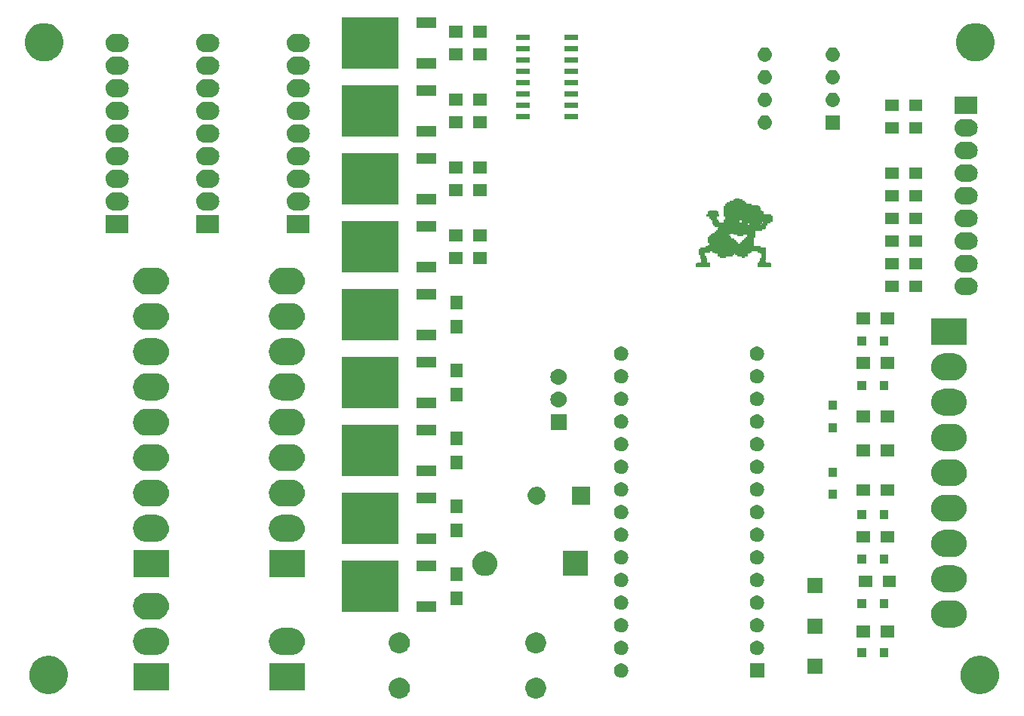
<source format=gts>
G04 #@! TF.GenerationSoftware,KiCad,Pcbnew,5.0.1*
G04 #@! TF.CreationDate,2018-11-16T10:37:45+01:00*
G04 #@! TF.ProjectId,afterglow_nano_smd,6166746572676C6F775F6E616E6F5F73,rev?*
G04 #@! TF.SameCoordinates,Original*
G04 #@! TF.FileFunction,Soldermask,Top*
G04 #@! TF.FilePolarity,Negative*
%FSLAX46Y46*%
G04 Gerber Fmt 4.6, Leading zero omitted, Abs format (unit mm)*
G04 Created by KiCad (PCBNEW 5.0.1) date Fr 16 Nov 2018 10:37:45 CET*
%MOMM*%
%LPD*%
G01*
G04 APERTURE LIST*
%ADD10C,0.010000*%
%ADD11C,0.100000*%
G04 APERTURE END LIST*
D10*
G04 #@! TO.C,FLAKIE*
G36*
X110900000Y-80000000D02*
X111050000Y-80000000D01*
X111050000Y-80150000D01*
X110900000Y-80150000D01*
X110900000Y-80000000D01*
X110900000Y-80000000D01*
G37*
X110900000Y-80000000D02*
X111050000Y-80000000D01*
X111050000Y-80150000D01*
X110900000Y-80150000D01*
X110900000Y-80000000D01*
G36*
X110750000Y-80000000D02*
X110900000Y-80000000D01*
X110900000Y-80150000D01*
X110750000Y-80150000D01*
X110750000Y-80000000D01*
X110750000Y-80000000D01*
G37*
X110750000Y-80000000D02*
X110900000Y-80000000D01*
X110900000Y-80150000D01*
X110750000Y-80150000D01*
X110750000Y-80000000D01*
G36*
X110600000Y-80000000D02*
X110750000Y-80000000D01*
X110750000Y-80150000D01*
X110600000Y-80150000D01*
X110600000Y-80000000D01*
X110600000Y-80000000D01*
G37*
X110600000Y-80000000D02*
X110750000Y-80000000D01*
X110750000Y-80150000D01*
X110600000Y-80150000D01*
X110600000Y-80000000D01*
G36*
X110450000Y-80000000D02*
X110600000Y-80000000D01*
X110600000Y-80150000D01*
X110450000Y-80150000D01*
X110450000Y-80000000D01*
X110450000Y-80000000D01*
G37*
X110450000Y-80000000D02*
X110600000Y-80000000D01*
X110600000Y-80150000D01*
X110450000Y-80150000D01*
X110450000Y-80000000D01*
G36*
X110300000Y-80000000D02*
X110450000Y-80000000D01*
X110450000Y-80150000D01*
X110300000Y-80150000D01*
X110300000Y-80000000D01*
X110300000Y-80000000D01*
G37*
X110300000Y-80000000D02*
X110450000Y-80000000D01*
X110450000Y-80150000D01*
X110300000Y-80150000D01*
X110300000Y-80000000D01*
G36*
X110150000Y-80000000D02*
X110300000Y-80000000D01*
X110300000Y-80150000D01*
X110150000Y-80150000D01*
X110150000Y-80000000D01*
X110150000Y-80000000D01*
G37*
X110150000Y-80000000D02*
X110300000Y-80000000D01*
X110300000Y-80150000D01*
X110150000Y-80150000D01*
X110150000Y-80000000D01*
G36*
X110000000Y-80000000D02*
X110150000Y-80000000D01*
X110150000Y-80150000D01*
X110000000Y-80150000D01*
X110000000Y-80000000D01*
X110000000Y-80000000D01*
G37*
X110000000Y-80000000D02*
X110150000Y-80000000D01*
X110150000Y-80150000D01*
X110000000Y-80150000D01*
X110000000Y-80000000D01*
G36*
X109850000Y-80000000D02*
X110000000Y-80000000D01*
X110000000Y-80150000D01*
X109850000Y-80150000D01*
X109850000Y-80000000D01*
X109850000Y-80000000D01*
G37*
X109850000Y-80000000D02*
X110000000Y-80000000D01*
X110000000Y-80150000D01*
X109850000Y-80150000D01*
X109850000Y-80000000D01*
G36*
X109700000Y-80000000D02*
X109850000Y-80000000D01*
X109850000Y-80150000D01*
X109700000Y-80150000D01*
X109700000Y-80000000D01*
X109700000Y-80000000D01*
G37*
X109700000Y-80000000D02*
X109850000Y-80000000D01*
X109850000Y-80150000D01*
X109700000Y-80150000D01*
X109700000Y-80000000D01*
G36*
X109550000Y-80000000D02*
X109700000Y-80000000D01*
X109700000Y-80150000D01*
X109550000Y-80150000D01*
X109550000Y-80000000D01*
X109550000Y-80000000D01*
G37*
X109550000Y-80000000D02*
X109700000Y-80000000D01*
X109700000Y-80150000D01*
X109550000Y-80150000D01*
X109550000Y-80000000D01*
G36*
X104000000Y-80000000D02*
X104150000Y-80000000D01*
X104150000Y-80150000D01*
X104000000Y-80150000D01*
X104000000Y-80000000D01*
X104000000Y-80000000D01*
G37*
X104000000Y-80000000D02*
X104150000Y-80000000D01*
X104150000Y-80150000D01*
X104000000Y-80150000D01*
X104000000Y-80000000D01*
G36*
X103850000Y-80000000D02*
X104000000Y-80000000D01*
X104000000Y-80150000D01*
X103850000Y-80150000D01*
X103850000Y-80000000D01*
X103850000Y-80000000D01*
G37*
X103850000Y-80000000D02*
X104000000Y-80000000D01*
X104000000Y-80150000D01*
X103850000Y-80150000D01*
X103850000Y-80000000D01*
G36*
X103700000Y-80000000D02*
X103850000Y-80000000D01*
X103850000Y-80150000D01*
X103700000Y-80150000D01*
X103700000Y-80000000D01*
X103700000Y-80000000D01*
G37*
X103700000Y-80000000D02*
X103850000Y-80000000D01*
X103850000Y-80150000D01*
X103700000Y-80150000D01*
X103700000Y-80000000D01*
G36*
X103550000Y-80000000D02*
X103700000Y-80000000D01*
X103700000Y-80150000D01*
X103550000Y-80150000D01*
X103550000Y-80000000D01*
X103550000Y-80000000D01*
G37*
X103550000Y-80000000D02*
X103700000Y-80000000D01*
X103700000Y-80150000D01*
X103550000Y-80150000D01*
X103550000Y-80000000D01*
G36*
X103400000Y-80000000D02*
X103550000Y-80000000D01*
X103550000Y-80150000D01*
X103400000Y-80150000D01*
X103400000Y-80000000D01*
X103400000Y-80000000D01*
G37*
X103400000Y-80000000D02*
X103550000Y-80000000D01*
X103550000Y-80150000D01*
X103400000Y-80150000D01*
X103400000Y-80000000D01*
G36*
X103250000Y-80000000D02*
X103400000Y-80000000D01*
X103400000Y-80150000D01*
X103250000Y-80150000D01*
X103250000Y-80000000D01*
X103250000Y-80000000D01*
G37*
X103250000Y-80000000D02*
X103400000Y-80000000D01*
X103400000Y-80150000D01*
X103250000Y-80150000D01*
X103250000Y-80000000D01*
G36*
X103100000Y-80000000D02*
X103250000Y-80000000D01*
X103250000Y-80150000D01*
X103100000Y-80150000D01*
X103100000Y-80000000D01*
X103100000Y-80000000D01*
G37*
X103100000Y-80000000D02*
X103250000Y-80000000D01*
X103250000Y-80150000D01*
X103100000Y-80150000D01*
X103100000Y-80000000D01*
G36*
X102950000Y-80000000D02*
X103100000Y-80000000D01*
X103100000Y-80150000D01*
X102950000Y-80150000D01*
X102950000Y-80000000D01*
X102950000Y-80000000D01*
G37*
X102950000Y-80000000D02*
X103100000Y-80000000D01*
X103100000Y-80150000D01*
X102950000Y-80150000D01*
X102950000Y-80000000D01*
G36*
X102800000Y-80000000D02*
X102950000Y-80000000D01*
X102950000Y-80150000D01*
X102800000Y-80150000D01*
X102800000Y-80000000D01*
X102800000Y-80000000D01*
G37*
X102800000Y-80000000D02*
X102950000Y-80000000D01*
X102950000Y-80150000D01*
X102800000Y-80150000D01*
X102800000Y-80000000D01*
G36*
X102650000Y-80000000D02*
X102800000Y-80000000D01*
X102800000Y-80150000D01*
X102650000Y-80150000D01*
X102650000Y-80000000D01*
X102650000Y-80000000D01*
G37*
X102650000Y-80000000D02*
X102800000Y-80000000D01*
X102800000Y-80150000D01*
X102650000Y-80150000D01*
X102650000Y-80000000D01*
G36*
X110900000Y-79850000D02*
X111050000Y-79850000D01*
X111050000Y-80000000D01*
X110900000Y-80000000D01*
X110900000Y-79850000D01*
X110900000Y-79850000D01*
G37*
X110900000Y-79850000D02*
X111050000Y-79850000D01*
X111050000Y-80000000D01*
X110900000Y-80000000D01*
X110900000Y-79850000D01*
G36*
X110750000Y-79850000D02*
X110900000Y-79850000D01*
X110900000Y-80000000D01*
X110750000Y-80000000D01*
X110750000Y-79850000D01*
X110750000Y-79850000D01*
G37*
X110750000Y-79850000D02*
X110900000Y-79850000D01*
X110900000Y-80000000D01*
X110750000Y-80000000D01*
X110750000Y-79850000D01*
G36*
X110600000Y-79850000D02*
X110750000Y-79850000D01*
X110750000Y-80000000D01*
X110600000Y-80000000D01*
X110600000Y-79850000D01*
X110600000Y-79850000D01*
G37*
X110600000Y-79850000D02*
X110750000Y-79850000D01*
X110750000Y-80000000D01*
X110600000Y-80000000D01*
X110600000Y-79850000D01*
G36*
X110450000Y-79850000D02*
X110600000Y-79850000D01*
X110600000Y-80000000D01*
X110450000Y-80000000D01*
X110450000Y-79850000D01*
X110450000Y-79850000D01*
G37*
X110450000Y-79850000D02*
X110600000Y-79850000D01*
X110600000Y-80000000D01*
X110450000Y-80000000D01*
X110450000Y-79850000D01*
G36*
X110300000Y-79850000D02*
X110450000Y-79850000D01*
X110450000Y-80000000D01*
X110300000Y-80000000D01*
X110300000Y-79850000D01*
X110300000Y-79850000D01*
G37*
X110300000Y-79850000D02*
X110450000Y-79850000D01*
X110450000Y-80000000D01*
X110300000Y-80000000D01*
X110300000Y-79850000D01*
G36*
X110150000Y-79850000D02*
X110300000Y-79850000D01*
X110300000Y-80000000D01*
X110150000Y-80000000D01*
X110150000Y-79850000D01*
X110150000Y-79850000D01*
G37*
X110150000Y-79850000D02*
X110300000Y-79850000D01*
X110300000Y-80000000D01*
X110150000Y-80000000D01*
X110150000Y-79850000D01*
G36*
X110000000Y-79850000D02*
X110150000Y-79850000D01*
X110150000Y-80000000D01*
X110000000Y-80000000D01*
X110000000Y-79850000D01*
X110000000Y-79850000D01*
G37*
X110000000Y-79850000D02*
X110150000Y-79850000D01*
X110150000Y-80000000D01*
X110000000Y-80000000D01*
X110000000Y-79850000D01*
G36*
X109850000Y-79850000D02*
X110000000Y-79850000D01*
X110000000Y-80000000D01*
X109850000Y-80000000D01*
X109850000Y-79850000D01*
X109850000Y-79850000D01*
G37*
X109850000Y-79850000D02*
X110000000Y-79850000D01*
X110000000Y-80000000D01*
X109850000Y-80000000D01*
X109850000Y-79850000D01*
G36*
X109700000Y-79850000D02*
X109850000Y-79850000D01*
X109850000Y-80000000D01*
X109700000Y-80000000D01*
X109700000Y-79850000D01*
X109700000Y-79850000D01*
G37*
X109700000Y-79850000D02*
X109850000Y-79850000D01*
X109850000Y-80000000D01*
X109700000Y-80000000D01*
X109700000Y-79850000D01*
G36*
X109550000Y-79850000D02*
X109700000Y-79850000D01*
X109700000Y-80000000D01*
X109550000Y-80000000D01*
X109550000Y-79850000D01*
X109550000Y-79850000D01*
G37*
X109550000Y-79850000D02*
X109700000Y-79850000D01*
X109700000Y-80000000D01*
X109550000Y-80000000D01*
X109550000Y-79850000D01*
G36*
X104000000Y-79850000D02*
X104150000Y-79850000D01*
X104150000Y-80000000D01*
X104000000Y-80000000D01*
X104000000Y-79850000D01*
X104000000Y-79850000D01*
G37*
X104000000Y-79850000D02*
X104150000Y-79850000D01*
X104150000Y-80000000D01*
X104000000Y-80000000D01*
X104000000Y-79850000D01*
G36*
X103850000Y-79850000D02*
X104000000Y-79850000D01*
X104000000Y-80000000D01*
X103850000Y-80000000D01*
X103850000Y-79850000D01*
X103850000Y-79850000D01*
G37*
X103850000Y-79850000D02*
X104000000Y-79850000D01*
X104000000Y-80000000D01*
X103850000Y-80000000D01*
X103850000Y-79850000D01*
G36*
X103700000Y-79850000D02*
X103850000Y-79850000D01*
X103850000Y-80000000D01*
X103700000Y-80000000D01*
X103700000Y-79850000D01*
X103700000Y-79850000D01*
G37*
X103700000Y-79850000D02*
X103850000Y-79850000D01*
X103850000Y-80000000D01*
X103700000Y-80000000D01*
X103700000Y-79850000D01*
G36*
X103550000Y-79850000D02*
X103700000Y-79850000D01*
X103700000Y-80000000D01*
X103550000Y-80000000D01*
X103550000Y-79850000D01*
X103550000Y-79850000D01*
G37*
X103550000Y-79850000D02*
X103700000Y-79850000D01*
X103700000Y-80000000D01*
X103550000Y-80000000D01*
X103550000Y-79850000D01*
G36*
X103400000Y-79850000D02*
X103550000Y-79850000D01*
X103550000Y-80000000D01*
X103400000Y-80000000D01*
X103400000Y-79850000D01*
X103400000Y-79850000D01*
G37*
X103400000Y-79850000D02*
X103550000Y-79850000D01*
X103550000Y-80000000D01*
X103400000Y-80000000D01*
X103400000Y-79850000D01*
G36*
X103250000Y-79850000D02*
X103400000Y-79850000D01*
X103400000Y-80000000D01*
X103250000Y-80000000D01*
X103250000Y-79850000D01*
X103250000Y-79850000D01*
G37*
X103250000Y-79850000D02*
X103400000Y-79850000D01*
X103400000Y-80000000D01*
X103250000Y-80000000D01*
X103250000Y-79850000D01*
G36*
X103100000Y-79850000D02*
X103250000Y-79850000D01*
X103250000Y-80000000D01*
X103100000Y-80000000D01*
X103100000Y-79850000D01*
X103100000Y-79850000D01*
G37*
X103100000Y-79850000D02*
X103250000Y-79850000D01*
X103250000Y-80000000D01*
X103100000Y-80000000D01*
X103100000Y-79850000D01*
G36*
X102950000Y-79850000D02*
X103100000Y-79850000D01*
X103100000Y-80000000D01*
X102950000Y-80000000D01*
X102950000Y-79850000D01*
X102950000Y-79850000D01*
G37*
X102950000Y-79850000D02*
X103100000Y-79850000D01*
X103100000Y-80000000D01*
X102950000Y-80000000D01*
X102950000Y-79850000D01*
G36*
X102800000Y-79850000D02*
X102950000Y-79850000D01*
X102950000Y-80000000D01*
X102800000Y-80000000D01*
X102800000Y-79850000D01*
X102800000Y-79850000D01*
G37*
X102800000Y-79850000D02*
X102950000Y-79850000D01*
X102950000Y-80000000D01*
X102800000Y-80000000D01*
X102800000Y-79850000D01*
G36*
X102650000Y-79850000D02*
X102800000Y-79850000D01*
X102800000Y-80000000D01*
X102650000Y-80000000D01*
X102650000Y-79850000D01*
X102650000Y-79850000D01*
G37*
X102650000Y-79850000D02*
X102800000Y-79850000D01*
X102800000Y-80000000D01*
X102650000Y-80000000D01*
X102650000Y-79850000D01*
G36*
X110750000Y-79700000D02*
X110900000Y-79700000D01*
X110900000Y-79850000D01*
X110750000Y-79850000D01*
X110750000Y-79700000D01*
X110750000Y-79700000D01*
G37*
X110750000Y-79700000D02*
X110900000Y-79700000D01*
X110900000Y-79850000D01*
X110750000Y-79850000D01*
X110750000Y-79700000D01*
G36*
X110600000Y-79700000D02*
X110750000Y-79700000D01*
X110750000Y-79850000D01*
X110600000Y-79850000D01*
X110600000Y-79700000D01*
X110600000Y-79700000D01*
G37*
X110600000Y-79700000D02*
X110750000Y-79700000D01*
X110750000Y-79850000D01*
X110600000Y-79850000D01*
X110600000Y-79700000D01*
G36*
X110450000Y-79700000D02*
X110600000Y-79700000D01*
X110600000Y-79850000D01*
X110450000Y-79850000D01*
X110450000Y-79700000D01*
X110450000Y-79700000D01*
G37*
X110450000Y-79700000D02*
X110600000Y-79700000D01*
X110600000Y-79850000D01*
X110450000Y-79850000D01*
X110450000Y-79700000D01*
G36*
X110300000Y-79700000D02*
X110450000Y-79700000D01*
X110450000Y-79850000D01*
X110300000Y-79850000D01*
X110300000Y-79700000D01*
X110300000Y-79700000D01*
G37*
X110300000Y-79700000D02*
X110450000Y-79700000D01*
X110450000Y-79850000D01*
X110300000Y-79850000D01*
X110300000Y-79700000D01*
G36*
X110150000Y-79700000D02*
X110300000Y-79700000D01*
X110300000Y-79850000D01*
X110150000Y-79850000D01*
X110150000Y-79700000D01*
X110150000Y-79700000D01*
G37*
X110150000Y-79700000D02*
X110300000Y-79700000D01*
X110300000Y-79850000D01*
X110150000Y-79850000D01*
X110150000Y-79700000D01*
G36*
X110000000Y-79700000D02*
X110150000Y-79700000D01*
X110150000Y-79850000D01*
X110000000Y-79850000D01*
X110000000Y-79700000D01*
X110000000Y-79700000D01*
G37*
X110000000Y-79700000D02*
X110150000Y-79700000D01*
X110150000Y-79850000D01*
X110000000Y-79850000D01*
X110000000Y-79700000D01*
G36*
X109850000Y-79700000D02*
X110000000Y-79700000D01*
X110000000Y-79850000D01*
X109850000Y-79850000D01*
X109850000Y-79700000D01*
X109850000Y-79700000D01*
G37*
X109850000Y-79700000D02*
X110000000Y-79700000D01*
X110000000Y-79850000D01*
X109850000Y-79850000D01*
X109850000Y-79700000D01*
G36*
X109700000Y-79700000D02*
X109850000Y-79700000D01*
X109850000Y-79850000D01*
X109700000Y-79850000D01*
X109700000Y-79700000D01*
X109700000Y-79700000D01*
G37*
X109700000Y-79700000D02*
X109850000Y-79700000D01*
X109850000Y-79850000D01*
X109700000Y-79850000D01*
X109700000Y-79700000D01*
G36*
X109550000Y-79700000D02*
X109700000Y-79700000D01*
X109700000Y-79850000D01*
X109550000Y-79850000D01*
X109550000Y-79700000D01*
X109550000Y-79700000D01*
G37*
X109550000Y-79700000D02*
X109700000Y-79700000D01*
X109700000Y-79850000D01*
X109550000Y-79850000D01*
X109550000Y-79700000D01*
G36*
X104000000Y-79700000D02*
X104150000Y-79700000D01*
X104150000Y-79850000D01*
X104000000Y-79850000D01*
X104000000Y-79700000D01*
X104000000Y-79700000D01*
G37*
X104000000Y-79700000D02*
X104150000Y-79700000D01*
X104150000Y-79850000D01*
X104000000Y-79850000D01*
X104000000Y-79700000D01*
G36*
X103850000Y-79700000D02*
X104000000Y-79700000D01*
X104000000Y-79850000D01*
X103850000Y-79850000D01*
X103850000Y-79700000D01*
X103850000Y-79700000D01*
G37*
X103850000Y-79700000D02*
X104000000Y-79700000D01*
X104000000Y-79850000D01*
X103850000Y-79850000D01*
X103850000Y-79700000D01*
G36*
X103700000Y-79700000D02*
X103850000Y-79700000D01*
X103850000Y-79850000D01*
X103700000Y-79850000D01*
X103700000Y-79700000D01*
X103700000Y-79700000D01*
G37*
X103700000Y-79700000D02*
X103850000Y-79700000D01*
X103850000Y-79850000D01*
X103700000Y-79850000D01*
X103700000Y-79700000D01*
G36*
X103550000Y-79700000D02*
X103700000Y-79700000D01*
X103700000Y-79850000D01*
X103550000Y-79850000D01*
X103550000Y-79700000D01*
X103550000Y-79700000D01*
G37*
X103550000Y-79700000D02*
X103700000Y-79700000D01*
X103700000Y-79850000D01*
X103550000Y-79850000D01*
X103550000Y-79700000D01*
G36*
X103400000Y-79700000D02*
X103550000Y-79700000D01*
X103550000Y-79850000D01*
X103400000Y-79850000D01*
X103400000Y-79700000D01*
X103400000Y-79700000D01*
G37*
X103400000Y-79700000D02*
X103550000Y-79700000D01*
X103550000Y-79850000D01*
X103400000Y-79850000D01*
X103400000Y-79700000D01*
G36*
X103250000Y-79700000D02*
X103400000Y-79700000D01*
X103400000Y-79850000D01*
X103250000Y-79850000D01*
X103250000Y-79700000D01*
X103250000Y-79700000D01*
G37*
X103250000Y-79700000D02*
X103400000Y-79700000D01*
X103400000Y-79850000D01*
X103250000Y-79850000D01*
X103250000Y-79700000D01*
G36*
X103100000Y-79700000D02*
X103250000Y-79700000D01*
X103250000Y-79850000D01*
X103100000Y-79850000D01*
X103100000Y-79700000D01*
X103100000Y-79700000D01*
G37*
X103100000Y-79700000D02*
X103250000Y-79700000D01*
X103250000Y-79850000D01*
X103100000Y-79850000D01*
X103100000Y-79700000D01*
G36*
X102950000Y-79700000D02*
X103100000Y-79700000D01*
X103100000Y-79850000D01*
X102950000Y-79850000D01*
X102950000Y-79700000D01*
X102950000Y-79700000D01*
G37*
X102950000Y-79700000D02*
X103100000Y-79700000D01*
X103100000Y-79850000D01*
X102950000Y-79850000D01*
X102950000Y-79700000D01*
G36*
X102800000Y-79700000D02*
X102950000Y-79700000D01*
X102950000Y-79850000D01*
X102800000Y-79850000D01*
X102800000Y-79700000D01*
X102800000Y-79700000D01*
G37*
X102800000Y-79700000D02*
X102950000Y-79700000D01*
X102950000Y-79850000D01*
X102800000Y-79850000D01*
X102800000Y-79700000D01*
G36*
X110300000Y-79550000D02*
X110450000Y-79550000D01*
X110450000Y-79700000D01*
X110300000Y-79700000D01*
X110300000Y-79550000D01*
X110300000Y-79550000D01*
G37*
X110300000Y-79550000D02*
X110450000Y-79550000D01*
X110450000Y-79700000D01*
X110300000Y-79700000D01*
X110300000Y-79550000D01*
G36*
X110150000Y-79550000D02*
X110300000Y-79550000D01*
X110300000Y-79700000D01*
X110150000Y-79700000D01*
X110150000Y-79550000D01*
X110150000Y-79550000D01*
G37*
X110150000Y-79550000D02*
X110300000Y-79550000D01*
X110300000Y-79700000D01*
X110150000Y-79700000D01*
X110150000Y-79550000D01*
G36*
X110000000Y-79550000D02*
X110150000Y-79550000D01*
X110150000Y-79700000D01*
X110000000Y-79700000D01*
X110000000Y-79550000D01*
X110000000Y-79550000D01*
G37*
X110000000Y-79550000D02*
X110150000Y-79550000D01*
X110150000Y-79700000D01*
X110000000Y-79700000D01*
X110000000Y-79550000D01*
G36*
X109850000Y-79550000D02*
X110000000Y-79550000D01*
X110000000Y-79700000D01*
X109850000Y-79700000D01*
X109850000Y-79550000D01*
X109850000Y-79550000D01*
G37*
X109850000Y-79550000D02*
X110000000Y-79550000D01*
X110000000Y-79700000D01*
X109850000Y-79700000D01*
X109850000Y-79550000D01*
G36*
X109700000Y-79550000D02*
X109850000Y-79550000D01*
X109850000Y-79700000D01*
X109700000Y-79700000D01*
X109700000Y-79550000D01*
X109700000Y-79550000D01*
G37*
X109700000Y-79550000D02*
X109850000Y-79550000D01*
X109850000Y-79700000D01*
X109700000Y-79700000D01*
X109700000Y-79550000D01*
G36*
X103700000Y-79550000D02*
X103850000Y-79550000D01*
X103850000Y-79700000D01*
X103700000Y-79700000D01*
X103700000Y-79550000D01*
X103700000Y-79550000D01*
G37*
X103700000Y-79550000D02*
X103850000Y-79550000D01*
X103850000Y-79700000D01*
X103700000Y-79700000D01*
X103700000Y-79550000D01*
G36*
X103550000Y-79550000D02*
X103700000Y-79550000D01*
X103700000Y-79700000D01*
X103550000Y-79700000D01*
X103550000Y-79550000D01*
X103550000Y-79550000D01*
G37*
X103550000Y-79550000D02*
X103700000Y-79550000D01*
X103700000Y-79700000D01*
X103550000Y-79700000D01*
X103550000Y-79550000D01*
G36*
X103400000Y-79550000D02*
X103550000Y-79550000D01*
X103550000Y-79700000D01*
X103400000Y-79700000D01*
X103400000Y-79550000D01*
X103400000Y-79550000D01*
G37*
X103400000Y-79550000D02*
X103550000Y-79550000D01*
X103550000Y-79700000D01*
X103400000Y-79700000D01*
X103400000Y-79550000D01*
G36*
X103250000Y-79550000D02*
X103400000Y-79550000D01*
X103400000Y-79700000D01*
X103250000Y-79700000D01*
X103250000Y-79550000D01*
X103250000Y-79550000D01*
G37*
X103250000Y-79550000D02*
X103400000Y-79550000D01*
X103400000Y-79700000D01*
X103250000Y-79700000D01*
X103250000Y-79550000D01*
G36*
X110150000Y-79400000D02*
X110300000Y-79400000D01*
X110300000Y-79550000D01*
X110150000Y-79550000D01*
X110150000Y-79400000D01*
X110150000Y-79400000D01*
G37*
X110150000Y-79400000D02*
X110300000Y-79400000D01*
X110300000Y-79550000D01*
X110150000Y-79550000D01*
X110150000Y-79400000D01*
G36*
X110000000Y-79400000D02*
X110150000Y-79400000D01*
X110150000Y-79550000D01*
X110000000Y-79550000D01*
X110000000Y-79400000D01*
X110000000Y-79400000D01*
G37*
X110000000Y-79400000D02*
X110150000Y-79400000D01*
X110150000Y-79550000D01*
X110000000Y-79550000D01*
X110000000Y-79400000D01*
G36*
X109850000Y-79400000D02*
X110000000Y-79400000D01*
X110000000Y-79550000D01*
X109850000Y-79550000D01*
X109850000Y-79400000D01*
X109850000Y-79400000D01*
G37*
X109850000Y-79400000D02*
X110000000Y-79400000D01*
X110000000Y-79550000D01*
X109850000Y-79550000D01*
X109850000Y-79400000D01*
G36*
X103700000Y-79400000D02*
X103850000Y-79400000D01*
X103850000Y-79550000D01*
X103700000Y-79550000D01*
X103700000Y-79400000D01*
X103700000Y-79400000D01*
G37*
X103700000Y-79400000D02*
X103850000Y-79400000D01*
X103850000Y-79550000D01*
X103700000Y-79550000D01*
X103700000Y-79400000D01*
G36*
X103550000Y-79400000D02*
X103700000Y-79400000D01*
X103700000Y-79550000D01*
X103550000Y-79550000D01*
X103550000Y-79400000D01*
X103550000Y-79400000D01*
G37*
X103550000Y-79400000D02*
X103700000Y-79400000D01*
X103700000Y-79550000D01*
X103550000Y-79550000D01*
X103550000Y-79400000D01*
G36*
X103400000Y-79400000D02*
X103550000Y-79400000D01*
X103550000Y-79550000D01*
X103400000Y-79550000D01*
X103400000Y-79400000D01*
X103400000Y-79400000D01*
G37*
X103400000Y-79400000D02*
X103550000Y-79400000D01*
X103550000Y-79550000D01*
X103400000Y-79550000D01*
X103400000Y-79400000D01*
G36*
X103250000Y-79400000D02*
X103400000Y-79400000D01*
X103400000Y-79550000D01*
X103250000Y-79550000D01*
X103250000Y-79400000D01*
X103250000Y-79400000D01*
G37*
X103250000Y-79400000D02*
X103400000Y-79400000D01*
X103400000Y-79550000D01*
X103250000Y-79550000D01*
X103250000Y-79400000D01*
G36*
X110300000Y-79250000D02*
X110450000Y-79250000D01*
X110450000Y-79400000D01*
X110300000Y-79400000D01*
X110300000Y-79250000D01*
X110300000Y-79250000D01*
G37*
X110300000Y-79250000D02*
X110450000Y-79250000D01*
X110450000Y-79400000D01*
X110300000Y-79400000D01*
X110300000Y-79250000D01*
G36*
X110150000Y-79250000D02*
X110300000Y-79250000D01*
X110300000Y-79400000D01*
X110150000Y-79400000D01*
X110150000Y-79250000D01*
X110150000Y-79250000D01*
G37*
X110150000Y-79250000D02*
X110300000Y-79250000D01*
X110300000Y-79400000D01*
X110150000Y-79400000D01*
X110150000Y-79250000D01*
G36*
X110000000Y-79250000D02*
X110150000Y-79250000D01*
X110150000Y-79400000D01*
X110000000Y-79400000D01*
X110000000Y-79250000D01*
X110000000Y-79250000D01*
G37*
X110000000Y-79250000D02*
X110150000Y-79250000D01*
X110150000Y-79400000D01*
X110000000Y-79400000D01*
X110000000Y-79250000D01*
G36*
X109850000Y-79250000D02*
X110000000Y-79250000D01*
X110000000Y-79400000D01*
X109850000Y-79400000D01*
X109850000Y-79250000D01*
X109850000Y-79250000D01*
G37*
X109850000Y-79250000D02*
X110000000Y-79250000D01*
X110000000Y-79400000D01*
X109850000Y-79400000D01*
X109850000Y-79250000D01*
G36*
X103700000Y-79250000D02*
X103850000Y-79250000D01*
X103850000Y-79400000D01*
X103700000Y-79400000D01*
X103700000Y-79250000D01*
X103700000Y-79250000D01*
G37*
X103700000Y-79250000D02*
X103850000Y-79250000D01*
X103850000Y-79400000D01*
X103700000Y-79400000D01*
X103700000Y-79250000D01*
G36*
X103550000Y-79250000D02*
X103700000Y-79250000D01*
X103700000Y-79400000D01*
X103550000Y-79400000D01*
X103550000Y-79250000D01*
X103550000Y-79250000D01*
G37*
X103550000Y-79250000D02*
X103700000Y-79250000D01*
X103700000Y-79400000D01*
X103550000Y-79400000D01*
X103550000Y-79250000D01*
G36*
X103400000Y-79250000D02*
X103550000Y-79250000D01*
X103550000Y-79400000D01*
X103400000Y-79400000D01*
X103400000Y-79250000D01*
X103400000Y-79250000D01*
G37*
X103400000Y-79250000D02*
X103550000Y-79250000D01*
X103550000Y-79400000D01*
X103400000Y-79400000D01*
X103400000Y-79250000D01*
G36*
X103250000Y-79250000D02*
X103400000Y-79250000D01*
X103400000Y-79400000D01*
X103250000Y-79400000D01*
X103250000Y-79250000D01*
X103250000Y-79250000D01*
G37*
X103250000Y-79250000D02*
X103400000Y-79250000D01*
X103400000Y-79400000D01*
X103250000Y-79400000D01*
X103250000Y-79250000D01*
G36*
X110300000Y-79100000D02*
X110450000Y-79100000D01*
X110450000Y-79250000D01*
X110300000Y-79250000D01*
X110300000Y-79100000D01*
X110300000Y-79100000D01*
G37*
X110300000Y-79100000D02*
X110450000Y-79100000D01*
X110450000Y-79250000D01*
X110300000Y-79250000D01*
X110300000Y-79100000D01*
G36*
X110150000Y-79100000D02*
X110300000Y-79100000D01*
X110300000Y-79250000D01*
X110150000Y-79250000D01*
X110150000Y-79100000D01*
X110150000Y-79100000D01*
G37*
X110150000Y-79100000D02*
X110300000Y-79100000D01*
X110300000Y-79250000D01*
X110150000Y-79250000D01*
X110150000Y-79100000D01*
G36*
X110000000Y-79100000D02*
X110150000Y-79100000D01*
X110150000Y-79250000D01*
X110000000Y-79250000D01*
X110000000Y-79100000D01*
X110000000Y-79100000D01*
G37*
X110000000Y-79100000D02*
X110150000Y-79100000D01*
X110150000Y-79250000D01*
X110000000Y-79250000D01*
X110000000Y-79100000D01*
G36*
X103550000Y-79100000D02*
X103700000Y-79100000D01*
X103700000Y-79250000D01*
X103550000Y-79250000D01*
X103550000Y-79100000D01*
X103550000Y-79100000D01*
G37*
X103550000Y-79100000D02*
X103700000Y-79100000D01*
X103700000Y-79250000D01*
X103550000Y-79250000D01*
X103550000Y-79100000D01*
G36*
X103400000Y-79100000D02*
X103550000Y-79100000D01*
X103550000Y-79250000D01*
X103400000Y-79250000D01*
X103400000Y-79100000D01*
X103400000Y-79100000D01*
G37*
X103400000Y-79100000D02*
X103550000Y-79100000D01*
X103550000Y-79250000D01*
X103400000Y-79250000D01*
X103400000Y-79100000D01*
G36*
X103250000Y-79100000D02*
X103400000Y-79100000D01*
X103400000Y-79250000D01*
X103250000Y-79250000D01*
X103250000Y-79100000D01*
X103250000Y-79100000D01*
G37*
X103250000Y-79100000D02*
X103400000Y-79100000D01*
X103400000Y-79250000D01*
X103250000Y-79250000D01*
X103250000Y-79100000D01*
G36*
X103100000Y-79100000D02*
X103250000Y-79100000D01*
X103250000Y-79250000D01*
X103100000Y-79250000D01*
X103100000Y-79100000D01*
X103100000Y-79100000D01*
G37*
X103100000Y-79100000D02*
X103250000Y-79100000D01*
X103250000Y-79250000D01*
X103100000Y-79250000D01*
X103100000Y-79100000D01*
G36*
X110300000Y-78950000D02*
X110450000Y-78950000D01*
X110450000Y-79100000D01*
X110300000Y-79100000D01*
X110300000Y-78950000D01*
X110300000Y-78950000D01*
G37*
X110300000Y-78950000D02*
X110450000Y-78950000D01*
X110450000Y-79100000D01*
X110300000Y-79100000D01*
X110300000Y-78950000D01*
G36*
X110150000Y-78950000D02*
X110300000Y-78950000D01*
X110300000Y-79100000D01*
X110150000Y-79100000D01*
X110150000Y-78950000D01*
X110150000Y-78950000D01*
G37*
X110150000Y-78950000D02*
X110300000Y-78950000D01*
X110300000Y-79100000D01*
X110150000Y-79100000D01*
X110150000Y-78950000D01*
G36*
X110000000Y-78950000D02*
X110150000Y-78950000D01*
X110150000Y-79100000D01*
X110000000Y-79100000D01*
X110000000Y-78950000D01*
X110000000Y-78950000D01*
G37*
X110000000Y-78950000D02*
X110150000Y-78950000D01*
X110150000Y-79100000D01*
X110000000Y-79100000D01*
X110000000Y-78950000D01*
G36*
X107900000Y-78950000D02*
X108050000Y-78950000D01*
X108050000Y-79100000D01*
X107900000Y-79100000D01*
X107900000Y-78950000D01*
X107900000Y-78950000D01*
G37*
X107900000Y-78950000D02*
X108050000Y-78950000D01*
X108050000Y-79100000D01*
X107900000Y-79100000D01*
X107900000Y-78950000D01*
G36*
X107750000Y-78950000D02*
X107900000Y-78950000D01*
X107900000Y-79100000D01*
X107750000Y-79100000D01*
X107750000Y-78950000D01*
X107750000Y-78950000D01*
G37*
X107750000Y-78950000D02*
X107900000Y-78950000D01*
X107900000Y-79100000D01*
X107750000Y-79100000D01*
X107750000Y-78950000D01*
G36*
X105800000Y-78950000D02*
X105950000Y-78950000D01*
X105950000Y-79100000D01*
X105800000Y-79100000D01*
X105800000Y-78950000D01*
X105800000Y-78950000D01*
G37*
X105800000Y-78950000D02*
X105950000Y-78950000D01*
X105950000Y-79100000D01*
X105800000Y-79100000D01*
X105800000Y-78950000D01*
G36*
X105650000Y-78950000D02*
X105800000Y-78950000D01*
X105800000Y-79100000D01*
X105650000Y-79100000D01*
X105650000Y-78950000D01*
X105650000Y-78950000D01*
G37*
X105650000Y-78950000D02*
X105800000Y-78950000D01*
X105800000Y-79100000D01*
X105650000Y-79100000D01*
X105650000Y-78950000D01*
G36*
X105500000Y-78950000D02*
X105650000Y-78950000D01*
X105650000Y-79100000D01*
X105500000Y-79100000D01*
X105500000Y-78950000D01*
X105500000Y-78950000D01*
G37*
X105500000Y-78950000D02*
X105650000Y-78950000D01*
X105650000Y-79100000D01*
X105500000Y-79100000D01*
X105500000Y-78950000D01*
G36*
X105350000Y-78950000D02*
X105500000Y-78950000D01*
X105500000Y-79100000D01*
X105350000Y-79100000D01*
X105350000Y-78950000D01*
X105350000Y-78950000D01*
G37*
X105350000Y-78950000D02*
X105500000Y-78950000D01*
X105500000Y-79100000D01*
X105350000Y-79100000D01*
X105350000Y-78950000D01*
G36*
X103550000Y-78950000D02*
X103700000Y-78950000D01*
X103700000Y-79100000D01*
X103550000Y-79100000D01*
X103550000Y-78950000D01*
X103550000Y-78950000D01*
G37*
X103550000Y-78950000D02*
X103700000Y-78950000D01*
X103700000Y-79100000D01*
X103550000Y-79100000D01*
X103550000Y-78950000D01*
G36*
X103400000Y-78950000D02*
X103550000Y-78950000D01*
X103550000Y-79100000D01*
X103400000Y-79100000D01*
X103400000Y-78950000D01*
X103400000Y-78950000D01*
G37*
X103400000Y-78950000D02*
X103550000Y-78950000D01*
X103550000Y-79100000D01*
X103400000Y-79100000D01*
X103400000Y-78950000D01*
G36*
X103250000Y-78950000D02*
X103400000Y-78950000D01*
X103400000Y-79100000D01*
X103250000Y-79100000D01*
X103250000Y-78950000D01*
X103250000Y-78950000D01*
G37*
X103250000Y-78950000D02*
X103400000Y-78950000D01*
X103400000Y-79100000D01*
X103250000Y-79100000D01*
X103250000Y-78950000D01*
G36*
X103100000Y-78950000D02*
X103250000Y-78950000D01*
X103250000Y-79100000D01*
X103100000Y-79100000D01*
X103100000Y-78950000D01*
X103100000Y-78950000D01*
G37*
X103100000Y-78950000D02*
X103250000Y-78950000D01*
X103250000Y-79100000D01*
X103100000Y-79100000D01*
X103100000Y-78950000D01*
G36*
X110300000Y-78800000D02*
X110450000Y-78800000D01*
X110450000Y-78950000D01*
X110300000Y-78950000D01*
X110300000Y-78800000D01*
X110300000Y-78800000D01*
G37*
X110300000Y-78800000D02*
X110450000Y-78800000D01*
X110450000Y-78950000D01*
X110300000Y-78950000D01*
X110300000Y-78800000D01*
G36*
X110150000Y-78800000D02*
X110300000Y-78800000D01*
X110300000Y-78950000D01*
X110150000Y-78950000D01*
X110150000Y-78800000D01*
X110150000Y-78800000D01*
G37*
X110150000Y-78800000D02*
X110300000Y-78800000D01*
X110300000Y-78950000D01*
X110150000Y-78950000D01*
X110150000Y-78800000D01*
G36*
X110000000Y-78800000D02*
X110150000Y-78800000D01*
X110150000Y-78950000D01*
X110000000Y-78950000D01*
X110000000Y-78800000D01*
X110000000Y-78800000D01*
G37*
X110000000Y-78800000D02*
X110150000Y-78800000D01*
X110150000Y-78950000D01*
X110000000Y-78950000D01*
X110000000Y-78800000D01*
G36*
X108200000Y-78800000D02*
X108350000Y-78800000D01*
X108350000Y-78950000D01*
X108200000Y-78950000D01*
X108200000Y-78800000D01*
X108200000Y-78800000D01*
G37*
X108200000Y-78800000D02*
X108350000Y-78800000D01*
X108350000Y-78950000D01*
X108200000Y-78950000D01*
X108200000Y-78800000D01*
G36*
X108050000Y-78800000D02*
X108200000Y-78800000D01*
X108200000Y-78950000D01*
X108050000Y-78950000D01*
X108050000Y-78800000D01*
X108050000Y-78800000D01*
G37*
X108050000Y-78800000D02*
X108200000Y-78800000D01*
X108200000Y-78950000D01*
X108050000Y-78950000D01*
X108050000Y-78800000D01*
G36*
X107900000Y-78800000D02*
X108050000Y-78800000D01*
X108050000Y-78950000D01*
X107900000Y-78950000D01*
X107900000Y-78800000D01*
X107900000Y-78800000D01*
G37*
X107900000Y-78800000D02*
X108050000Y-78800000D01*
X108050000Y-78950000D01*
X107900000Y-78950000D01*
X107900000Y-78800000D01*
G36*
X107750000Y-78800000D02*
X107900000Y-78800000D01*
X107900000Y-78950000D01*
X107750000Y-78950000D01*
X107750000Y-78800000D01*
X107750000Y-78800000D01*
G37*
X107750000Y-78800000D02*
X107900000Y-78800000D01*
X107900000Y-78950000D01*
X107750000Y-78950000D01*
X107750000Y-78800000D01*
G36*
X107600000Y-78800000D02*
X107750000Y-78800000D01*
X107750000Y-78950000D01*
X107600000Y-78950000D01*
X107600000Y-78800000D01*
X107600000Y-78800000D01*
G37*
X107600000Y-78800000D02*
X107750000Y-78800000D01*
X107750000Y-78950000D01*
X107600000Y-78950000D01*
X107600000Y-78800000D01*
G36*
X107450000Y-78800000D02*
X107600000Y-78800000D01*
X107600000Y-78950000D01*
X107450000Y-78950000D01*
X107450000Y-78800000D01*
X107450000Y-78800000D01*
G37*
X107450000Y-78800000D02*
X107600000Y-78800000D01*
X107600000Y-78950000D01*
X107450000Y-78950000D01*
X107450000Y-78800000D01*
G36*
X107300000Y-78800000D02*
X107450000Y-78800000D01*
X107450000Y-78950000D01*
X107300000Y-78950000D01*
X107300000Y-78800000D01*
X107300000Y-78800000D01*
G37*
X107300000Y-78800000D02*
X107450000Y-78800000D01*
X107450000Y-78950000D01*
X107300000Y-78950000D01*
X107300000Y-78800000D01*
G36*
X106550000Y-78800000D02*
X106700000Y-78800000D01*
X106700000Y-78950000D01*
X106550000Y-78950000D01*
X106550000Y-78800000D01*
X106550000Y-78800000D01*
G37*
X106550000Y-78800000D02*
X106700000Y-78800000D01*
X106700000Y-78950000D01*
X106550000Y-78950000D01*
X106550000Y-78800000D01*
G36*
X106400000Y-78800000D02*
X106550000Y-78800000D01*
X106550000Y-78950000D01*
X106400000Y-78950000D01*
X106400000Y-78800000D01*
X106400000Y-78800000D01*
G37*
X106400000Y-78800000D02*
X106550000Y-78800000D01*
X106550000Y-78950000D01*
X106400000Y-78950000D01*
X106400000Y-78800000D01*
G36*
X106250000Y-78800000D02*
X106400000Y-78800000D01*
X106400000Y-78950000D01*
X106250000Y-78950000D01*
X106250000Y-78800000D01*
X106250000Y-78800000D01*
G37*
X106250000Y-78800000D02*
X106400000Y-78800000D01*
X106400000Y-78950000D01*
X106250000Y-78950000D01*
X106250000Y-78800000D01*
G36*
X106100000Y-78800000D02*
X106250000Y-78800000D01*
X106250000Y-78950000D01*
X106100000Y-78950000D01*
X106100000Y-78800000D01*
X106100000Y-78800000D01*
G37*
X106100000Y-78800000D02*
X106250000Y-78800000D01*
X106250000Y-78950000D01*
X106100000Y-78950000D01*
X106100000Y-78800000D01*
G36*
X105950000Y-78800000D02*
X106100000Y-78800000D01*
X106100000Y-78950000D01*
X105950000Y-78950000D01*
X105950000Y-78800000D01*
X105950000Y-78800000D01*
G37*
X105950000Y-78800000D02*
X106100000Y-78800000D01*
X106100000Y-78950000D01*
X105950000Y-78950000D01*
X105950000Y-78800000D01*
G36*
X105800000Y-78800000D02*
X105950000Y-78800000D01*
X105950000Y-78950000D01*
X105800000Y-78950000D01*
X105800000Y-78800000D01*
X105800000Y-78800000D01*
G37*
X105800000Y-78800000D02*
X105950000Y-78800000D01*
X105950000Y-78950000D01*
X105800000Y-78950000D01*
X105800000Y-78800000D01*
G36*
X105650000Y-78800000D02*
X105800000Y-78800000D01*
X105800000Y-78950000D01*
X105650000Y-78950000D01*
X105650000Y-78800000D01*
X105650000Y-78800000D01*
G37*
X105650000Y-78800000D02*
X105800000Y-78800000D01*
X105800000Y-78950000D01*
X105650000Y-78950000D01*
X105650000Y-78800000D01*
G36*
X105500000Y-78800000D02*
X105650000Y-78800000D01*
X105650000Y-78950000D01*
X105500000Y-78950000D01*
X105500000Y-78800000D01*
X105500000Y-78800000D01*
G37*
X105500000Y-78800000D02*
X105650000Y-78800000D01*
X105650000Y-78950000D01*
X105500000Y-78950000D01*
X105500000Y-78800000D01*
G36*
X105350000Y-78800000D02*
X105500000Y-78800000D01*
X105500000Y-78950000D01*
X105350000Y-78950000D01*
X105350000Y-78800000D01*
X105350000Y-78800000D01*
G37*
X105350000Y-78800000D02*
X105500000Y-78800000D01*
X105500000Y-78950000D01*
X105350000Y-78950000D01*
X105350000Y-78800000D01*
G36*
X105200000Y-78800000D02*
X105350000Y-78800000D01*
X105350000Y-78950000D01*
X105200000Y-78950000D01*
X105200000Y-78800000D01*
X105200000Y-78800000D01*
G37*
X105200000Y-78800000D02*
X105350000Y-78800000D01*
X105350000Y-78950000D01*
X105200000Y-78950000D01*
X105200000Y-78800000D01*
G36*
X105050000Y-78800000D02*
X105200000Y-78800000D01*
X105200000Y-78950000D01*
X105050000Y-78950000D01*
X105050000Y-78800000D01*
X105050000Y-78800000D01*
G37*
X105050000Y-78800000D02*
X105200000Y-78800000D01*
X105200000Y-78950000D01*
X105050000Y-78950000D01*
X105050000Y-78800000D01*
G36*
X103400000Y-78800000D02*
X103550000Y-78800000D01*
X103550000Y-78950000D01*
X103400000Y-78950000D01*
X103400000Y-78800000D01*
X103400000Y-78800000D01*
G37*
X103400000Y-78800000D02*
X103550000Y-78800000D01*
X103550000Y-78950000D01*
X103400000Y-78950000D01*
X103400000Y-78800000D01*
G36*
X103250000Y-78800000D02*
X103400000Y-78800000D01*
X103400000Y-78950000D01*
X103250000Y-78950000D01*
X103250000Y-78800000D01*
X103250000Y-78800000D01*
G37*
X103250000Y-78800000D02*
X103400000Y-78800000D01*
X103400000Y-78950000D01*
X103250000Y-78950000D01*
X103250000Y-78800000D01*
G36*
X103100000Y-78800000D02*
X103250000Y-78800000D01*
X103250000Y-78950000D01*
X103100000Y-78950000D01*
X103100000Y-78800000D01*
X103100000Y-78800000D01*
G37*
X103100000Y-78800000D02*
X103250000Y-78800000D01*
X103250000Y-78950000D01*
X103100000Y-78950000D01*
X103100000Y-78800000D01*
G36*
X110300000Y-78650000D02*
X110450000Y-78650000D01*
X110450000Y-78800000D01*
X110300000Y-78800000D01*
X110300000Y-78650000D01*
X110300000Y-78650000D01*
G37*
X110300000Y-78650000D02*
X110450000Y-78650000D01*
X110450000Y-78800000D01*
X110300000Y-78800000D01*
X110300000Y-78650000D01*
G36*
X110150000Y-78650000D02*
X110300000Y-78650000D01*
X110300000Y-78800000D01*
X110150000Y-78800000D01*
X110150000Y-78650000D01*
X110150000Y-78650000D01*
G37*
X110150000Y-78650000D02*
X110300000Y-78650000D01*
X110300000Y-78800000D01*
X110150000Y-78800000D01*
X110150000Y-78650000D01*
G36*
X110000000Y-78650000D02*
X110150000Y-78650000D01*
X110150000Y-78800000D01*
X110000000Y-78800000D01*
X110000000Y-78650000D01*
X110000000Y-78650000D01*
G37*
X110000000Y-78650000D02*
X110150000Y-78650000D01*
X110150000Y-78800000D01*
X110000000Y-78800000D01*
X110000000Y-78650000D01*
G36*
X108200000Y-78650000D02*
X108350000Y-78650000D01*
X108350000Y-78800000D01*
X108200000Y-78800000D01*
X108200000Y-78650000D01*
X108200000Y-78650000D01*
G37*
X108200000Y-78650000D02*
X108350000Y-78650000D01*
X108350000Y-78800000D01*
X108200000Y-78800000D01*
X108200000Y-78650000D01*
G36*
X108050000Y-78650000D02*
X108200000Y-78650000D01*
X108200000Y-78800000D01*
X108050000Y-78800000D01*
X108050000Y-78650000D01*
X108050000Y-78650000D01*
G37*
X108050000Y-78650000D02*
X108200000Y-78650000D01*
X108200000Y-78800000D01*
X108050000Y-78800000D01*
X108050000Y-78650000D01*
G36*
X107900000Y-78650000D02*
X108050000Y-78650000D01*
X108050000Y-78800000D01*
X107900000Y-78800000D01*
X107900000Y-78650000D01*
X107900000Y-78650000D01*
G37*
X107900000Y-78650000D02*
X108050000Y-78650000D01*
X108050000Y-78800000D01*
X107900000Y-78800000D01*
X107900000Y-78650000D01*
G36*
X107750000Y-78650000D02*
X107900000Y-78650000D01*
X107900000Y-78800000D01*
X107750000Y-78800000D01*
X107750000Y-78650000D01*
X107750000Y-78650000D01*
G37*
X107750000Y-78650000D02*
X107900000Y-78650000D01*
X107900000Y-78800000D01*
X107750000Y-78800000D01*
X107750000Y-78650000D01*
G36*
X107600000Y-78650000D02*
X107750000Y-78650000D01*
X107750000Y-78800000D01*
X107600000Y-78800000D01*
X107600000Y-78650000D01*
X107600000Y-78650000D01*
G37*
X107600000Y-78650000D02*
X107750000Y-78650000D01*
X107750000Y-78800000D01*
X107600000Y-78800000D01*
X107600000Y-78650000D01*
G36*
X107450000Y-78650000D02*
X107600000Y-78650000D01*
X107600000Y-78800000D01*
X107450000Y-78800000D01*
X107450000Y-78650000D01*
X107450000Y-78650000D01*
G37*
X107450000Y-78650000D02*
X107600000Y-78650000D01*
X107600000Y-78800000D01*
X107450000Y-78800000D01*
X107450000Y-78650000D01*
G36*
X107300000Y-78650000D02*
X107450000Y-78650000D01*
X107450000Y-78800000D01*
X107300000Y-78800000D01*
X107300000Y-78650000D01*
X107300000Y-78650000D01*
G37*
X107300000Y-78650000D02*
X107450000Y-78650000D01*
X107450000Y-78800000D01*
X107300000Y-78800000D01*
X107300000Y-78650000D01*
G36*
X107150000Y-78650000D02*
X107300000Y-78650000D01*
X107300000Y-78800000D01*
X107150000Y-78800000D01*
X107150000Y-78650000D01*
X107150000Y-78650000D01*
G37*
X107150000Y-78650000D02*
X107300000Y-78650000D01*
X107300000Y-78800000D01*
X107150000Y-78800000D01*
X107150000Y-78650000D01*
G36*
X107000000Y-78650000D02*
X107150000Y-78650000D01*
X107150000Y-78800000D01*
X107000000Y-78800000D01*
X107000000Y-78650000D01*
X107000000Y-78650000D01*
G37*
X107000000Y-78650000D02*
X107150000Y-78650000D01*
X107150000Y-78800000D01*
X107000000Y-78800000D01*
X107000000Y-78650000D01*
G36*
X106700000Y-78650000D02*
X106850000Y-78650000D01*
X106850000Y-78800000D01*
X106700000Y-78800000D01*
X106700000Y-78650000D01*
X106700000Y-78650000D01*
G37*
X106700000Y-78650000D02*
X106850000Y-78650000D01*
X106850000Y-78800000D01*
X106700000Y-78800000D01*
X106700000Y-78650000D01*
G36*
X106550000Y-78650000D02*
X106700000Y-78650000D01*
X106700000Y-78800000D01*
X106550000Y-78800000D01*
X106550000Y-78650000D01*
X106550000Y-78650000D01*
G37*
X106550000Y-78650000D02*
X106700000Y-78650000D01*
X106700000Y-78800000D01*
X106550000Y-78800000D01*
X106550000Y-78650000D01*
G36*
X106400000Y-78650000D02*
X106550000Y-78650000D01*
X106550000Y-78800000D01*
X106400000Y-78800000D01*
X106400000Y-78650000D01*
X106400000Y-78650000D01*
G37*
X106400000Y-78650000D02*
X106550000Y-78650000D01*
X106550000Y-78800000D01*
X106400000Y-78800000D01*
X106400000Y-78650000D01*
G36*
X106250000Y-78650000D02*
X106400000Y-78650000D01*
X106400000Y-78800000D01*
X106250000Y-78800000D01*
X106250000Y-78650000D01*
X106250000Y-78650000D01*
G37*
X106250000Y-78650000D02*
X106400000Y-78650000D01*
X106400000Y-78800000D01*
X106250000Y-78800000D01*
X106250000Y-78650000D01*
G36*
X106100000Y-78650000D02*
X106250000Y-78650000D01*
X106250000Y-78800000D01*
X106100000Y-78800000D01*
X106100000Y-78650000D01*
X106100000Y-78650000D01*
G37*
X106100000Y-78650000D02*
X106250000Y-78650000D01*
X106250000Y-78800000D01*
X106100000Y-78800000D01*
X106100000Y-78650000D01*
G36*
X105950000Y-78650000D02*
X106100000Y-78650000D01*
X106100000Y-78800000D01*
X105950000Y-78800000D01*
X105950000Y-78650000D01*
X105950000Y-78650000D01*
G37*
X105950000Y-78650000D02*
X106100000Y-78650000D01*
X106100000Y-78800000D01*
X105950000Y-78800000D01*
X105950000Y-78650000D01*
G36*
X105800000Y-78650000D02*
X105950000Y-78650000D01*
X105950000Y-78800000D01*
X105800000Y-78800000D01*
X105800000Y-78650000D01*
X105800000Y-78650000D01*
G37*
X105800000Y-78650000D02*
X105950000Y-78650000D01*
X105950000Y-78800000D01*
X105800000Y-78800000D01*
X105800000Y-78650000D01*
G36*
X105650000Y-78650000D02*
X105800000Y-78650000D01*
X105800000Y-78800000D01*
X105650000Y-78800000D01*
X105650000Y-78650000D01*
X105650000Y-78650000D01*
G37*
X105650000Y-78650000D02*
X105800000Y-78650000D01*
X105800000Y-78800000D01*
X105650000Y-78800000D01*
X105650000Y-78650000D01*
G36*
X105500000Y-78650000D02*
X105650000Y-78650000D01*
X105650000Y-78800000D01*
X105500000Y-78800000D01*
X105500000Y-78650000D01*
X105500000Y-78650000D01*
G37*
X105500000Y-78650000D02*
X105650000Y-78650000D01*
X105650000Y-78800000D01*
X105500000Y-78800000D01*
X105500000Y-78650000D01*
G36*
X105350000Y-78650000D02*
X105500000Y-78650000D01*
X105500000Y-78800000D01*
X105350000Y-78800000D01*
X105350000Y-78650000D01*
X105350000Y-78650000D01*
G37*
X105350000Y-78650000D02*
X105500000Y-78650000D01*
X105500000Y-78800000D01*
X105350000Y-78800000D01*
X105350000Y-78650000D01*
G36*
X105200000Y-78650000D02*
X105350000Y-78650000D01*
X105350000Y-78800000D01*
X105200000Y-78800000D01*
X105200000Y-78650000D01*
X105200000Y-78650000D01*
G37*
X105200000Y-78650000D02*
X105350000Y-78650000D01*
X105350000Y-78800000D01*
X105200000Y-78800000D01*
X105200000Y-78650000D01*
G36*
X105050000Y-78650000D02*
X105200000Y-78650000D01*
X105200000Y-78800000D01*
X105050000Y-78800000D01*
X105050000Y-78650000D01*
X105050000Y-78650000D01*
G37*
X105050000Y-78650000D02*
X105200000Y-78650000D01*
X105200000Y-78800000D01*
X105050000Y-78800000D01*
X105050000Y-78650000D01*
G36*
X103400000Y-78650000D02*
X103550000Y-78650000D01*
X103550000Y-78800000D01*
X103400000Y-78800000D01*
X103400000Y-78650000D01*
X103400000Y-78650000D01*
G37*
X103400000Y-78650000D02*
X103550000Y-78650000D01*
X103550000Y-78800000D01*
X103400000Y-78800000D01*
X103400000Y-78650000D01*
G36*
X103250000Y-78650000D02*
X103400000Y-78650000D01*
X103400000Y-78800000D01*
X103250000Y-78800000D01*
X103250000Y-78650000D01*
X103250000Y-78650000D01*
G37*
X103250000Y-78650000D02*
X103400000Y-78650000D01*
X103400000Y-78800000D01*
X103250000Y-78800000D01*
X103250000Y-78650000D01*
G36*
X103100000Y-78650000D02*
X103250000Y-78650000D01*
X103250000Y-78800000D01*
X103100000Y-78800000D01*
X103100000Y-78650000D01*
X103100000Y-78650000D01*
G37*
X103100000Y-78650000D02*
X103250000Y-78650000D01*
X103250000Y-78800000D01*
X103100000Y-78800000D01*
X103100000Y-78650000D01*
G36*
X102950000Y-78650000D02*
X103100000Y-78650000D01*
X103100000Y-78800000D01*
X102950000Y-78800000D01*
X102950000Y-78650000D01*
X102950000Y-78650000D01*
G37*
X102950000Y-78650000D02*
X103100000Y-78650000D01*
X103100000Y-78800000D01*
X102950000Y-78800000D01*
X102950000Y-78650000D01*
G36*
X110300000Y-78500000D02*
X110450000Y-78500000D01*
X110450000Y-78650000D01*
X110300000Y-78650000D01*
X110300000Y-78500000D01*
X110300000Y-78500000D01*
G37*
X110300000Y-78500000D02*
X110450000Y-78500000D01*
X110450000Y-78650000D01*
X110300000Y-78650000D01*
X110300000Y-78500000D01*
G36*
X110150000Y-78500000D02*
X110300000Y-78500000D01*
X110300000Y-78650000D01*
X110150000Y-78650000D01*
X110150000Y-78500000D01*
X110150000Y-78500000D01*
G37*
X110150000Y-78500000D02*
X110300000Y-78500000D01*
X110300000Y-78650000D01*
X110150000Y-78650000D01*
X110150000Y-78500000D01*
G36*
X110000000Y-78500000D02*
X110150000Y-78500000D01*
X110150000Y-78650000D01*
X110000000Y-78650000D01*
X110000000Y-78500000D01*
X110000000Y-78500000D01*
G37*
X110000000Y-78500000D02*
X110150000Y-78500000D01*
X110150000Y-78650000D01*
X110000000Y-78650000D01*
X110000000Y-78500000D01*
G36*
X109850000Y-78500000D02*
X110000000Y-78500000D01*
X110000000Y-78650000D01*
X109850000Y-78650000D01*
X109850000Y-78500000D01*
X109850000Y-78500000D01*
G37*
X109850000Y-78500000D02*
X110000000Y-78500000D01*
X110000000Y-78650000D01*
X109850000Y-78650000D01*
X109850000Y-78500000D01*
G36*
X108500000Y-78500000D02*
X108650000Y-78500000D01*
X108650000Y-78650000D01*
X108500000Y-78650000D01*
X108500000Y-78500000D01*
X108500000Y-78500000D01*
G37*
X108500000Y-78500000D02*
X108650000Y-78500000D01*
X108650000Y-78650000D01*
X108500000Y-78650000D01*
X108500000Y-78500000D01*
G36*
X108350000Y-78500000D02*
X108500000Y-78500000D01*
X108500000Y-78650000D01*
X108350000Y-78650000D01*
X108350000Y-78500000D01*
X108350000Y-78500000D01*
G37*
X108350000Y-78500000D02*
X108500000Y-78500000D01*
X108500000Y-78650000D01*
X108350000Y-78650000D01*
X108350000Y-78500000D01*
G36*
X108200000Y-78500000D02*
X108350000Y-78500000D01*
X108350000Y-78650000D01*
X108200000Y-78650000D01*
X108200000Y-78500000D01*
X108200000Y-78500000D01*
G37*
X108200000Y-78500000D02*
X108350000Y-78500000D01*
X108350000Y-78650000D01*
X108200000Y-78650000D01*
X108200000Y-78500000D01*
G36*
X108050000Y-78500000D02*
X108200000Y-78500000D01*
X108200000Y-78650000D01*
X108050000Y-78650000D01*
X108050000Y-78500000D01*
X108050000Y-78500000D01*
G37*
X108050000Y-78500000D02*
X108200000Y-78500000D01*
X108200000Y-78650000D01*
X108050000Y-78650000D01*
X108050000Y-78500000D01*
G36*
X107900000Y-78500000D02*
X108050000Y-78500000D01*
X108050000Y-78650000D01*
X107900000Y-78650000D01*
X107900000Y-78500000D01*
X107900000Y-78500000D01*
G37*
X107900000Y-78500000D02*
X108050000Y-78500000D01*
X108050000Y-78650000D01*
X107900000Y-78650000D01*
X107900000Y-78500000D01*
G36*
X107750000Y-78500000D02*
X107900000Y-78500000D01*
X107900000Y-78650000D01*
X107750000Y-78650000D01*
X107750000Y-78500000D01*
X107750000Y-78500000D01*
G37*
X107750000Y-78500000D02*
X107900000Y-78500000D01*
X107900000Y-78650000D01*
X107750000Y-78650000D01*
X107750000Y-78500000D01*
G36*
X107600000Y-78500000D02*
X107750000Y-78500000D01*
X107750000Y-78650000D01*
X107600000Y-78650000D01*
X107600000Y-78500000D01*
X107600000Y-78500000D01*
G37*
X107600000Y-78500000D02*
X107750000Y-78500000D01*
X107750000Y-78650000D01*
X107600000Y-78650000D01*
X107600000Y-78500000D01*
G36*
X107450000Y-78500000D02*
X107600000Y-78500000D01*
X107600000Y-78650000D01*
X107450000Y-78650000D01*
X107450000Y-78500000D01*
X107450000Y-78500000D01*
G37*
X107450000Y-78500000D02*
X107600000Y-78500000D01*
X107600000Y-78650000D01*
X107450000Y-78650000D01*
X107450000Y-78500000D01*
G36*
X107300000Y-78500000D02*
X107450000Y-78500000D01*
X107450000Y-78650000D01*
X107300000Y-78650000D01*
X107300000Y-78500000D01*
X107300000Y-78500000D01*
G37*
X107300000Y-78500000D02*
X107450000Y-78500000D01*
X107450000Y-78650000D01*
X107300000Y-78650000D01*
X107300000Y-78500000D01*
G36*
X107150000Y-78500000D02*
X107300000Y-78500000D01*
X107300000Y-78650000D01*
X107150000Y-78650000D01*
X107150000Y-78500000D01*
X107150000Y-78500000D01*
G37*
X107150000Y-78500000D02*
X107300000Y-78500000D01*
X107300000Y-78650000D01*
X107150000Y-78650000D01*
X107150000Y-78500000D01*
G36*
X107000000Y-78500000D02*
X107150000Y-78500000D01*
X107150000Y-78650000D01*
X107000000Y-78650000D01*
X107000000Y-78500000D01*
X107000000Y-78500000D01*
G37*
X107000000Y-78500000D02*
X107150000Y-78500000D01*
X107150000Y-78650000D01*
X107000000Y-78650000D01*
X107000000Y-78500000D01*
G36*
X106850000Y-78500000D02*
X107000000Y-78500000D01*
X107000000Y-78650000D01*
X106850000Y-78650000D01*
X106850000Y-78500000D01*
X106850000Y-78500000D01*
G37*
X106850000Y-78500000D02*
X107000000Y-78500000D01*
X107000000Y-78650000D01*
X106850000Y-78650000D01*
X106850000Y-78500000D01*
G36*
X106700000Y-78500000D02*
X106850000Y-78500000D01*
X106850000Y-78650000D01*
X106700000Y-78650000D01*
X106700000Y-78500000D01*
X106700000Y-78500000D01*
G37*
X106700000Y-78500000D02*
X106850000Y-78500000D01*
X106850000Y-78650000D01*
X106700000Y-78650000D01*
X106700000Y-78500000D01*
G36*
X106550000Y-78500000D02*
X106700000Y-78500000D01*
X106700000Y-78650000D01*
X106550000Y-78650000D01*
X106550000Y-78500000D01*
X106550000Y-78500000D01*
G37*
X106550000Y-78500000D02*
X106700000Y-78500000D01*
X106700000Y-78650000D01*
X106550000Y-78650000D01*
X106550000Y-78500000D01*
G36*
X106400000Y-78500000D02*
X106550000Y-78500000D01*
X106550000Y-78650000D01*
X106400000Y-78650000D01*
X106400000Y-78500000D01*
X106400000Y-78500000D01*
G37*
X106400000Y-78500000D02*
X106550000Y-78500000D01*
X106550000Y-78650000D01*
X106400000Y-78650000D01*
X106400000Y-78500000D01*
G36*
X106250000Y-78500000D02*
X106400000Y-78500000D01*
X106400000Y-78650000D01*
X106250000Y-78650000D01*
X106250000Y-78500000D01*
X106250000Y-78500000D01*
G37*
X106250000Y-78500000D02*
X106400000Y-78500000D01*
X106400000Y-78650000D01*
X106250000Y-78650000D01*
X106250000Y-78500000D01*
G36*
X106100000Y-78500000D02*
X106250000Y-78500000D01*
X106250000Y-78650000D01*
X106100000Y-78650000D01*
X106100000Y-78500000D01*
X106100000Y-78500000D01*
G37*
X106100000Y-78500000D02*
X106250000Y-78500000D01*
X106250000Y-78650000D01*
X106100000Y-78650000D01*
X106100000Y-78500000D01*
G36*
X105950000Y-78500000D02*
X106100000Y-78500000D01*
X106100000Y-78650000D01*
X105950000Y-78650000D01*
X105950000Y-78500000D01*
X105950000Y-78500000D01*
G37*
X105950000Y-78500000D02*
X106100000Y-78500000D01*
X106100000Y-78650000D01*
X105950000Y-78650000D01*
X105950000Y-78500000D01*
G36*
X105800000Y-78500000D02*
X105950000Y-78500000D01*
X105950000Y-78650000D01*
X105800000Y-78650000D01*
X105800000Y-78500000D01*
X105800000Y-78500000D01*
G37*
X105800000Y-78500000D02*
X105950000Y-78500000D01*
X105950000Y-78650000D01*
X105800000Y-78650000D01*
X105800000Y-78500000D01*
G36*
X105650000Y-78500000D02*
X105800000Y-78500000D01*
X105800000Y-78650000D01*
X105650000Y-78650000D01*
X105650000Y-78500000D01*
X105650000Y-78500000D01*
G37*
X105650000Y-78500000D02*
X105800000Y-78500000D01*
X105800000Y-78650000D01*
X105650000Y-78650000D01*
X105650000Y-78500000D01*
G36*
X105500000Y-78500000D02*
X105650000Y-78500000D01*
X105650000Y-78650000D01*
X105500000Y-78650000D01*
X105500000Y-78500000D01*
X105500000Y-78500000D01*
G37*
X105500000Y-78500000D02*
X105650000Y-78500000D01*
X105650000Y-78650000D01*
X105500000Y-78650000D01*
X105500000Y-78500000D01*
G36*
X105350000Y-78500000D02*
X105500000Y-78500000D01*
X105500000Y-78650000D01*
X105350000Y-78650000D01*
X105350000Y-78500000D01*
X105350000Y-78500000D01*
G37*
X105350000Y-78500000D02*
X105500000Y-78500000D01*
X105500000Y-78650000D01*
X105350000Y-78650000D01*
X105350000Y-78500000D01*
G36*
X105200000Y-78500000D02*
X105350000Y-78500000D01*
X105350000Y-78650000D01*
X105200000Y-78650000D01*
X105200000Y-78500000D01*
X105200000Y-78500000D01*
G37*
X105200000Y-78500000D02*
X105350000Y-78500000D01*
X105350000Y-78650000D01*
X105200000Y-78650000D01*
X105200000Y-78500000D01*
G36*
X105050000Y-78500000D02*
X105200000Y-78500000D01*
X105200000Y-78650000D01*
X105050000Y-78650000D01*
X105050000Y-78500000D01*
X105050000Y-78500000D01*
G37*
X105050000Y-78500000D02*
X105200000Y-78500000D01*
X105200000Y-78650000D01*
X105050000Y-78650000D01*
X105050000Y-78500000D01*
G36*
X104900000Y-78500000D02*
X105050000Y-78500000D01*
X105050000Y-78650000D01*
X104900000Y-78650000D01*
X104900000Y-78500000D01*
X104900000Y-78500000D01*
G37*
X104900000Y-78500000D02*
X105050000Y-78500000D01*
X105050000Y-78650000D01*
X104900000Y-78650000D01*
X104900000Y-78500000D01*
G36*
X104750000Y-78500000D02*
X104900000Y-78500000D01*
X104900000Y-78650000D01*
X104750000Y-78650000D01*
X104750000Y-78500000D01*
X104750000Y-78500000D01*
G37*
X104750000Y-78500000D02*
X104900000Y-78500000D01*
X104900000Y-78650000D01*
X104750000Y-78650000D01*
X104750000Y-78500000D01*
G36*
X103400000Y-78500000D02*
X103550000Y-78500000D01*
X103550000Y-78650000D01*
X103400000Y-78650000D01*
X103400000Y-78500000D01*
X103400000Y-78500000D01*
G37*
X103400000Y-78500000D02*
X103550000Y-78500000D01*
X103550000Y-78650000D01*
X103400000Y-78650000D01*
X103400000Y-78500000D01*
G36*
X103250000Y-78500000D02*
X103400000Y-78500000D01*
X103400000Y-78650000D01*
X103250000Y-78650000D01*
X103250000Y-78500000D01*
X103250000Y-78500000D01*
G37*
X103250000Y-78500000D02*
X103400000Y-78500000D01*
X103400000Y-78650000D01*
X103250000Y-78650000D01*
X103250000Y-78500000D01*
G36*
X103100000Y-78500000D02*
X103250000Y-78500000D01*
X103250000Y-78650000D01*
X103100000Y-78650000D01*
X103100000Y-78500000D01*
X103100000Y-78500000D01*
G37*
X103100000Y-78500000D02*
X103250000Y-78500000D01*
X103250000Y-78650000D01*
X103100000Y-78650000D01*
X103100000Y-78500000D01*
G36*
X102950000Y-78500000D02*
X103100000Y-78500000D01*
X103100000Y-78650000D01*
X102950000Y-78650000D01*
X102950000Y-78500000D01*
X102950000Y-78500000D01*
G37*
X102950000Y-78500000D02*
X103100000Y-78500000D01*
X103100000Y-78650000D01*
X102950000Y-78650000D01*
X102950000Y-78500000D01*
G36*
X110300000Y-78350000D02*
X110450000Y-78350000D01*
X110450000Y-78500000D01*
X110300000Y-78500000D01*
X110300000Y-78350000D01*
X110300000Y-78350000D01*
G37*
X110300000Y-78350000D02*
X110450000Y-78350000D01*
X110450000Y-78500000D01*
X110300000Y-78500000D01*
X110300000Y-78350000D01*
G36*
X110150000Y-78350000D02*
X110300000Y-78350000D01*
X110300000Y-78500000D01*
X110150000Y-78500000D01*
X110150000Y-78350000D01*
X110150000Y-78350000D01*
G37*
X110150000Y-78350000D02*
X110300000Y-78350000D01*
X110300000Y-78500000D01*
X110150000Y-78500000D01*
X110150000Y-78350000D01*
G36*
X110000000Y-78350000D02*
X110150000Y-78350000D01*
X110150000Y-78500000D01*
X110000000Y-78500000D01*
X110000000Y-78350000D01*
X110000000Y-78350000D01*
G37*
X110000000Y-78350000D02*
X110150000Y-78350000D01*
X110150000Y-78500000D01*
X110000000Y-78500000D01*
X110000000Y-78350000D01*
G36*
X109850000Y-78350000D02*
X110000000Y-78350000D01*
X110000000Y-78500000D01*
X109850000Y-78500000D01*
X109850000Y-78350000D01*
X109850000Y-78350000D01*
G37*
X109850000Y-78350000D02*
X110000000Y-78350000D01*
X110000000Y-78500000D01*
X109850000Y-78500000D01*
X109850000Y-78350000D01*
G36*
X109700000Y-78350000D02*
X109850000Y-78350000D01*
X109850000Y-78500000D01*
X109700000Y-78500000D01*
X109700000Y-78350000D01*
X109700000Y-78350000D01*
G37*
X109700000Y-78350000D02*
X109850000Y-78350000D01*
X109850000Y-78500000D01*
X109700000Y-78500000D01*
X109700000Y-78350000D01*
G36*
X109550000Y-78350000D02*
X109700000Y-78350000D01*
X109700000Y-78500000D01*
X109550000Y-78500000D01*
X109550000Y-78350000D01*
X109550000Y-78350000D01*
G37*
X109550000Y-78350000D02*
X109700000Y-78350000D01*
X109700000Y-78500000D01*
X109550000Y-78500000D01*
X109550000Y-78350000D01*
G36*
X108650000Y-78350000D02*
X108800000Y-78350000D01*
X108800000Y-78500000D01*
X108650000Y-78500000D01*
X108650000Y-78350000D01*
X108650000Y-78350000D01*
G37*
X108650000Y-78350000D02*
X108800000Y-78350000D01*
X108800000Y-78500000D01*
X108650000Y-78500000D01*
X108650000Y-78350000D01*
G36*
X108500000Y-78350000D02*
X108650000Y-78350000D01*
X108650000Y-78500000D01*
X108500000Y-78500000D01*
X108500000Y-78350000D01*
X108500000Y-78350000D01*
G37*
X108500000Y-78350000D02*
X108650000Y-78350000D01*
X108650000Y-78500000D01*
X108500000Y-78500000D01*
X108500000Y-78350000D01*
G36*
X108350000Y-78350000D02*
X108500000Y-78350000D01*
X108500000Y-78500000D01*
X108350000Y-78500000D01*
X108350000Y-78350000D01*
X108350000Y-78350000D01*
G37*
X108350000Y-78350000D02*
X108500000Y-78350000D01*
X108500000Y-78500000D01*
X108350000Y-78500000D01*
X108350000Y-78350000D01*
G36*
X108200000Y-78350000D02*
X108350000Y-78350000D01*
X108350000Y-78500000D01*
X108200000Y-78500000D01*
X108200000Y-78350000D01*
X108200000Y-78350000D01*
G37*
X108200000Y-78350000D02*
X108350000Y-78350000D01*
X108350000Y-78500000D01*
X108200000Y-78500000D01*
X108200000Y-78350000D01*
G36*
X108050000Y-78350000D02*
X108200000Y-78350000D01*
X108200000Y-78500000D01*
X108050000Y-78500000D01*
X108050000Y-78350000D01*
X108050000Y-78350000D01*
G37*
X108050000Y-78350000D02*
X108200000Y-78350000D01*
X108200000Y-78500000D01*
X108050000Y-78500000D01*
X108050000Y-78350000D01*
G36*
X107900000Y-78350000D02*
X108050000Y-78350000D01*
X108050000Y-78500000D01*
X107900000Y-78500000D01*
X107900000Y-78350000D01*
X107900000Y-78350000D01*
G37*
X107900000Y-78350000D02*
X108050000Y-78350000D01*
X108050000Y-78500000D01*
X107900000Y-78500000D01*
X107900000Y-78350000D01*
G36*
X107750000Y-78350000D02*
X107900000Y-78350000D01*
X107900000Y-78500000D01*
X107750000Y-78500000D01*
X107750000Y-78350000D01*
X107750000Y-78350000D01*
G37*
X107750000Y-78350000D02*
X107900000Y-78350000D01*
X107900000Y-78500000D01*
X107750000Y-78500000D01*
X107750000Y-78350000D01*
G36*
X107600000Y-78350000D02*
X107750000Y-78350000D01*
X107750000Y-78500000D01*
X107600000Y-78500000D01*
X107600000Y-78350000D01*
X107600000Y-78350000D01*
G37*
X107600000Y-78350000D02*
X107750000Y-78350000D01*
X107750000Y-78500000D01*
X107600000Y-78500000D01*
X107600000Y-78350000D01*
G36*
X107450000Y-78350000D02*
X107600000Y-78350000D01*
X107600000Y-78500000D01*
X107450000Y-78500000D01*
X107450000Y-78350000D01*
X107450000Y-78350000D01*
G37*
X107450000Y-78350000D02*
X107600000Y-78350000D01*
X107600000Y-78500000D01*
X107450000Y-78500000D01*
X107450000Y-78350000D01*
G36*
X107300000Y-78350000D02*
X107450000Y-78350000D01*
X107450000Y-78500000D01*
X107300000Y-78500000D01*
X107300000Y-78350000D01*
X107300000Y-78350000D01*
G37*
X107300000Y-78350000D02*
X107450000Y-78350000D01*
X107450000Y-78500000D01*
X107300000Y-78500000D01*
X107300000Y-78350000D01*
G36*
X107150000Y-78350000D02*
X107300000Y-78350000D01*
X107300000Y-78500000D01*
X107150000Y-78500000D01*
X107150000Y-78350000D01*
X107150000Y-78350000D01*
G37*
X107150000Y-78350000D02*
X107300000Y-78350000D01*
X107300000Y-78500000D01*
X107150000Y-78500000D01*
X107150000Y-78350000D01*
G36*
X107000000Y-78350000D02*
X107150000Y-78350000D01*
X107150000Y-78500000D01*
X107000000Y-78500000D01*
X107000000Y-78350000D01*
X107000000Y-78350000D01*
G37*
X107000000Y-78350000D02*
X107150000Y-78350000D01*
X107150000Y-78500000D01*
X107000000Y-78500000D01*
X107000000Y-78350000D01*
G36*
X106850000Y-78350000D02*
X107000000Y-78350000D01*
X107000000Y-78500000D01*
X106850000Y-78500000D01*
X106850000Y-78350000D01*
X106850000Y-78350000D01*
G37*
X106850000Y-78350000D02*
X107000000Y-78350000D01*
X107000000Y-78500000D01*
X106850000Y-78500000D01*
X106850000Y-78350000D01*
G36*
X106700000Y-78350000D02*
X106850000Y-78350000D01*
X106850000Y-78500000D01*
X106700000Y-78500000D01*
X106700000Y-78350000D01*
X106700000Y-78350000D01*
G37*
X106700000Y-78350000D02*
X106850000Y-78350000D01*
X106850000Y-78500000D01*
X106700000Y-78500000D01*
X106700000Y-78350000D01*
G36*
X106550000Y-78350000D02*
X106700000Y-78350000D01*
X106700000Y-78500000D01*
X106550000Y-78500000D01*
X106550000Y-78350000D01*
X106550000Y-78350000D01*
G37*
X106550000Y-78350000D02*
X106700000Y-78350000D01*
X106700000Y-78500000D01*
X106550000Y-78500000D01*
X106550000Y-78350000D01*
G36*
X106400000Y-78350000D02*
X106550000Y-78350000D01*
X106550000Y-78500000D01*
X106400000Y-78500000D01*
X106400000Y-78350000D01*
X106400000Y-78350000D01*
G37*
X106400000Y-78350000D02*
X106550000Y-78350000D01*
X106550000Y-78500000D01*
X106400000Y-78500000D01*
X106400000Y-78350000D01*
G36*
X106250000Y-78350000D02*
X106400000Y-78350000D01*
X106400000Y-78500000D01*
X106250000Y-78500000D01*
X106250000Y-78350000D01*
X106250000Y-78350000D01*
G37*
X106250000Y-78350000D02*
X106400000Y-78350000D01*
X106400000Y-78500000D01*
X106250000Y-78500000D01*
X106250000Y-78350000D01*
G36*
X106100000Y-78350000D02*
X106250000Y-78350000D01*
X106250000Y-78500000D01*
X106100000Y-78500000D01*
X106100000Y-78350000D01*
X106100000Y-78350000D01*
G37*
X106100000Y-78350000D02*
X106250000Y-78350000D01*
X106250000Y-78500000D01*
X106100000Y-78500000D01*
X106100000Y-78350000D01*
G36*
X105950000Y-78350000D02*
X106100000Y-78350000D01*
X106100000Y-78500000D01*
X105950000Y-78500000D01*
X105950000Y-78350000D01*
X105950000Y-78350000D01*
G37*
X105950000Y-78350000D02*
X106100000Y-78350000D01*
X106100000Y-78500000D01*
X105950000Y-78500000D01*
X105950000Y-78350000D01*
G36*
X105800000Y-78350000D02*
X105950000Y-78350000D01*
X105950000Y-78500000D01*
X105800000Y-78500000D01*
X105800000Y-78350000D01*
X105800000Y-78350000D01*
G37*
X105800000Y-78350000D02*
X105950000Y-78350000D01*
X105950000Y-78500000D01*
X105800000Y-78500000D01*
X105800000Y-78350000D01*
G36*
X105650000Y-78350000D02*
X105800000Y-78350000D01*
X105800000Y-78500000D01*
X105650000Y-78500000D01*
X105650000Y-78350000D01*
X105650000Y-78350000D01*
G37*
X105650000Y-78350000D02*
X105800000Y-78350000D01*
X105800000Y-78500000D01*
X105650000Y-78500000D01*
X105650000Y-78350000D01*
G36*
X105500000Y-78350000D02*
X105650000Y-78350000D01*
X105650000Y-78500000D01*
X105500000Y-78500000D01*
X105500000Y-78350000D01*
X105500000Y-78350000D01*
G37*
X105500000Y-78350000D02*
X105650000Y-78350000D01*
X105650000Y-78500000D01*
X105500000Y-78500000D01*
X105500000Y-78350000D01*
G36*
X105350000Y-78350000D02*
X105500000Y-78350000D01*
X105500000Y-78500000D01*
X105350000Y-78500000D01*
X105350000Y-78350000D01*
X105350000Y-78350000D01*
G37*
X105350000Y-78350000D02*
X105500000Y-78350000D01*
X105500000Y-78500000D01*
X105350000Y-78500000D01*
X105350000Y-78350000D01*
G36*
X105200000Y-78350000D02*
X105350000Y-78350000D01*
X105350000Y-78500000D01*
X105200000Y-78500000D01*
X105200000Y-78350000D01*
X105200000Y-78350000D01*
G37*
X105200000Y-78350000D02*
X105350000Y-78350000D01*
X105350000Y-78500000D01*
X105200000Y-78500000D01*
X105200000Y-78350000D01*
G36*
X105050000Y-78350000D02*
X105200000Y-78350000D01*
X105200000Y-78500000D01*
X105050000Y-78500000D01*
X105050000Y-78350000D01*
X105050000Y-78350000D01*
G37*
X105050000Y-78350000D02*
X105200000Y-78350000D01*
X105200000Y-78500000D01*
X105050000Y-78500000D01*
X105050000Y-78350000D01*
G36*
X104900000Y-78350000D02*
X105050000Y-78350000D01*
X105050000Y-78500000D01*
X104900000Y-78500000D01*
X104900000Y-78350000D01*
X104900000Y-78350000D01*
G37*
X104900000Y-78350000D02*
X105050000Y-78350000D01*
X105050000Y-78500000D01*
X104900000Y-78500000D01*
X104900000Y-78350000D01*
G36*
X104750000Y-78350000D02*
X104900000Y-78350000D01*
X104900000Y-78500000D01*
X104750000Y-78500000D01*
X104750000Y-78350000D01*
X104750000Y-78350000D01*
G37*
X104750000Y-78350000D02*
X104900000Y-78350000D01*
X104900000Y-78500000D01*
X104750000Y-78500000D01*
X104750000Y-78350000D01*
G36*
X104600000Y-78350000D02*
X104750000Y-78350000D01*
X104750000Y-78500000D01*
X104600000Y-78500000D01*
X104600000Y-78350000D01*
X104600000Y-78350000D01*
G37*
X104600000Y-78350000D02*
X104750000Y-78350000D01*
X104750000Y-78500000D01*
X104600000Y-78500000D01*
X104600000Y-78350000D01*
G36*
X104450000Y-78350000D02*
X104600000Y-78350000D01*
X104600000Y-78500000D01*
X104450000Y-78500000D01*
X104450000Y-78350000D01*
X104450000Y-78350000D01*
G37*
X104450000Y-78350000D02*
X104600000Y-78350000D01*
X104600000Y-78500000D01*
X104450000Y-78500000D01*
X104450000Y-78350000D01*
G36*
X104000000Y-78350000D02*
X104150000Y-78350000D01*
X104150000Y-78500000D01*
X104000000Y-78500000D01*
X104000000Y-78350000D01*
X104000000Y-78350000D01*
G37*
X104000000Y-78350000D02*
X104150000Y-78350000D01*
X104150000Y-78500000D01*
X104000000Y-78500000D01*
X104000000Y-78350000D01*
G36*
X103850000Y-78350000D02*
X104000000Y-78350000D01*
X104000000Y-78500000D01*
X103850000Y-78500000D01*
X103850000Y-78350000D01*
X103850000Y-78350000D01*
G37*
X103850000Y-78350000D02*
X104000000Y-78350000D01*
X104000000Y-78500000D01*
X103850000Y-78500000D01*
X103850000Y-78350000D01*
G36*
X103700000Y-78350000D02*
X103850000Y-78350000D01*
X103850000Y-78500000D01*
X103700000Y-78500000D01*
X103700000Y-78350000D01*
X103700000Y-78350000D01*
G37*
X103700000Y-78350000D02*
X103850000Y-78350000D01*
X103850000Y-78500000D01*
X103700000Y-78500000D01*
X103700000Y-78350000D01*
G36*
X103550000Y-78350000D02*
X103700000Y-78350000D01*
X103700000Y-78500000D01*
X103550000Y-78500000D01*
X103550000Y-78350000D01*
X103550000Y-78350000D01*
G37*
X103550000Y-78350000D02*
X103700000Y-78350000D01*
X103700000Y-78500000D01*
X103550000Y-78500000D01*
X103550000Y-78350000D01*
G36*
X103400000Y-78350000D02*
X103550000Y-78350000D01*
X103550000Y-78500000D01*
X103400000Y-78500000D01*
X103400000Y-78350000D01*
X103400000Y-78350000D01*
G37*
X103400000Y-78350000D02*
X103550000Y-78350000D01*
X103550000Y-78500000D01*
X103400000Y-78500000D01*
X103400000Y-78350000D01*
G36*
X103250000Y-78350000D02*
X103400000Y-78350000D01*
X103400000Y-78500000D01*
X103250000Y-78500000D01*
X103250000Y-78350000D01*
X103250000Y-78350000D01*
G37*
X103250000Y-78350000D02*
X103400000Y-78350000D01*
X103400000Y-78500000D01*
X103250000Y-78500000D01*
X103250000Y-78350000D01*
G36*
X103100000Y-78350000D02*
X103250000Y-78350000D01*
X103250000Y-78500000D01*
X103100000Y-78500000D01*
X103100000Y-78350000D01*
X103100000Y-78350000D01*
G37*
X103100000Y-78350000D02*
X103250000Y-78350000D01*
X103250000Y-78500000D01*
X103100000Y-78500000D01*
X103100000Y-78350000D01*
G36*
X102950000Y-78350000D02*
X103100000Y-78350000D01*
X103100000Y-78500000D01*
X102950000Y-78500000D01*
X102950000Y-78350000D01*
X102950000Y-78350000D01*
G37*
X102950000Y-78350000D02*
X103100000Y-78350000D01*
X103100000Y-78500000D01*
X102950000Y-78500000D01*
X102950000Y-78350000D01*
G36*
X110300000Y-78200000D02*
X110450000Y-78200000D01*
X110450000Y-78350000D01*
X110300000Y-78350000D01*
X110300000Y-78200000D01*
X110300000Y-78200000D01*
G37*
X110300000Y-78200000D02*
X110450000Y-78200000D01*
X110450000Y-78350000D01*
X110300000Y-78350000D01*
X110300000Y-78200000D01*
G36*
X110150000Y-78200000D02*
X110300000Y-78200000D01*
X110300000Y-78350000D01*
X110150000Y-78350000D01*
X110150000Y-78200000D01*
X110150000Y-78200000D01*
G37*
X110150000Y-78200000D02*
X110300000Y-78200000D01*
X110300000Y-78350000D01*
X110150000Y-78350000D01*
X110150000Y-78200000D01*
G36*
X110000000Y-78200000D02*
X110150000Y-78200000D01*
X110150000Y-78350000D01*
X110000000Y-78350000D01*
X110000000Y-78200000D01*
X110000000Y-78200000D01*
G37*
X110000000Y-78200000D02*
X110150000Y-78200000D01*
X110150000Y-78350000D01*
X110000000Y-78350000D01*
X110000000Y-78200000D01*
G36*
X109850000Y-78200000D02*
X110000000Y-78200000D01*
X110000000Y-78350000D01*
X109850000Y-78350000D01*
X109850000Y-78200000D01*
X109850000Y-78200000D01*
G37*
X109850000Y-78200000D02*
X110000000Y-78200000D01*
X110000000Y-78350000D01*
X109850000Y-78350000D01*
X109850000Y-78200000D01*
G36*
X109700000Y-78200000D02*
X109850000Y-78200000D01*
X109850000Y-78350000D01*
X109700000Y-78350000D01*
X109700000Y-78200000D01*
X109700000Y-78200000D01*
G37*
X109700000Y-78200000D02*
X109850000Y-78200000D01*
X109850000Y-78350000D01*
X109700000Y-78350000D01*
X109700000Y-78200000D01*
G36*
X109550000Y-78200000D02*
X109700000Y-78200000D01*
X109700000Y-78350000D01*
X109550000Y-78350000D01*
X109550000Y-78200000D01*
X109550000Y-78200000D01*
G37*
X109550000Y-78200000D02*
X109700000Y-78200000D01*
X109700000Y-78350000D01*
X109550000Y-78350000D01*
X109550000Y-78200000D01*
G36*
X109400000Y-78200000D02*
X109550000Y-78200000D01*
X109550000Y-78350000D01*
X109400000Y-78350000D01*
X109400000Y-78200000D01*
X109400000Y-78200000D01*
G37*
X109400000Y-78200000D02*
X109550000Y-78200000D01*
X109550000Y-78350000D01*
X109400000Y-78350000D01*
X109400000Y-78200000D01*
G36*
X109250000Y-78200000D02*
X109400000Y-78200000D01*
X109400000Y-78350000D01*
X109250000Y-78350000D01*
X109250000Y-78200000D01*
X109250000Y-78200000D01*
G37*
X109250000Y-78200000D02*
X109400000Y-78200000D01*
X109400000Y-78350000D01*
X109250000Y-78350000D01*
X109250000Y-78200000D01*
G36*
X109100000Y-78200000D02*
X109250000Y-78200000D01*
X109250000Y-78350000D01*
X109100000Y-78350000D01*
X109100000Y-78200000D01*
X109100000Y-78200000D01*
G37*
X109100000Y-78200000D02*
X109250000Y-78200000D01*
X109250000Y-78350000D01*
X109100000Y-78350000D01*
X109100000Y-78200000D01*
G36*
X108950000Y-78200000D02*
X109100000Y-78200000D01*
X109100000Y-78350000D01*
X108950000Y-78350000D01*
X108950000Y-78200000D01*
X108950000Y-78200000D01*
G37*
X108950000Y-78200000D02*
X109100000Y-78200000D01*
X109100000Y-78350000D01*
X108950000Y-78350000D01*
X108950000Y-78200000D01*
G36*
X108800000Y-78200000D02*
X108950000Y-78200000D01*
X108950000Y-78350000D01*
X108800000Y-78350000D01*
X108800000Y-78200000D01*
X108800000Y-78200000D01*
G37*
X108800000Y-78200000D02*
X108950000Y-78200000D01*
X108950000Y-78350000D01*
X108800000Y-78350000D01*
X108800000Y-78200000D01*
G36*
X108650000Y-78200000D02*
X108800000Y-78200000D01*
X108800000Y-78350000D01*
X108650000Y-78350000D01*
X108650000Y-78200000D01*
X108650000Y-78200000D01*
G37*
X108650000Y-78200000D02*
X108800000Y-78200000D01*
X108800000Y-78350000D01*
X108650000Y-78350000D01*
X108650000Y-78200000D01*
G36*
X108500000Y-78200000D02*
X108650000Y-78200000D01*
X108650000Y-78350000D01*
X108500000Y-78350000D01*
X108500000Y-78200000D01*
X108500000Y-78200000D01*
G37*
X108500000Y-78200000D02*
X108650000Y-78200000D01*
X108650000Y-78350000D01*
X108500000Y-78350000D01*
X108500000Y-78200000D01*
G36*
X108350000Y-78200000D02*
X108500000Y-78200000D01*
X108500000Y-78350000D01*
X108350000Y-78350000D01*
X108350000Y-78200000D01*
X108350000Y-78200000D01*
G37*
X108350000Y-78200000D02*
X108500000Y-78200000D01*
X108500000Y-78350000D01*
X108350000Y-78350000D01*
X108350000Y-78200000D01*
G36*
X108200000Y-78200000D02*
X108350000Y-78200000D01*
X108350000Y-78350000D01*
X108200000Y-78350000D01*
X108200000Y-78200000D01*
X108200000Y-78200000D01*
G37*
X108200000Y-78200000D02*
X108350000Y-78200000D01*
X108350000Y-78350000D01*
X108200000Y-78350000D01*
X108200000Y-78200000D01*
G36*
X108050000Y-78200000D02*
X108200000Y-78200000D01*
X108200000Y-78350000D01*
X108050000Y-78350000D01*
X108050000Y-78200000D01*
X108050000Y-78200000D01*
G37*
X108050000Y-78200000D02*
X108200000Y-78200000D01*
X108200000Y-78350000D01*
X108050000Y-78350000D01*
X108050000Y-78200000D01*
G36*
X107900000Y-78200000D02*
X108050000Y-78200000D01*
X108050000Y-78350000D01*
X107900000Y-78350000D01*
X107900000Y-78200000D01*
X107900000Y-78200000D01*
G37*
X107900000Y-78200000D02*
X108050000Y-78200000D01*
X108050000Y-78350000D01*
X107900000Y-78350000D01*
X107900000Y-78200000D01*
G36*
X107750000Y-78200000D02*
X107900000Y-78200000D01*
X107900000Y-78350000D01*
X107750000Y-78350000D01*
X107750000Y-78200000D01*
X107750000Y-78200000D01*
G37*
X107750000Y-78200000D02*
X107900000Y-78200000D01*
X107900000Y-78350000D01*
X107750000Y-78350000D01*
X107750000Y-78200000D01*
G36*
X107600000Y-78200000D02*
X107750000Y-78200000D01*
X107750000Y-78350000D01*
X107600000Y-78350000D01*
X107600000Y-78200000D01*
X107600000Y-78200000D01*
G37*
X107600000Y-78200000D02*
X107750000Y-78200000D01*
X107750000Y-78350000D01*
X107600000Y-78350000D01*
X107600000Y-78200000D01*
G36*
X107450000Y-78200000D02*
X107600000Y-78200000D01*
X107600000Y-78350000D01*
X107450000Y-78350000D01*
X107450000Y-78200000D01*
X107450000Y-78200000D01*
G37*
X107450000Y-78200000D02*
X107600000Y-78200000D01*
X107600000Y-78350000D01*
X107450000Y-78350000D01*
X107450000Y-78200000D01*
G36*
X107300000Y-78200000D02*
X107450000Y-78200000D01*
X107450000Y-78350000D01*
X107300000Y-78350000D01*
X107300000Y-78200000D01*
X107300000Y-78200000D01*
G37*
X107300000Y-78200000D02*
X107450000Y-78200000D01*
X107450000Y-78350000D01*
X107300000Y-78350000D01*
X107300000Y-78200000D01*
G36*
X107150000Y-78200000D02*
X107300000Y-78200000D01*
X107300000Y-78350000D01*
X107150000Y-78350000D01*
X107150000Y-78200000D01*
X107150000Y-78200000D01*
G37*
X107150000Y-78200000D02*
X107300000Y-78200000D01*
X107300000Y-78350000D01*
X107150000Y-78350000D01*
X107150000Y-78200000D01*
G36*
X107000000Y-78200000D02*
X107150000Y-78200000D01*
X107150000Y-78350000D01*
X107000000Y-78350000D01*
X107000000Y-78200000D01*
X107000000Y-78200000D01*
G37*
X107000000Y-78200000D02*
X107150000Y-78200000D01*
X107150000Y-78350000D01*
X107000000Y-78350000D01*
X107000000Y-78200000D01*
G36*
X106850000Y-78200000D02*
X107000000Y-78200000D01*
X107000000Y-78350000D01*
X106850000Y-78350000D01*
X106850000Y-78200000D01*
X106850000Y-78200000D01*
G37*
X106850000Y-78200000D02*
X107000000Y-78200000D01*
X107000000Y-78350000D01*
X106850000Y-78350000D01*
X106850000Y-78200000D01*
G36*
X106700000Y-78200000D02*
X106850000Y-78200000D01*
X106850000Y-78350000D01*
X106700000Y-78350000D01*
X106700000Y-78200000D01*
X106700000Y-78200000D01*
G37*
X106700000Y-78200000D02*
X106850000Y-78200000D01*
X106850000Y-78350000D01*
X106700000Y-78350000D01*
X106700000Y-78200000D01*
G36*
X106550000Y-78200000D02*
X106700000Y-78200000D01*
X106700000Y-78350000D01*
X106550000Y-78350000D01*
X106550000Y-78200000D01*
X106550000Y-78200000D01*
G37*
X106550000Y-78200000D02*
X106700000Y-78200000D01*
X106700000Y-78350000D01*
X106550000Y-78350000D01*
X106550000Y-78200000D01*
G36*
X106400000Y-78200000D02*
X106550000Y-78200000D01*
X106550000Y-78350000D01*
X106400000Y-78350000D01*
X106400000Y-78200000D01*
X106400000Y-78200000D01*
G37*
X106400000Y-78200000D02*
X106550000Y-78200000D01*
X106550000Y-78350000D01*
X106400000Y-78350000D01*
X106400000Y-78200000D01*
G36*
X106250000Y-78200000D02*
X106400000Y-78200000D01*
X106400000Y-78350000D01*
X106250000Y-78350000D01*
X106250000Y-78200000D01*
X106250000Y-78200000D01*
G37*
X106250000Y-78200000D02*
X106400000Y-78200000D01*
X106400000Y-78350000D01*
X106250000Y-78350000D01*
X106250000Y-78200000D01*
G36*
X106100000Y-78200000D02*
X106250000Y-78200000D01*
X106250000Y-78350000D01*
X106100000Y-78350000D01*
X106100000Y-78200000D01*
X106100000Y-78200000D01*
G37*
X106100000Y-78200000D02*
X106250000Y-78200000D01*
X106250000Y-78350000D01*
X106100000Y-78350000D01*
X106100000Y-78200000D01*
G36*
X105950000Y-78200000D02*
X106100000Y-78200000D01*
X106100000Y-78350000D01*
X105950000Y-78350000D01*
X105950000Y-78200000D01*
X105950000Y-78200000D01*
G37*
X105950000Y-78200000D02*
X106100000Y-78200000D01*
X106100000Y-78350000D01*
X105950000Y-78350000D01*
X105950000Y-78200000D01*
G36*
X105800000Y-78200000D02*
X105950000Y-78200000D01*
X105950000Y-78350000D01*
X105800000Y-78350000D01*
X105800000Y-78200000D01*
X105800000Y-78200000D01*
G37*
X105800000Y-78200000D02*
X105950000Y-78200000D01*
X105950000Y-78350000D01*
X105800000Y-78350000D01*
X105800000Y-78200000D01*
G36*
X105650000Y-78200000D02*
X105800000Y-78200000D01*
X105800000Y-78350000D01*
X105650000Y-78350000D01*
X105650000Y-78200000D01*
X105650000Y-78200000D01*
G37*
X105650000Y-78200000D02*
X105800000Y-78200000D01*
X105800000Y-78350000D01*
X105650000Y-78350000D01*
X105650000Y-78200000D01*
G36*
X105500000Y-78200000D02*
X105650000Y-78200000D01*
X105650000Y-78350000D01*
X105500000Y-78350000D01*
X105500000Y-78200000D01*
X105500000Y-78200000D01*
G37*
X105500000Y-78200000D02*
X105650000Y-78200000D01*
X105650000Y-78350000D01*
X105500000Y-78350000D01*
X105500000Y-78200000D01*
G36*
X105350000Y-78200000D02*
X105500000Y-78200000D01*
X105500000Y-78350000D01*
X105350000Y-78350000D01*
X105350000Y-78200000D01*
X105350000Y-78200000D01*
G37*
X105350000Y-78200000D02*
X105500000Y-78200000D01*
X105500000Y-78350000D01*
X105350000Y-78350000D01*
X105350000Y-78200000D01*
G36*
X105200000Y-78200000D02*
X105350000Y-78200000D01*
X105350000Y-78350000D01*
X105200000Y-78350000D01*
X105200000Y-78200000D01*
X105200000Y-78200000D01*
G37*
X105200000Y-78200000D02*
X105350000Y-78200000D01*
X105350000Y-78350000D01*
X105200000Y-78350000D01*
X105200000Y-78200000D01*
G36*
X105050000Y-78200000D02*
X105200000Y-78200000D01*
X105200000Y-78350000D01*
X105050000Y-78350000D01*
X105050000Y-78200000D01*
X105050000Y-78200000D01*
G37*
X105050000Y-78200000D02*
X105200000Y-78200000D01*
X105200000Y-78350000D01*
X105050000Y-78350000D01*
X105050000Y-78200000D01*
G36*
X104900000Y-78200000D02*
X105050000Y-78200000D01*
X105050000Y-78350000D01*
X104900000Y-78350000D01*
X104900000Y-78200000D01*
X104900000Y-78200000D01*
G37*
X104900000Y-78200000D02*
X105050000Y-78200000D01*
X105050000Y-78350000D01*
X104900000Y-78350000D01*
X104900000Y-78200000D01*
G36*
X104750000Y-78200000D02*
X104900000Y-78200000D01*
X104900000Y-78350000D01*
X104750000Y-78350000D01*
X104750000Y-78200000D01*
X104750000Y-78200000D01*
G37*
X104750000Y-78200000D02*
X104900000Y-78200000D01*
X104900000Y-78350000D01*
X104750000Y-78350000D01*
X104750000Y-78200000D01*
G36*
X104600000Y-78200000D02*
X104750000Y-78200000D01*
X104750000Y-78350000D01*
X104600000Y-78350000D01*
X104600000Y-78200000D01*
X104600000Y-78200000D01*
G37*
X104600000Y-78200000D02*
X104750000Y-78200000D01*
X104750000Y-78350000D01*
X104600000Y-78350000D01*
X104600000Y-78200000D01*
G36*
X104450000Y-78200000D02*
X104600000Y-78200000D01*
X104600000Y-78350000D01*
X104450000Y-78350000D01*
X104450000Y-78200000D01*
X104450000Y-78200000D01*
G37*
X104450000Y-78200000D02*
X104600000Y-78200000D01*
X104600000Y-78350000D01*
X104450000Y-78350000D01*
X104450000Y-78200000D01*
G36*
X104300000Y-78200000D02*
X104450000Y-78200000D01*
X104450000Y-78350000D01*
X104300000Y-78350000D01*
X104300000Y-78200000D01*
X104300000Y-78200000D01*
G37*
X104300000Y-78200000D02*
X104450000Y-78200000D01*
X104450000Y-78350000D01*
X104300000Y-78350000D01*
X104300000Y-78200000D01*
G36*
X104150000Y-78200000D02*
X104300000Y-78200000D01*
X104300000Y-78350000D01*
X104150000Y-78350000D01*
X104150000Y-78200000D01*
X104150000Y-78200000D01*
G37*
X104150000Y-78200000D02*
X104300000Y-78200000D01*
X104300000Y-78350000D01*
X104150000Y-78350000D01*
X104150000Y-78200000D01*
G36*
X104000000Y-78200000D02*
X104150000Y-78200000D01*
X104150000Y-78350000D01*
X104000000Y-78350000D01*
X104000000Y-78200000D01*
X104000000Y-78200000D01*
G37*
X104000000Y-78200000D02*
X104150000Y-78200000D01*
X104150000Y-78350000D01*
X104000000Y-78350000D01*
X104000000Y-78200000D01*
G36*
X103850000Y-78200000D02*
X104000000Y-78200000D01*
X104000000Y-78350000D01*
X103850000Y-78350000D01*
X103850000Y-78200000D01*
X103850000Y-78200000D01*
G37*
X103850000Y-78200000D02*
X104000000Y-78200000D01*
X104000000Y-78350000D01*
X103850000Y-78350000D01*
X103850000Y-78200000D01*
G36*
X103700000Y-78200000D02*
X103850000Y-78200000D01*
X103850000Y-78350000D01*
X103700000Y-78350000D01*
X103700000Y-78200000D01*
X103700000Y-78200000D01*
G37*
X103700000Y-78200000D02*
X103850000Y-78200000D01*
X103850000Y-78350000D01*
X103700000Y-78350000D01*
X103700000Y-78200000D01*
G36*
X103550000Y-78200000D02*
X103700000Y-78200000D01*
X103700000Y-78350000D01*
X103550000Y-78350000D01*
X103550000Y-78200000D01*
X103550000Y-78200000D01*
G37*
X103550000Y-78200000D02*
X103700000Y-78200000D01*
X103700000Y-78350000D01*
X103550000Y-78350000D01*
X103550000Y-78200000D01*
G36*
X103400000Y-78200000D02*
X103550000Y-78200000D01*
X103550000Y-78350000D01*
X103400000Y-78350000D01*
X103400000Y-78200000D01*
X103400000Y-78200000D01*
G37*
X103400000Y-78200000D02*
X103550000Y-78200000D01*
X103550000Y-78350000D01*
X103400000Y-78350000D01*
X103400000Y-78200000D01*
G36*
X103250000Y-78200000D02*
X103400000Y-78200000D01*
X103400000Y-78350000D01*
X103250000Y-78350000D01*
X103250000Y-78200000D01*
X103250000Y-78200000D01*
G37*
X103250000Y-78200000D02*
X103400000Y-78200000D01*
X103400000Y-78350000D01*
X103250000Y-78350000D01*
X103250000Y-78200000D01*
G36*
X103100000Y-78200000D02*
X103250000Y-78200000D01*
X103250000Y-78350000D01*
X103100000Y-78350000D01*
X103100000Y-78200000D01*
X103100000Y-78200000D01*
G37*
X103100000Y-78200000D02*
X103250000Y-78200000D01*
X103250000Y-78350000D01*
X103100000Y-78350000D01*
X103100000Y-78200000D01*
G36*
X102950000Y-78200000D02*
X103100000Y-78200000D01*
X103100000Y-78350000D01*
X102950000Y-78350000D01*
X102950000Y-78200000D01*
X102950000Y-78200000D01*
G37*
X102950000Y-78200000D02*
X103100000Y-78200000D01*
X103100000Y-78350000D01*
X102950000Y-78350000D01*
X102950000Y-78200000D01*
G36*
X110300000Y-78050000D02*
X110450000Y-78050000D01*
X110450000Y-78200000D01*
X110300000Y-78200000D01*
X110300000Y-78050000D01*
X110300000Y-78050000D01*
G37*
X110300000Y-78050000D02*
X110450000Y-78050000D01*
X110450000Y-78200000D01*
X110300000Y-78200000D01*
X110300000Y-78050000D01*
G36*
X110150000Y-78050000D02*
X110300000Y-78050000D01*
X110300000Y-78200000D01*
X110150000Y-78200000D01*
X110150000Y-78050000D01*
X110150000Y-78050000D01*
G37*
X110150000Y-78050000D02*
X110300000Y-78050000D01*
X110300000Y-78200000D01*
X110150000Y-78200000D01*
X110150000Y-78050000D01*
G36*
X110000000Y-78050000D02*
X110150000Y-78050000D01*
X110150000Y-78200000D01*
X110000000Y-78200000D01*
X110000000Y-78050000D01*
X110000000Y-78050000D01*
G37*
X110000000Y-78050000D02*
X110150000Y-78050000D01*
X110150000Y-78200000D01*
X110000000Y-78200000D01*
X110000000Y-78050000D01*
G36*
X109850000Y-78050000D02*
X110000000Y-78050000D01*
X110000000Y-78200000D01*
X109850000Y-78200000D01*
X109850000Y-78050000D01*
X109850000Y-78050000D01*
G37*
X109850000Y-78050000D02*
X110000000Y-78050000D01*
X110000000Y-78200000D01*
X109850000Y-78200000D01*
X109850000Y-78050000D01*
G36*
X109700000Y-78050000D02*
X109850000Y-78050000D01*
X109850000Y-78200000D01*
X109700000Y-78200000D01*
X109700000Y-78050000D01*
X109700000Y-78050000D01*
G37*
X109700000Y-78050000D02*
X109850000Y-78050000D01*
X109850000Y-78200000D01*
X109700000Y-78200000D01*
X109700000Y-78050000D01*
G36*
X109550000Y-78050000D02*
X109700000Y-78050000D01*
X109700000Y-78200000D01*
X109550000Y-78200000D01*
X109550000Y-78050000D01*
X109550000Y-78050000D01*
G37*
X109550000Y-78050000D02*
X109700000Y-78050000D01*
X109700000Y-78200000D01*
X109550000Y-78200000D01*
X109550000Y-78050000D01*
G36*
X109400000Y-78050000D02*
X109550000Y-78050000D01*
X109550000Y-78200000D01*
X109400000Y-78200000D01*
X109400000Y-78050000D01*
X109400000Y-78050000D01*
G37*
X109400000Y-78050000D02*
X109550000Y-78050000D01*
X109550000Y-78200000D01*
X109400000Y-78200000D01*
X109400000Y-78050000D01*
G36*
X109250000Y-78050000D02*
X109400000Y-78050000D01*
X109400000Y-78200000D01*
X109250000Y-78200000D01*
X109250000Y-78050000D01*
X109250000Y-78050000D01*
G37*
X109250000Y-78050000D02*
X109400000Y-78050000D01*
X109400000Y-78200000D01*
X109250000Y-78200000D01*
X109250000Y-78050000D01*
G36*
X109100000Y-78050000D02*
X109250000Y-78050000D01*
X109250000Y-78200000D01*
X109100000Y-78200000D01*
X109100000Y-78050000D01*
X109100000Y-78050000D01*
G37*
X109100000Y-78050000D02*
X109250000Y-78050000D01*
X109250000Y-78200000D01*
X109100000Y-78200000D01*
X109100000Y-78050000D01*
G36*
X108950000Y-78050000D02*
X109100000Y-78050000D01*
X109100000Y-78200000D01*
X108950000Y-78200000D01*
X108950000Y-78050000D01*
X108950000Y-78050000D01*
G37*
X108950000Y-78050000D02*
X109100000Y-78050000D01*
X109100000Y-78200000D01*
X108950000Y-78200000D01*
X108950000Y-78050000D01*
G36*
X108800000Y-78050000D02*
X108950000Y-78050000D01*
X108950000Y-78200000D01*
X108800000Y-78200000D01*
X108800000Y-78050000D01*
X108800000Y-78050000D01*
G37*
X108800000Y-78050000D02*
X108950000Y-78050000D01*
X108950000Y-78200000D01*
X108800000Y-78200000D01*
X108800000Y-78050000D01*
G36*
X108650000Y-78050000D02*
X108800000Y-78050000D01*
X108800000Y-78200000D01*
X108650000Y-78200000D01*
X108650000Y-78050000D01*
X108650000Y-78050000D01*
G37*
X108650000Y-78050000D02*
X108800000Y-78050000D01*
X108800000Y-78200000D01*
X108650000Y-78200000D01*
X108650000Y-78050000D01*
G36*
X108500000Y-78050000D02*
X108650000Y-78050000D01*
X108650000Y-78200000D01*
X108500000Y-78200000D01*
X108500000Y-78050000D01*
X108500000Y-78050000D01*
G37*
X108500000Y-78050000D02*
X108650000Y-78050000D01*
X108650000Y-78200000D01*
X108500000Y-78200000D01*
X108500000Y-78050000D01*
G36*
X108350000Y-78050000D02*
X108500000Y-78050000D01*
X108500000Y-78200000D01*
X108350000Y-78200000D01*
X108350000Y-78050000D01*
X108350000Y-78050000D01*
G37*
X108350000Y-78050000D02*
X108500000Y-78050000D01*
X108500000Y-78200000D01*
X108350000Y-78200000D01*
X108350000Y-78050000D01*
G36*
X108200000Y-78050000D02*
X108350000Y-78050000D01*
X108350000Y-78200000D01*
X108200000Y-78200000D01*
X108200000Y-78050000D01*
X108200000Y-78050000D01*
G37*
X108200000Y-78050000D02*
X108350000Y-78050000D01*
X108350000Y-78200000D01*
X108200000Y-78200000D01*
X108200000Y-78050000D01*
G36*
X108050000Y-78050000D02*
X108200000Y-78050000D01*
X108200000Y-78200000D01*
X108050000Y-78200000D01*
X108050000Y-78050000D01*
X108050000Y-78050000D01*
G37*
X108050000Y-78050000D02*
X108200000Y-78050000D01*
X108200000Y-78200000D01*
X108050000Y-78200000D01*
X108050000Y-78050000D01*
G36*
X107900000Y-78050000D02*
X108050000Y-78050000D01*
X108050000Y-78200000D01*
X107900000Y-78200000D01*
X107900000Y-78050000D01*
X107900000Y-78050000D01*
G37*
X107900000Y-78050000D02*
X108050000Y-78050000D01*
X108050000Y-78200000D01*
X107900000Y-78200000D01*
X107900000Y-78050000D01*
G36*
X107750000Y-78050000D02*
X107900000Y-78050000D01*
X107900000Y-78200000D01*
X107750000Y-78200000D01*
X107750000Y-78050000D01*
X107750000Y-78050000D01*
G37*
X107750000Y-78050000D02*
X107900000Y-78050000D01*
X107900000Y-78200000D01*
X107750000Y-78200000D01*
X107750000Y-78050000D01*
G36*
X107600000Y-78050000D02*
X107750000Y-78050000D01*
X107750000Y-78200000D01*
X107600000Y-78200000D01*
X107600000Y-78050000D01*
X107600000Y-78050000D01*
G37*
X107600000Y-78050000D02*
X107750000Y-78050000D01*
X107750000Y-78200000D01*
X107600000Y-78200000D01*
X107600000Y-78050000D01*
G36*
X107450000Y-78050000D02*
X107600000Y-78050000D01*
X107600000Y-78200000D01*
X107450000Y-78200000D01*
X107450000Y-78050000D01*
X107450000Y-78050000D01*
G37*
X107450000Y-78050000D02*
X107600000Y-78050000D01*
X107600000Y-78200000D01*
X107450000Y-78200000D01*
X107450000Y-78050000D01*
G36*
X107300000Y-78050000D02*
X107450000Y-78050000D01*
X107450000Y-78200000D01*
X107300000Y-78200000D01*
X107300000Y-78050000D01*
X107300000Y-78050000D01*
G37*
X107300000Y-78050000D02*
X107450000Y-78050000D01*
X107450000Y-78200000D01*
X107300000Y-78200000D01*
X107300000Y-78050000D01*
G36*
X107150000Y-78050000D02*
X107300000Y-78050000D01*
X107300000Y-78200000D01*
X107150000Y-78200000D01*
X107150000Y-78050000D01*
X107150000Y-78050000D01*
G37*
X107150000Y-78050000D02*
X107300000Y-78050000D01*
X107300000Y-78200000D01*
X107150000Y-78200000D01*
X107150000Y-78050000D01*
G36*
X107000000Y-78050000D02*
X107150000Y-78050000D01*
X107150000Y-78200000D01*
X107000000Y-78200000D01*
X107000000Y-78050000D01*
X107000000Y-78050000D01*
G37*
X107000000Y-78050000D02*
X107150000Y-78050000D01*
X107150000Y-78200000D01*
X107000000Y-78200000D01*
X107000000Y-78050000D01*
G36*
X106850000Y-78050000D02*
X107000000Y-78050000D01*
X107000000Y-78200000D01*
X106850000Y-78200000D01*
X106850000Y-78050000D01*
X106850000Y-78050000D01*
G37*
X106850000Y-78050000D02*
X107000000Y-78050000D01*
X107000000Y-78200000D01*
X106850000Y-78200000D01*
X106850000Y-78050000D01*
G36*
X106700000Y-78050000D02*
X106850000Y-78050000D01*
X106850000Y-78200000D01*
X106700000Y-78200000D01*
X106700000Y-78050000D01*
X106700000Y-78050000D01*
G37*
X106700000Y-78050000D02*
X106850000Y-78050000D01*
X106850000Y-78200000D01*
X106700000Y-78200000D01*
X106700000Y-78050000D01*
G36*
X106550000Y-78050000D02*
X106700000Y-78050000D01*
X106700000Y-78200000D01*
X106550000Y-78200000D01*
X106550000Y-78050000D01*
X106550000Y-78050000D01*
G37*
X106550000Y-78050000D02*
X106700000Y-78050000D01*
X106700000Y-78200000D01*
X106550000Y-78200000D01*
X106550000Y-78050000D01*
G36*
X106400000Y-78050000D02*
X106550000Y-78050000D01*
X106550000Y-78200000D01*
X106400000Y-78200000D01*
X106400000Y-78050000D01*
X106400000Y-78050000D01*
G37*
X106400000Y-78050000D02*
X106550000Y-78050000D01*
X106550000Y-78200000D01*
X106400000Y-78200000D01*
X106400000Y-78050000D01*
G36*
X106250000Y-78050000D02*
X106400000Y-78050000D01*
X106400000Y-78200000D01*
X106250000Y-78200000D01*
X106250000Y-78050000D01*
X106250000Y-78050000D01*
G37*
X106250000Y-78050000D02*
X106400000Y-78050000D01*
X106400000Y-78200000D01*
X106250000Y-78200000D01*
X106250000Y-78050000D01*
G36*
X106100000Y-78050000D02*
X106250000Y-78050000D01*
X106250000Y-78200000D01*
X106100000Y-78200000D01*
X106100000Y-78050000D01*
X106100000Y-78050000D01*
G37*
X106100000Y-78050000D02*
X106250000Y-78050000D01*
X106250000Y-78200000D01*
X106100000Y-78200000D01*
X106100000Y-78050000D01*
G36*
X105950000Y-78050000D02*
X106100000Y-78050000D01*
X106100000Y-78200000D01*
X105950000Y-78200000D01*
X105950000Y-78050000D01*
X105950000Y-78050000D01*
G37*
X105950000Y-78050000D02*
X106100000Y-78050000D01*
X106100000Y-78200000D01*
X105950000Y-78200000D01*
X105950000Y-78050000D01*
G36*
X105800000Y-78050000D02*
X105950000Y-78050000D01*
X105950000Y-78200000D01*
X105800000Y-78200000D01*
X105800000Y-78050000D01*
X105800000Y-78050000D01*
G37*
X105800000Y-78050000D02*
X105950000Y-78050000D01*
X105950000Y-78200000D01*
X105800000Y-78200000D01*
X105800000Y-78050000D01*
G36*
X105650000Y-78050000D02*
X105800000Y-78050000D01*
X105800000Y-78200000D01*
X105650000Y-78200000D01*
X105650000Y-78050000D01*
X105650000Y-78050000D01*
G37*
X105650000Y-78050000D02*
X105800000Y-78050000D01*
X105800000Y-78200000D01*
X105650000Y-78200000D01*
X105650000Y-78050000D01*
G36*
X105500000Y-78050000D02*
X105650000Y-78050000D01*
X105650000Y-78200000D01*
X105500000Y-78200000D01*
X105500000Y-78050000D01*
X105500000Y-78050000D01*
G37*
X105500000Y-78050000D02*
X105650000Y-78050000D01*
X105650000Y-78200000D01*
X105500000Y-78200000D01*
X105500000Y-78050000D01*
G36*
X105350000Y-78050000D02*
X105500000Y-78050000D01*
X105500000Y-78200000D01*
X105350000Y-78200000D01*
X105350000Y-78050000D01*
X105350000Y-78050000D01*
G37*
X105350000Y-78050000D02*
X105500000Y-78050000D01*
X105500000Y-78200000D01*
X105350000Y-78200000D01*
X105350000Y-78050000D01*
G36*
X105200000Y-78050000D02*
X105350000Y-78050000D01*
X105350000Y-78200000D01*
X105200000Y-78200000D01*
X105200000Y-78050000D01*
X105200000Y-78050000D01*
G37*
X105200000Y-78050000D02*
X105350000Y-78050000D01*
X105350000Y-78200000D01*
X105200000Y-78200000D01*
X105200000Y-78050000D01*
G36*
X105050000Y-78050000D02*
X105200000Y-78050000D01*
X105200000Y-78200000D01*
X105050000Y-78200000D01*
X105050000Y-78050000D01*
X105050000Y-78050000D01*
G37*
X105050000Y-78050000D02*
X105200000Y-78050000D01*
X105200000Y-78200000D01*
X105050000Y-78200000D01*
X105050000Y-78050000D01*
G36*
X104900000Y-78050000D02*
X105050000Y-78050000D01*
X105050000Y-78200000D01*
X104900000Y-78200000D01*
X104900000Y-78050000D01*
X104900000Y-78050000D01*
G37*
X104900000Y-78050000D02*
X105050000Y-78050000D01*
X105050000Y-78200000D01*
X104900000Y-78200000D01*
X104900000Y-78050000D01*
G36*
X104750000Y-78050000D02*
X104900000Y-78050000D01*
X104900000Y-78200000D01*
X104750000Y-78200000D01*
X104750000Y-78050000D01*
X104750000Y-78050000D01*
G37*
X104750000Y-78050000D02*
X104900000Y-78050000D01*
X104900000Y-78200000D01*
X104750000Y-78200000D01*
X104750000Y-78050000D01*
G36*
X104600000Y-78050000D02*
X104750000Y-78050000D01*
X104750000Y-78200000D01*
X104600000Y-78200000D01*
X104600000Y-78050000D01*
X104600000Y-78050000D01*
G37*
X104600000Y-78050000D02*
X104750000Y-78050000D01*
X104750000Y-78200000D01*
X104600000Y-78200000D01*
X104600000Y-78050000D01*
G36*
X104450000Y-78050000D02*
X104600000Y-78050000D01*
X104600000Y-78200000D01*
X104450000Y-78200000D01*
X104450000Y-78050000D01*
X104450000Y-78050000D01*
G37*
X104450000Y-78050000D02*
X104600000Y-78050000D01*
X104600000Y-78200000D01*
X104450000Y-78200000D01*
X104450000Y-78050000D01*
G36*
X104300000Y-78050000D02*
X104450000Y-78050000D01*
X104450000Y-78200000D01*
X104300000Y-78200000D01*
X104300000Y-78050000D01*
X104300000Y-78050000D01*
G37*
X104300000Y-78050000D02*
X104450000Y-78050000D01*
X104450000Y-78200000D01*
X104300000Y-78200000D01*
X104300000Y-78050000D01*
G36*
X104150000Y-78050000D02*
X104300000Y-78050000D01*
X104300000Y-78200000D01*
X104150000Y-78200000D01*
X104150000Y-78050000D01*
X104150000Y-78050000D01*
G37*
X104150000Y-78050000D02*
X104300000Y-78050000D01*
X104300000Y-78200000D01*
X104150000Y-78200000D01*
X104150000Y-78050000D01*
G36*
X104000000Y-78050000D02*
X104150000Y-78050000D01*
X104150000Y-78200000D01*
X104000000Y-78200000D01*
X104000000Y-78050000D01*
X104000000Y-78050000D01*
G37*
X104000000Y-78050000D02*
X104150000Y-78050000D01*
X104150000Y-78200000D01*
X104000000Y-78200000D01*
X104000000Y-78050000D01*
G36*
X103850000Y-78050000D02*
X104000000Y-78050000D01*
X104000000Y-78200000D01*
X103850000Y-78200000D01*
X103850000Y-78050000D01*
X103850000Y-78050000D01*
G37*
X103850000Y-78050000D02*
X104000000Y-78050000D01*
X104000000Y-78200000D01*
X103850000Y-78200000D01*
X103850000Y-78050000D01*
G36*
X103700000Y-78050000D02*
X103850000Y-78050000D01*
X103850000Y-78200000D01*
X103700000Y-78200000D01*
X103700000Y-78050000D01*
X103700000Y-78050000D01*
G37*
X103700000Y-78050000D02*
X103850000Y-78050000D01*
X103850000Y-78200000D01*
X103700000Y-78200000D01*
X103700000Y-78050000D01*
G36*
X103550000Y-78050000D02*
X103700000Y-78050000D01*
X103700000Y-78200000D01*
X103550000Y-78200000D01*
X103550000Y-78050000D01*
X103550000Y-78050000D01*
G37*
X103550000Y-78050000D02*
X103700000Y-78050000D01*
X103700000Y-78200000D01*
X103550000Y-78200000D01*
X103550000Y-78050000D01*
G36*
X103400000Y-78050000D02*
X103550000Y-78050000D01*
X103550000Y-78200000D01*
X103400000Y-78200000D01*
X103400000Y-78050000D01*
X103400000Y-78050000D01*
G37*
X103400000Y-78050000D02*
X103550000Y-78050000D01*
X103550000Y-78200000D01*
X103400000Y-78200000D01*
X103400000Y-78050000D01*
G36*
X103250000Y-78050000D02*
X103400000Y-78050000D01*
X103400000Y-78200000D01*
X103250000Y-78200000D01*
X103250000Y-78050000D01*
X103250000Y-78050000D01*
G37*
X103250000Y-78050000D02*
X103400000Y-78050000D01*
X103400000Y-78200000D01*
X103250000Y-78200000D01*
X103250000Y-78050000D01*
G36*
X103100000Y-78050000D02*
X103250000Y-78050000D01*
X103250000Y-78200000D01*
X103100000Y-78200000D01*
X103100000Y-78050000D01*
X103100000Y-78050000D01*
G37*
X103100000Y-78050000D02*
X103250000Y-78050000D01*
X103250000Y-78200000D01*
X103100000Y-78200000D01*
X103100000Y-78050000D01*
G36*
X109700000Y-77900000D02*
X109850000Y-77900000D01*
X109850000Y-78050000D01*
X109700000Y-78050000D01*
X109700000Y-77900000D01*
X109700000Y-77900000D01*
G37*
X109700000Y-77900000D02*
X109850000Y-77900000D01*
X109850000Y-78050000D01*
X109700000Y-78050000D01*
X109700000Y-77900000D01*
G36*
X109550000Y-77900000D02*
X109700000Y-77900000D01*
X109700000Y-78050000D01*
X109550000Y-78050000D01*
X109550000Y-77900000D01*
X109550000Y-77900000D01*
G37*
X109550000Y-77900000D02*
X109700000Y-77900000D01*
X109700000Y-78050000D01*
X109550000Y-78050000D01*
X109550000Y-77900000D01*
G36*
X109400000Y-77900000D02*
X109550000Y-77900000D01*
X109550000Y-78050000D01*
X109400000Y-78050000D01*
X109400000Y-77900000D01*
X109400000Y-77900000D01*
G37*
X109400000Y-77900000D02*
X109550000Y-77900000D01*
X109550000Y-78050000D01*
X109400000Y-78050000D01*
X109400000Y-77900000D01*
G36*
X109250000Y-77900000D02*
X109400000Y-77900000D01*
X109400000Y-78050000D01*
X109250000Y-78050000D01*
X109250000Y-77900000D01*
X109250000Y-77900000D01*
G37*
X109250000Y-77900000D02*
X109400000Y-77900000D01*
X109400000Y-78050000D01*
X109250000Y-78050000D01*
X109250000Y-77900000D01*
G36*
X109100000Y-77900000D02*
X109250000Y-77900000D01*
X109250000Y-78050000D01*
X109100000Y-78050000D01*
X109100000Y-77900000D01*
X109100000Y-77900000D01*
G37*
X109100000Y-77900000D02*
X109250000Y-77900000D01*
X109250000Y-78050000D01*
X109100000Y-78050000D01*
X109100000Y-77900000D01*
G36*
X108950000Y-77900000D02*
X109100000Y-77900000D01*
X109100000Y-78050000D01*
X108950000Y-78050000D01*
X108950000Y-77900000D01*
X108950000Y-77900000D01*
G37*
X108950000Y-77900000D02*
X109100000Y-77900000D01*
X109100000Y-78050000D01*
X108950000Y-78050000D01*
X108950000Y-77900000D01*
G36*
X108800000Y-77900000D02*
X108950000Y-77900000D01*
X108950000Y-78050000D01*
X108800000Y-78050000D01*
X108800000Y-77900000D01*
X108800000Y-77900000D01*
G37*
X108800000Y-77900000D02*
X108950000Y-77900000D01*
X108950000Y-78050000D01*
X108800000Y-78050000D01*
X108800000Y-77900000D01*
G36*
X108650000Y-77900000D02*
X108800000Y-77900000D01*
X108800000Y-78050000D01*
X108650000Y-78050000D01*
X108650000Y-77900000D01*
X108650000Y-77900000D01*
G37*
X108650000Y-77900000D02*
X108800000Y-77900000D01*
X108800000Y-78050000D01*
X108650000Y-78050000D01*
X108650000Y-77900000D01*
G36*
X108500000Y-77900000D02*
X108650000Y-77900000D01*
X108650000Y-78050000D01*
X108500000Y-78050000D01*
X108500000Y-77900000D01*
X108500000Y-77900000D01*
G37*
X108500000Y-77900000D02*
X108650000Y-77900000D01*
X108650000Y-78050000D01*
X108500000Y-78050000D01*
X108500000Y-77900000D01*
G36*
X108350000Y-77900000D02*
X108500000Y-77900000D01*
X108500000Y-78050000D01*
X108350000Y-78050000D01*
X108350000Y-77900000D01*
X108350000Y-77900000D01*
G37*
X108350000Y-77900000D02*
X108500000Y-77900000D01*
X108500000Y-78050000D01*
X108350000Y-78050000D01*
X108350000Y-77900000D01*
G36*
X108200000Y-77900000D02*
X108350000Y-77900000D01*
X108350000Y-78050000D01*
X108200000Y-78050000D01*
X108200000Y-77900000D01*
X108200000Y-77900000D01*
G37*
X108200000Y-77900000D02*
X108350000Y-77900000D01*
X108350000Y-78050000D01*
X108200000Y-78050000D01*
X108200000Y-77900000D01*
G36*
X108050000Y-77900000D02*
X108200000Y-77900000D01*
X108200000Y-78050000D01*
X108050000Y-78050000D01*
X108050000Y-77900000D01*
X108050000Y-77900000D01*
G37*
X108050000Y-77900000D02*
X108200000Y-77900000D01*
X108200000Y-78050000D01*
X108050000Y-78050000D01*
X108050000Y-77900000D01*
G36*
X107900000Y-77900000D02*
X108050000Y-77900000D01*
X108050000Y-78050000D01*
X107900000Y-78050000D01*
X107900000Y-77900000D01*
X107900000Y-77900000D01*
G37*
X107900000Y-77900000D02*
X108050000Y-77900000D01*
X108050000Y-78050000D01*
X107900000Y-78050000D01*
X107900000Y-77900000D01*
G36*
X107750000Y-77900000D02*
X107900000Y-77900000D01*
X107900000Y-78050000D01*
X107750000Y-78050000D01*
X107750000Y-77900000D01*
X107750000Y-77900000D01*
G37*
X107750000Y-77900000D02*
X107900000Y-77900000D01*
X107900000Y-78050000D01*
X107750000Y-78050000D01*
X107750000Y-77900000D01*
G36*
X107600000Y-77900000D02*
X107750000Y-77900000D01*
X107750000Y-78050000D01*
X107600000Y-78050000D01*
X107600000Y-77900000D01*
X107600000Y-77900000D01*
G37*
X107600000Y-77900000D02*
X107750000Y-77900000D01*
X107750000Y-78050000D01*
X107600000Y-78050000D01*
X107600000Y-77900000D01*
G36*
X107450000Y-77900000D02*
X107600000Y-77900000D01*
X107600000Y-78050000D01*
X107450000Y-78050000D01*
X107450000Y-77900000D01*
X107450000Y-77900000D01*
G37*
X107450000Y-77900000D02*
X107600000Y-77900000D01*
X107600000Y-78050000D01*
X107450000Y-78050000D01*
X107450000Y-77900000D01*
G36*
X107300000Y-77900000D02*
X107450000Y-77900000D01*
X107450000Y-78050000D01*
X107300000Y-78050000D01*
X107300000Y-77900000D01*
X107300000Y-77900000D01*
G37*
X107300000Y-77900000D02*
X107450000Y-77900000D01*
X107450000Y-78050000D01*
X107300000Y-78050000D01*
X107300000Y-77900000D01*
G36*
X107150000Y-77900000D02*
X107300000Y-77900000D01*
X107300000Y-78050000D01*
X107150000Y-78050000D01*
X107150000Y-77900000D01*
X107150000Y-77900000D01*
G37*
X107150000Y-77900000D02*
X107300000Y-77900000D01*
X107300000Y-78050000D01*
X107150000Y-78050000D01*
X107150000Y-77900000D01*
G36*
X107000000Y-77900000D02*
X107150000Y-77900000D01*
X107150000Y-78050000D01*
X107000000Y-78050000D01*
X107000000Y-77900000D01*
X107000000Y-77900000D01*
G37*
X107000000Y-77900000D02*
X107150000Y-77900000D01*
X107150000Y-78050000D01*
X107000000Y-78050000D01*
X107000000Y-77900000D01*
G36*
X106850000Y-77900000D02*
X107000000Y-77900000D01*
X107000000Y-78050000D01*
X106850000Y-78050000D01*
X106850000Y-77900000D01*
X106850000Y-77900000D01*
G37*
X106850000Y-77900000D02*
X107000000Y-77900000D01*
X107000000Y-78050000D01*
X106850000Y-78050000D01*
X106850000Y-77900000D01*
G36*
X106700000Y-77900000D02*
X106850000Y-77900000D01*
X106850000Y-78050000D01*
X106700000Y-78050000D01*
X106700000Y-77900000D01*
X106700000Y-77900000D01*
G37*
X106700000Y-77900000D02*
X106850000Y-77900000D01*
X106850000Y-78050000D01*
X106700000Y-78050000D01*
X106700000Y-77900000D01*
G36*
X106550000Y-77900000D02*
X106700000Y-77900000D01*
X106700000Y-78050000D01*
X106550000Y-78050000D01*
X106550000Y-77900000D01*
X106550000Y-77900000D01*
G37*
X106550000Y-77900000D02*
X106700000Y-77900000D01*
X106700000Y-78050000D01*
X106550000Y-78050000D01*
X106550000Y-77900000D01*
G36*
X106400000Y-77900000D02*
X106550000Y-77900000D01*
X106550000Y-78050000D01*
X106400000Y-78050000D01*
X106400000Y-77900000D01*
X106400000Y-77900000D01*
G37*
X106400000Y-77900000D02*
X106550000Y-77900000D01*
X106550000Y-78050000D01*
X106400000Y-78050000D01*
X106400000Y-77900000D01*
G36*
X106250000Y-77900000D02*
X106400000Y-77900000D01*
X106400000Y-78050000D01*
X106250000Y-78050000D01*
X106250000Y-77900000D01*
X106250000Y-77900000D01*
G37*
X106250000Y-77900000D02*
X106400000Y-77900000D01*
X106400000Y-78050000D01*
X106250000Y-78050000D01*
X106250000Y-77900000D01*
G36*
X106100000Y-77900000D02*
X106250000Y-77900000D01*
X106250000Y-78050000D01*
X106100000Y-78050000D01*
X106100000Y-77900000D01*
X106100000Y-77900000D01*
G37*
X106100000Y-77900000D02*
X106250000Y-77900000D01*
X106250000Y-78050000D01*
X106100000Y-78050000D01*
X106100000Y-77900000D01*
G36*
X105950000Y-77900000D02*
X106100000Y-77900000D01*
X106100000Y-78050000D01*
X105950000Y-78050000D01*
X105950000Y-77900000D01*
X105950000Y-77900000D01*
G37*
X105950000Y-77900000D02*
X106100000Y-77900000D01*
X106100000Y-78050000D01*
X105950000Y-78050000D01*
X105950000Y-77900000D01*
G36*
X105800000Y-77900000D02*
X105950000Y-77900000D01*
X105950000Y-78050000D01*
X105800000Y-78050000D01*
X105800000Y-77900000D01*
X105800000Y-77900000D01*
G37*
X105800000Y-77900000D02*
X105950000Y-77900000D01*
X105950000Y-78050000D01*
X105800000Y-78050000D01*
X105800000Y-77900000D01*
G36*
X105650000Y-77900000D02*
X105800000Y-77900000D01*
X105800000Y-78050000D01*
X105650000Y-78050000D01*
X105650000Y-77900000D01*
X105650000Y-77900000D01*
G37*
X105650000Y-77900000D02*
X105800000Y-77900000D01*
X105800000Y-78050000D01*
X105650000Y-78050000D01*
X105650000Y-77900000D01*
G36*
X105500000Y-77900000D02*
X105650000Y-77900000D01*
X105650000Y-78050000D01*
X105500000Y-78050000D01*
X105500000Y-77900000D01*
X105500000Y-77900000D01*
G37*
X105500000Y-77900000D02*
X105650000Y-77900000D01*
X105650000Y-78050000D01*
X105500000Y-78050000D01*
X105500000Y-77900000D01*
G36*
X105350000Y-77900000D02*
X105500000Y-77900000D01*
X105500000Y-78050000D01*
X105350000Y-78050000D01*
X105350000Y-77900000D01*
X105350000Y-77900000D01*
G37*
X105350000Y-77900000D02*
X105500000Y-77900000D01*
X105500000Y-78050000D01*
X105350000Y-78050000D01*
X105350000Y-77900000D01*
G36*
X105200000Y-77900000D02*
X105350000Y-77900000D01*
X105350000Y-78050000D01*
X105200000Y-78050000D01*
X105200000Y-77900000D01*
X105200000Y-77900000D01*
G37*
X105200000Y-77900000D02*
X105350000Y-77900000D01*
X105350000Y-78050000D01*
X105200000Y-78050000D01*
X105200000Y-77900000D01*
G36*
X105050000Y-77900000D02*
X105200000Y-77900000D01*
X105200000Y-78050000D01*
X105050000Y-78050000D01*
X105050000Y-77900000D01*
X105050000Y-77900000D01*
G37*
X105050000Y-77900000D02*
X105200000Y-77900000D01*
X105200000Y-78050000D01*
X105050000Y-78050000D01*
X105050000Y-77900000D01*
G36*
X104900000Y-77900000D02*
X105050000Y-77900000D01*
X105050000Y-78050000D01*
X104900000Y-78050000D01*
X104900000Y-77900000D01*
X104900000Y-77900000D01*
G37*
X104900000Y-77900000D02*
X105050000Y-77900000D01*
X105050000Y-78050000D01*
X104900000Y-78050000D01*
X104900000Y-77900000D01*
G36*
X104750000Y-77900000D02*
X104900000Y-77900000D01*
X104900000Y-78050000D01*
X104750000Y-78050000D01*
X104750000Y-77900000D01*
X104750000Y-77900000D01*
G37*
X104750000Y-77900000D02*
X104900000Y-77900000D01*
X104900000Y-78050000D01*
X104750000Y-78050000D01*
X104750000Y-77900000D01*
G36*
X104600000Y-77900000D02*
X104750000Y-77900000D01*
X104750000Y-78050000D01*
X104600000Y-78050000D01*
X104600000Y-77900000D01*
X104600000Y-77900000D01*
G37*
X104600000Y-77900000D02*
X104750000Y-77900000D01*
X104750000Y-78050000D01*
X104600000Y-78050000D01*
X104600000Y-77900000D01*
G36*
X104450000Y-77900000D02*
X104600000Y-77900000D01*
X104600000Y-78050000D01*
X104450000Y-78050000D01*
X104450000Y-77900000D01*
X104450000Y-77900000D01*
G37*
X104450000Y-77900000D02*
X104600000Y-77900000D01*
X104600000Y-78050000D01*
X104450000Y-78050000D01*
X104450000Y-77900000D01*
G36*
X104300000Y-77900000D02*
X104450000Y-77900000D01*
X104450000Y-78050000D01*
X104300000Y-78050000D01*
X104300000Y-77900000D01*
X104300000Y-77900000D01*
G37*
X104300000Y-77900000D02*
X104450000Y-77900000D01*
X104450000Y-78050000D01*
X104300000Y-78050000D01*
X104300000Y-77900000D01*
G36*
X104150000Y-77900000D02*
X104300000Y-77900000D01*
X104300000Y-78050000D01*
X104150000Y-78050000D01*
X104150000Y-77900000D01*
X104150000Y-77900000D01*
G37*
X104150000Y-77900000D02*
X104300000Y-77900000D01*
X104300000Y-78050000D01*
X104150000Y-78050000D01*
X104150000Y-77900000D01*
G36*
X104000000Y-77900000D02*
X104150000Y-77900000D01*
X104150000Y-78050000D01*
X104000000Y-78050000D01*
X104000000Y-77900000D01*
X104000000Y-77900000D01*
G37*
X104000000Y-77900000D02*
X104150000Y-77900000D01*
X104150000Y-78050000D01*
X104000000Y-78050000D01*
X104000000Y-77900000D01*
G36*
X103850000Y-77900000D02*
X104000000Y-77900000D01*
X104000000Y-78050000D01*
X103850000Y-78050000D01*
X103850000Y-77900000D01*
X103850000Y-77900000D01*
G37*
X103850000Y-77900000D02*
X104000000Y-77900000D01*
X104000000Y-78050000D01*
X103850000Y-78050000D01*
X103850000Y-77900000D01*
G36*
X103700000Y-77900000D02*
X103850000Y-77900000D01*
X103850000Y-78050000D01*
X103700000Y-78050000D01*
X103700000Y-77900000D01*
X103700000Y-77900000D01*
G37*
X103700000Y-77900000D02*
X103850000Y-77900000D01*
X103850000Y-78050000D01*
X103700000Y-78050000D01*
X103700000Y-77900000D01*
G36*
X108950000Y-77750000D02*
X109100000Y-77750000D01*
X109100000Y-77900000D01*
X108950000Y-77900000D01*
X108950000Y-77750000D01*
X108950000Y-77750000D01*
G37*
X108950000Y-77750000D02*
X109100000Y-77750000D01*
X109100000Y-77900000D01*
X108950000Y-77900000D01*
X108950000Y-77750000D01*
G36*
X108800000Y-77750000D02*
X108950000Y-77750000D01*
X108950000Y-77900000D01*
X108800000Y-77900000D01*
X108800000Y-77750000D01*
X108800000Y-77750000D01*
G37*
X108800000Y-77750000D02*
X108950000Y-77750000D01*
X108950000Y-77900000D01*
X108800000Y-77900000D01*
X108800000Y-77750000D01*
G36*
X108650000Y-77750000D02*
X108800000Y-77750000D01*
X108800000Y-77900000D01*
X108650000Y-77900000D01*
X108650000Y-77750000D01*
X108650000Y-77750000D01*
G37*
X108650000Y-77750000D02*
X108800000Y-77750000D01*
X108800000Y-77900000D01*
X108650000Y-77900000D01*
X108650000Y-77750000D01*
G36*
X108500000Y-77750000D02*
X108650000Y-77750000D01*
X108650000Y-77900000D01*
X108500000Y-77900000D01*
X108500000Y-77750000D01*
X108500000Y-77750000D01*
G37*
X108500000Y-77750000D02*
X108650000Y-77750000D01*
X108650000Y-77900000D01*
X108500000Y-77900000D01*
X108500000Y-77750000D01*
G36*
X108350000Y-77750000D02*
X108500000Y-77750000D01*
X108500000Y-77900000D01*
X108350000Y-77900000D01*
X108350000Y-77750000D01*
X108350000Y-77750000D01*
G37*
X108350000Y-77750000D02*
X108500000Y-77750000D01*
X108500000Y-77900000D01*
X108350000Y-77900000D01*
X108350000Y-77750000D01*
G36*
X108200000Y-77750000D02*
X108350000Y-77750000D01*
X108350000Y-77900000D01*
X108200000Y-77900000D01*
X108200000Y-77750000D01*
X108200000Y-77750000D01*
G37*
X108200000Y-77750000D02*
X108350000Y-77750000D01*
X108350000Y-77900000D01*
X108200000Y-77900000D01*
X108200000Y-77750000D01*
G36*
X108050000Y-77750000D02*
X108200000Y-77750000D01*
X108200000Y-77900000D01*
X108050000Y-77900000D01*
X108050000Y-77750000D01*
X108050000Y-77750000D01*
G37*
X108050000Y-77750000D02*
X108200000Y-77750000D01*
X108200000Y-77900000D01*
X108050000Y-77900000D01*
X108050000Y-77750000D01*
G36*
X107900000Y-77750000D02*
X108050000Y-77750000D01*
X108050000Y-77900000D01*
X107900000Y-77900000D01*
X107900000Y-77750000D01*
X107900000Y-77750000D01*
G37*
X107900000Y-77750000D02*
X108050000Y-77750000D01*
X108050000Y-77900000D01*
X107900000Y-77900000D01*
X107900000Y-77750000D01*
G36*
X107750000Y-77750000D02*
X107900000Y-77750000D01*
X107900000Y-77900000D01*
X107750000Y-77900000D01*
X107750000Y-77750000D01*
X107750000Y-77750000D01*
G37*
X107750000Y-77750000D02*
X107900000Y-77750000D01*
X107900000Y-77900000D01*
X107750000Y-77900000D01*
X107750000Y-77750000D01*
G36*
X107600000Y-77750000D02*
X107750000Y-77750000D01*
X107750000Y-77900000D01*
X107600000Y-77900000D01*
X107600000Y-77750000D01*
X107600000Y-77750000D01*
G37*
X107600000Y-77750000D02*
X107750000Y-77750000D01*
X107750000Y-77900000D01*
X107600000Y-77900000D01*
X107600000Y-77750000D01*
G36*
X107450000Y-77750000D02*
X107600000Y-77750000D01*
X107600000Y-77900000D01*
X107450000Y-77900000D01*
X107450000Y-77750000D01*
X107450000Y-77750000D01*
G37*
X107450000Y-77750000D02*
X107600000Y-77750000D01*
X107600000Y-77900000D01*
X107450000Y-77900000D01*
X107450000Y-77750000D01*
G36*
X107300000Y-77750000D02*
X107450000Y-77750000D01*
X107450000Y-77900000D01*
X107300000Y-77900000D01*
X107300000Y-77750000D01*
X107300000Y-77750000D01*
G37*
X107300000Y-77750000D02*
X107450000Y-77750000D01*
X107450000Y-77900000D01*
X107300000Y-77900000D01*
X107300000Y-77750000D01*
G36*
X107150000Y-77750000D02*
X107300000Y-77750000D01*
X107300000Y-77900000D01*
X107150000Y-77900000D01*
X107150000Y-77750000D01*
X107150000Y-77750000D01*
G37*
X107150000Y-77750000D02*
X107300000Y-77750000D01*
X107300000Y-77900000D01*
X107150000Y-77900000D01*
X107150000Y-77750000D01*
G36*
X107000000Y-77750000D02*
X107150000Y-77750000D01*
X107150000Y-77900000D01*
X107000000Y-77900000D01*
X107000000Y-77750000D01*
X107000000Y-77750000D01*
G37*
X107000000Y-77750000D02*
X107150000Y-77750000D01*
X107150000Y-77900000D01*
X107000000Y-77900000D01*
X107000000Y-77750000D01*
G36*
X106850000Y-77750000D02*
X107000000Y-77750000D01*
X107000000Y-77900000D01*
X106850000Y-77900000D01*
X106850000Y-77750000D01*
X106850000Y-77750000D01*
G37*
X106850000Y-77750000D02*
X107000000Y-77750000D01*
X107000000Y-77900000D01*
X106850000Y-77900000D01*
X106850000Y-77750000D01*
G36*
X106700000Y-77750000D02*
X106850000Y-77750000D01*
X106850000Y-77900000D01*
X106700000Y-77900000D01*
X106700000Y-77750000D01*
X106700000Y-77750000D01*
G37*
X106700000Y-77750000D02*
X106850000Y-77750000D01*
X106850000Y-77900000D01*
X106700000Y-77900000D01*
X106700000Y-77750000D01*
G36*
X106550000Y-77750000D02*
X106700000Y-77750000D01*
X106700000Y-77900000D01*
X106550000Y-77900000D01*
X106550000Y-77750000D01*
X106550000Y-77750000D01*
G37*
X106550000Y-77750000D02*
X106700000Y-77750000D01*
X106700000Y-77900000D01*
X106550000Y-77900000D01*
X106550000Y-77750000D01*
G36*
X106400000Y-77750000D02*
X106550000Y-77750000D01*
X106550000Y-77900000D01*
X106400000Y-77900000D01*
X106400000Y-77750000D01*
X106400000Y-77750000D01*
G37*
X106400000Y-77750000D02*
X106550000Y-77750000D01*
X106550000Y-77900000D01*
X106400000Y-77900000D01*
X106400000Y-77750000D01*
G36*
X106250000Y-77750000D02*
X106400000Y-77750000D01*
X106400000Y-77900000D01*
X106250000Y-77900000D01*
X106250000Y-77750000D01*
X106250000Y-77750000D01*
G37*
X106250000Y-77750000D02*
X106400000Y-77750000D01*
X106400000Y-77900000D01*
X106250000Y-77900000D01*
X106250000Y-77750000D01*
G36*
X106100000Y-77750000D02*
X106250000Y-77750000D01*
X106250000Y-77900000D01*
X106100000Y-77900000D01*
X106100000Y-77750000D01*
X106100000Y-77750000D01*
G37*
X106100000Y-77750000D02*
X106250000Y-77750000D01*
X106250000Y-77900000D01*
X106100000Y-77900000D01*
X106100000Y-77750000D01*
G36*
X105950000Y-77750000D02*
X106100000Y-77750000D01*
X106100000Y-77900000D01*
X105950000Y-77900000D01*
X105950000Y-77750000D01*
X105950000Y-77750000D01*
G37*
X105950000Y-77750000D02*
X106100000Y-77750000D01*
X106100000Y-77900000D01*
X105950000Y-77900000D01*
X105950000Y-77750000D01*
G36*
X105800000Y-77750000D02*
X105950000Y-77750000D01*
X105950000Y-77900000D01*
X105800000Y-77900000D01*
X105800000Y-77750000D01*
X105800000Y-77750000D01*
G37*
X105800000Y-77750000D02*
X105950000Y-77750000D01*
X105950000Y-77900000D01*
X105800000Y-77900000D01*
X105800000Y-77750000D01*
G36*
X105650000Y-77750000D02*
X105800000Y-77750000D01*
X105800000Y-77900000D01*
X105650000Y-77900000D01*
X105650000Y-77750000D01*
X105650000Y-77750000D01*
G37*
X105650000Y-77750000D02*
X105800000Y-77750000D01*
X105800000Y-77900000D01*
X105650000Y-77900000D01*
X105650000Y-77750000D01*
G36*
X105500000Y-77750000D02*
X105650000Y-77750000D01*
X105650000Y-77900000D01*
X105500000Y-77900000D01*
X105500000Y-77750000D01*
X105500000Y-77750000D01*
G37*
X105500000Y-77750000D02*
X105650000Y-77750000D01*
X105650000Y-77900000D01*
X105500000Y-77900000D01*
X105500000Y-77750000D01*
G36*
X105350000Y-77750000D02*
X105500000Y-77750000D01*
X105500000Y-77900000D01*
X105350000Y-77900000D01*
X105350000Y-77750000D01*
X105350000Y-77750000D01*
G37*
X105350000Y-77750000D02*
X105500000Y-77750000D01*
X105500000Y-77900000D01*
X105350000Y-77900000D01*
X105350000Y-77750000D01*
G36*
X105200000Y-77750000D02*
X105350000Y-77750000D01*
X105350000Y-77900000D01*
X105200000Y-77900000D01*
X105200000Y-77750000D01*
X105200000Y-77750000D01*
G37*
X105200000Y-77750000D02*
X105350000Y-77750000D01*
X105350000Y-77900000D01*
X105200000Y-77900000D01*
X105200000Y-77750000D01*
G36*
X105050000Y-77750000D02*
X105200000Y-77750000D01*
X105200000Y-77900000D01*
X105050000Y-77900000D01*
X105050000Y-77750000D01*
X105050000Y-77750000D01*
G37*
X105050000Y-77750000D02*
X105200000Y-77750000D01*
X105200000Y-77900000D01*
X105050000Y-77900000D01*
X105050000Y-77750000D01*
G36*
X104900000Y-77750000D02*
X105050000Y-77750000D01*
X105050000Y-77900000D01*
X104900000Y-77900000D01*
X104900000Y-77750000D01*
X104900000Y-77750000D01*
G37*
X104900000Y-77750000D02*
X105050000Y-77750000D01*
X105050000Y-77900000D01*
X104900000Y-77900000D01*
X104900000Y-77750000D01*
G36*
X104750000Y-77750000D02*
X104900000Y-77750000D01*
X104900000Y-77900000D01*
X104750000Y-77900000D01*
X104750000Y-77750000D01*
X104750000Y-77750000D01*
G37*
X104750000Y-77750000D02*
X104900000Y-77750000D01*
X104900000Y-77900000D01*
X104750000Y-77900000D01*
X104750000Y-77750000D01*
G36*
X104600000Y-77750000D02*
X104750000Y-77750000D01*
X104750000Y-77900000D01*
X104600000Y-77900000D01*
X104600000Y-77750000D01*
X104600000Y-77750000D01*
G37*
X104600000Y-77750000D02*
X104750000Y-77750000D01*
X104750000Y-77900000D01*
X104600000Y-77900000D01*
X104600000Y-77750000D01*
G36*
X104450000Y-77750000D02*
X104600000Y-77750000D01*
X104600000Y-77900000D01*
X104450000Y-77900000D01*
X104450000Y-77750000D01*
X104450000Y-77750000D01*
G37*
X104450000Y-77750000D02*
X104600000Y-77750000D01*
X104600000Y-77900000D01*
X104450000Y-77900000D01*
X104450000Y-77750000D01*
G36*
X104300000Y-77750000D02*
X104450000Y-77750000D01*
X104450000Y-77900000D01*
X104300000Y-77900000D01*
X104300000Y-77750000D01*
X104300000Y-77750000D01*
G37*
X104300000Y-77750000D02*
X104450000Y-77750000D01*
X104450000Y-77900000D01*
X104300000Y-77900000D01*
X104300000Y-77750000D01*
G36*
X104150000Y-77750000D02*
X104300000Y-77750000D01*
X104300000Y-77900000D01*
X104150000Y-77900000D01*
X104150000Y-77750000D01*
X104150000Y-77750000D01*
G37*
X104150000Y-77750000D02*
X104300000Y-77750000D01*
X104300000Y-77900000D01*
X104150000Y-77900000D01*
X104150000Y-77750000D01*
G36*
X104000000Y-77750000D02*
X104150000Y-77750000D01*
X104150000Y-77900000D01*
X104000000Y-77900000D01*
X104000000Y-77750000D01*
X104000000Y-77750000D01*
G37*
X104000000Y-77750000D02*
X104150000Y-77750000D01*
X104150000Y-77900000D01*
X104000000Y-77900000D01*
X104000000Y-77750000D01*
G36*
X108950000Y-77600000D02*
X109100000Y-77600000D01*
X109100000Y-77750000D01*
X108950000Y-77750000D01*
X108950000Y-77600000D01*
X108950000Y-77600000D01*
G37*
X108950000Y-77600000D02*
X109100000Y-77600000D01*
X109100000Y-77750000D01*
X108950000Y-77750000D01*
X108950000Y-77600000D01*
G36*
X108800000Y-77600000D02*
X108950000Y-77600000D01*
X108950000Y-77750000D01*
X108800000Y-77750000D01*
X108800000Y-77600000D01*
X108800000Y-77600000D01*
G37*
X108800000Y-77600000D02*
X108950000Y-77600000D01*
X108950000Y-77750000D01*
X108800000Y-77750000D01*
X108800000Y-77600000D01*
G36*
X108650000Y-77600000D02*
X108800000Y-77600000D01*
X108800000Y-77750000D01*
X108650000Y-77750000D01*
X108650000Y-77600000D01*
X108650000Y-77600000D01*
G37*
X108650000Y-77600000D02*
X108800000Y-77600000D01*
X108800000Y-77750000D01*
X108650000Y-77750000D01*
X108650000Y-77600000D01*
G36*
X108500000Y-77600000D02*
X108650000Y-77600000D01*
X108650000Y-77750000D01*
X108500000Y-77750000D01*
X108500000Y-77600000D01*
X108500000Y-77600000D01*
G37*
X108500000Y-77600000D02*
X108650000Y-77600000D01*
X108650000Y-77750000D01*
X108500000Y-77750000D01*
X108500000Y-77600000D01*
G36*
X108350000Y-77600000D02*
X108500000Y-77600000D01*
X108500000Y-77750000D01*
X108350000Y-77750000D01*
X108350000Y-77600000D01*
X108350000Y-77600000D01*
G37*
X108350000Y-77600000D02*
X108500000Y-77600000D01*
X108500000Y-77750000D01*
X108350000Y-77750000D01*
X108350000Y-77600000D01*
G36*
X108200000Y-77600000D02*
X108350000Y-77600000D01*
X108350000Y-77750000D01*
X108200000Y-77750000D01*
X108200000Y-77600000D01*
X108200000Y-77600000D01*
G37*
X108200000Y-77600000D02*
X108350000Y-77600000D01*
X108350000Y-77750000D01*
X108200000Y-77750000D01*
X108200000Y-77600000D01*
G36*
X108050000Y-77600000D02*
X108200000Y-77600000D01*
X108200000Y-77750000D01*
X108050000Y-77750000D01*
X108050000Y-77600000D01*
X108050000Y-77600000D01*
G37*
X108050000Y-77600000D02*
X108200000Y-77600000D01*
X108200000Y-77750000D01*
X108050000Y-77750000D01*
X108050000Y-77600000D01*
G36*
X107900000Y-77600000D02*
X108050000Y-77600000D01*
X108050000Y-77750000D01*
X107900000Y-77750000D01*
X107900000Y-77600000D01*
X107900000Y-77600000D01*
G37*
X107900000Y-77600000D02*
X108050000Y-77600000D01*
X108050000Y-77750000D01*
X107900000Y-77750000D01*
X107900000Y-77600000D01*
G36*
X107750000Y-77600000D02*
X107900000Y-77600000D01*
X107900000Y-77750000D01*
X107750000Y-77750000D01*
X107750000Y-77600000D01*
X107750000Y-77600000D01*
G37*
X107750000Y-77600000D02*
X107900000Y-77600000D01*
X107900000Y-77750000D01*
X107750000Y-77750000D01*
X107750000Y-77600000D01*
G36*
X107600000Y-77600000D02*
X107750000Y-77600000D01*
X107750000Y-77750000D01*
X107600000Y-77750000D01*
X107600000Y-77600000D01*
X107600000Y-77600000D01*
G37*
X107600000Y-77600000D02*
X107750000Y-77600000D01*
X107750000Y-77750000D01*
X107600000Y-77750000D01*
X107600000Y-77600000D01*
G36*
X107450000Y-77600000D02*
X107600000Y-77600000D01*
X107600000Y-77750000D01*
X107450000Y-77750000D01*
X107450000Y-77600000D01*
X107450000Y-77600000D01*
G37*
X107450000Y-77600000D02*
X107600000Y-77600000D01*
X107600000Y-77750000D01*
X107450000Y-77750000D01*
X107450000Y-77600000D01*
G36*
X107300000Y-77600000D02*
X107450000Y-77600000D01*
X107450000Y-77750000D01*
X107300000Y-77750000D01*
X107300000Y-77600000D01*
X107300000Y-77600000D01*
G37*
X107300000Y-77600000D02*
X107450000Y-77600000D01*
X107450000Y-77750000D01*
X107300000Y-77750000D01*
X107300000Y-77600000D01*
G36*
X107150000Y-77600000D02*
X107300000Y-77600000D01*
X107300000Y-77750000D01*
X107150000Y-77750000D01*
X107150000Y-77600000D01*
X107150000Y-77600000D01*
G37*
X107150000Y-77600000D02*
X107300000Y-77600000D01*
X107300000Y-77750000D01*
X107150000Y-77750000D01*
X107150000Y-77600000D01*
G36*
X107000000Y-77600000D02*
X107150000Y-77600000D01*
X107150000Y-77750000D01*
X107000000Y-77750000D01*
X107000000Y-77600000D01*
X107000000Y-77600000D01*
G37*
X107000000Y-77600000D02*
X107150000Y-77600000D01*
X107150000Y-77750000D01*
X107000000Y-77750000D01*
X107000000Y-77600000D01*
G36*
X106850000Y-77600000D02*
X107000000Y-77600000D01*
X107000000Y-77750000D01*
X106850000Y-77750000D01*
X106850000Y-77600000D01*
X106850000Y-77600000D01*
G37*
X106850000Y-77600000D02*
X107000000Y-77600000D01*
X107000000Y-77750000D01*
X106850000Y-77750000D01*
X106850000Y-77600000D01*
G36*
X106700000Y-77600000D02*
X106850000Y-77600000D01*
X106850000Y-77750000D01*
X106700000Y-77750000D01*
X106700000Y-77600000D01*
X106700000Y-77600000D01*
G37*
X106700000Y-77600000D02*
X106850000Y-77600000D01*
X106850000Y-77750000D01*
X106700000Y-77750000D01*
X106700000Y-77600000D01*
G36*
X106550000Y-77600000D02*
X106700000Y-77600000D01*
X106700000Y-77750000D01*
X106550000Y-77750000D01*
X106550000Y-77600000D01*
X106550000Y-77600000D01*
G37*
X106550000Y-77600000D02*
X106700000Y-77600000D01*
X106700000Y-77750000D01*
X106550000Y-77750000D01*
X106550000Y-77600000D01*
G36*
X106400000Y-77600000D02*
X106550000Y-77600000D01*
X106550000Y-77750000D01*
X106400000Y-77750000D01*
X106400000Y-77600000D01*
X106400000Y-77600000D01*
G37*
X106400000Y-77600000D02*
X106550000Y-77600000D01*
X106550000Y-77750000D01*
X106400000Y-77750000D01*
X106400000Y-77600000D01*
G36*
X106250000Y-77600000D02*
X106400000Y-77600000D01*
X106400000Y-77750000D01*
X106250000Y-77750000D01*
X106250000Y-77600000D01*
X106250000Y-77600000D01*
G37*
X106250000Y-77600000D02*
X106400000Y-77600000D01*
X106400000Y-77750000D01*
X106250000Y-77750000D01*
X106250000Y-77600000D01*
G36*
X106100000Y-77600000D02*
X106250000Y-77600000D01*
X106250000Y-77750000D01*
X106100000Y-77750000D01*
X106100000Y-77600000D01*
X106100000Y-77600000D01*
G37*
X106100000Y-77600000D02*
X106250000Y-77600000D01*
X106250000Y-77750000D01*
X106100000Y-77750000D01*
X106100000Y-77600000D01*
G36*
X105950000Y-77600000D02*
X106100000Y-77600000D01*
X106100000Y-77750000D01*
X105950000Y-77750000D01*
X105950000Y-77600000D01*
X105950000Y-77600000D01*
G37*
X105950000Y-77600000D02*
X106100000Y-77600000D01*
X106100000Y-77750000D01*
X105950000Y-77750000D01*
X105950000Y-77600000D01*
G36*
X105800000Y-77600000D02*
X105950000Y-77600000D01*
X105950000Y-77750000D01*
X105800000Y-77750000D01*
X105800000Y-77600000D01*
X105800000Y-77600000D01*
G37*
X105800000Y-77600000D02*
X105950000Y-77600000D01*
X105950000Y-77750000D01*
X105800000Y-77750000D01*
X105800000Y-77600000D01*
G36*
X105650000Y-77600000D02*
X105800000Y-77600000D01*
X105800000Y-77750000D01*
X105650000Y-77750000D01*
X105650000Y-77600000D01*
X105650000Y-77600000D01*
G37*
X105650000Y-77600000D02*
X105800000Y-77600000D01*
X105800000Y-77750000D01*
X105650000Y-77750000D01*
X105650000Y-77600000D01*
G36*
X105500000Y-77600000D02*
X105650000Y-77600000D01*
X105650000Y-77750000D01*
X105500000Y-77750000D01*
X105500000Y-77600000D01*
X105500000Y-77600000D01*
G37*
X105500000Y-77600000D02*
X105650000Y-77600000D01*
X105650000Y-77750000D01*
X105500000Y-77750000D01*
X105500000Y-77600000D01*
G36*
X105350000Y-77600000D02*
X105500000Y-77600000D01*
X105500000Y-77750000D01*
X105350000Y-77750000D01*
X105350000Y-77600000D01*
X105350000Y-77600000D01*
G37*
X105350000Y-77600000D02*
X105500000Y-77600000D01*
X105500000Y-77750000D01*
X105350000Y-77750000D01*
X105350000Y-77600000D01*
G36*
X105200000Y-77600000D02*
X105350000Y-77600000D01*
X105350000Y-77750000D01*
X105200000Y-77750000D01*
X105200000Y-77600000D01*
X105200000Y-77600000D01*
G37*
X105200000Y-77600000D02*
X105350000Y-77600000D01*
X105350000Y-77750000D01*
X105200000Y-77750000D01*
X105200000Y-77600000D01*
G36*
X105050000Y-77600000D02*
X105200000Y-77600000D01*
X105200000Y-77750000D01*
X105050000Y-77750000D01*
X105050000Y-77600000D01*
X105050000Y-77600000D01*
G37*
X105050000Y-77600000D02*
X105200000Y-77600000D01*
X105200000Y-77750000D01*
X105050000Y-77750000D01*
X105050000Y-77600000D01*
G36*
X104900000Y-77600000D02*
X105050000Y-77600000D01*
X105050000Y-77750000D01*
X104900000Y-77750000D01*
X104900000Y-77600000D01*
X104900000Y-77600000D01*
G37*
X104900000Y-77600000D02*
X105050000Y-77600000D01*
X105050000Y-77750000D01*
X104900000Y-77750000D01*
X104900000Y-77600000D01*
G36*
X104750000Y-77600000D02*
X104900000Y-77600000D01*
X104900000Y-77750000D01*
X104750000Y-77750000D01*
X104750000Y-77600000D01*
X104750000Y-77600000D01*
G37*
X104750000Y-77600000D02*
X104900000Y-77600000D01*
X104900000Y-77750000D01*
X104750000Y-77750000D01*
X104750000Y-77600000D01*
G36*
X104600000Y-77600000D02*
X104750000Y-77600000D01*
X104750000Y-77750000D01*
X104600000Y-77750000D01*
X104600000Y-77600000D01*
X104600000Y-77600000D01*
G37*
X104600000Y-77600000D02*
X104750000Y-77600000D01*
X104750000Y-77750000D01*
X104600000Y-77750000D01*
X104600000Y-77600000D01*
G36*
X104450000Y-77600000D02*
X104600000Y-77600000D01*
X104600000Y-77750000D01*
X104450000Y-77750000D01*
X104450000Y-77600000D01*
X104450000Y-77600000D01*
G37*
X104450000Y-77600000D02*
X104600000Y-77600000D01*
X104600000Y-77750000D01*
X104450000Y-77750000D01*
X104450000Y-77600000D01*
G36*
X104300000Y-77600000D02*
X104450000Y-77600000D01*
X104450000Y-77750000D01*
X104300000Y-77750000D01*
X104300000Y-77600000D01*
X104300000Y-77600000D01*
G37*
X104300000Y-77600000D02*
X104450000Y-77600000D01*
X104450000Y-77750000D01*
X104300000Y-77750000D01*
X104300000Y-77600000D01*
G36*
X104150000Y-77600000D02*
X104300000Y-77600000D01*
X104300000Y-77750000D01*
X104150000Y-77750000D01*
X104150000Y-77600000D01*
X104150000Y-77600000D01*
G37*
X104150000Y-77600000D02*
X104300000Y-77600000D01*
X104300000Y-77750000D01*
X104150000Y-77750000D01*
X104150000Y-77600000D01*
G36*
X108950000Y-77450000D02*
X109100000Y-77450000D01*
X109100000Y-77600000D01*
X108950000Y-77600000D01*
X108950000Y-77450000D01*
X108950000Y-77450000D01*
G37*
X108950000Y-77450000D02*
X109100000Y-77450000D01*
X109100000Y-77600000D01*
X108950000Y-77600000D01*
X108950000Y-77450000D01*
G36*
X108800000Y-77450000D02*
X108950000Y-77450000D01*
X108950000Y-77600000D01*
X108800000Y-77600000D01*
X108800000Y-77450000D01*
X108800000Y-77450000D01*
G37*
X108800000Y-77450000D02*
X108950000Y-77450000D01*
X108950000Y-77600000D01*
X108800000Y-77600000D01*
X108800000Y-77450000D01*
G36*
X108650000Y-77450000D02*
X108800000Y-77450000D01*
X108800000Y-77600000D01*
X108650000Y-77600000D01*
X108650000Y-77450000D01*
X108650000Y-77450000D01*
G37*
X108650000Y-77450000D02*
X108800000Y-77450000D01*
X108800000Y-77600000D01*
X108650000Y-77600000D01*
X108650000Y-77450000D01*
G36*
X108500000Y-77450000D02*
X108650000Y-77450000D01*
X108650000Y-77600000D01*
X108500000Y-77600000D01*
X108500000Y-77450000D01*
X108500000Y-77450000D01*
G37*
X108500000Y-77450000D02*
X108650000Y-77450000D01*
X108650000Y-77600000D01*
X108500000Y-77600000D01*
X108500000Y-77450000D01*
G36*
X108350000Y-77450000D02*
X108500000Y-77450000D01*
X108500000Y-77600000D01*
X108350000Y-77600000D01*
X108350000Y-77450000D01*
X108350000Y-77450000D01*
G37*
X108350000Y-77450000D02*
X108500000Y-77450000D01*
X108500000Y-77600000D01*
X108350000Y-77600000D01*
X108350000Y-77450000D01*
G36*
X108200000Y-77450000D02*
X108350000Y-77450000D01*
X108350000Y-77600000D01*
X108200000Y-77600000D01*
X108200000Y-77450000D01*
X108200000Y-77450000D01*
G37*
X108200000Y-77450000D02*
X108350000Y-77450000D01*
X108350000Y-77600000D01*
X108200000Y-77600000D01*
X108200000Y-77450000D01*
G36*
X108050000Y-77450000D02*
X108200000Y-77450000D01*
X108200000Y-77600000D01*
X108050000Y-77600000D01*
X108050000Y-77450000D01*
X108050000Y-77450000D01*
G37*
X108050000Y-77450000D02*
X108200000Y-77450000D01*
X108200000Y-77600000D01*
X108050000Y-77600000D01*
X108050000Y-77450000D01*
G36*
X107900000Y-77450000D02*
X108050000Y-77450000D01*
X108050000Y-77600000D01*
X107900000Y-77600000D01*
X107900000Y-77450000D01*
X107900000Y-77450000D01*
G37*
X107900000Y-77450000D02*
X108050000Y-77450000D01*
X108050000Y-77600000D01*
X107900000Y-77600000D01*
X107900000Y-77450000D01*
G36*
X107750000Y-77450000D02*
X107900000Y-77450000D01*
X107900000Y-77600000D01*
X107750000Y-77600000D01*
X107750000Y-77450000D01*
X107750000Y-77450000D01*
G37*
X107750000Y-77450000D02*
X107900000Y-77450000D01*
X107900000Y-77600000D01*
X107750000Y-77600000D01*
X107750000Y-77450000D01*
G36*
X107600000Y-77450000D02*
X107750000Y-77450000D01*
X107750000Y-77600000D01*
X107600000Y-77600000D01*
X107600000Y-77450000D01*
X107600000Y-77450000D01*
G37*
X107600000Y-77450000D02*
X107750000Y-77450000D01*
X107750000Y-77600000D01*
X107600000Y-77600000D01*
X107600000Y-77450000D01*
G36*
X107150000Y-77450000D02*
X107300000Y-77450000D01*
X107300000Y-77600000D01*
X107150000Y-77600000D01*
X107150000Y-77450000D01*
X107150000Y-77450000D01*
G37*
X107150000Y-77450000D02*
X107300000Y-77450000D01*
X107300000Y-77600000D01*
X107150000Y-77600000D01*
X107150000Y-77450000D01*
G36*
X107000000Y-77450000D02*
X107150000Y-77450000D01*
X107150000Y-77600000D01*
X107000000Y-77600000D01*
X107000000Y-77450000D01*
X107000000Y-77450000D01*
G37*
X107000000Y-77450000D02*
X107150000Y-77450000D01*
X107150000Y-77600000D01*
X107000000Y-77600000D01*
X107000000Y-77450000D01*
G36*
X106850000Y-77450000D02*
X107000000Y-77450000D01*
X107000000Y-77600000D01*
X106850000Y-77600000D01*
X106850000Y-77450000D01*
X106850000Y-77450000D01*
G37*
X106850000Y-77450000D02*
X107000000Y-77450000D01*
X107000000Y-77600000D01*
X106850000Y-77600000D01*
X106850000Y-77450000D01*
G36*
X106700000Y-77450000D02*
X106850000Y-77450000D01*
X106850000Y-77600000D01*
X106700000Y-77600000D01*
X106700000Y-77450000D01*
X106700000Y-77450000D01*
G37*
X106700000Y-77450000D02*
X106850000Y-77450000D01*
X106850000Y-77600000D01*
X106700000Y-77600000D01*
X106700000Y-77450000D01*
G36*
X106550000Y-77450000D02*
X106700000Y-77450000D01*
X106700000Y-77600000D01*
X106550000Y-77600000D01*
X106550000Y-77450000D01*
X106550000Y-77450000D01*
G37*
X106550000Y-77450000D02*
X106700000Y-77450000D01*
X106700000Y-77600000D01*
X106550000Y-77600000D01*
X106550000Y-77450000D01*
G36*
X106400000Y-77450000D02*
X106550000Y-77450000D01*
X106550000Y-77600000D01*
X106400000Y-77600000D01*
X106400000Y-77450000D01*
X106400000Y-77450000D01*
G37*
X106400000Y-77450000D02*
X106550000Y-77450000D01*
X106550000Y-77600000D01*
X106400000Y-77600000D01*
X106400000Y-77450000D01*
G36*
X106250000Y-77450000D02*
X106400000Y-77450000D01*
X106400000Y-77600000D01*
X106250000Y-77600000D01*
X106250000Y-77450000D01*
X106250000Y-77450000D01*
G37*
X106250000Y-77450000D02*
X106400000Y-77450000D01*
X106400000Y-77600000D01*
X106250000Y-77600000D01*
X106250000Y-77450000D01*
G36*
X106100000Y-77450000D02*
X106250000Y-77450000D01*
X106250000Y-77600000D01*
X106100000Y-77600000D01*
X106100000Y-77450000D01*
X106100000Y-77450000D01*
G37*
X106100000Y-77450000D02*
X106250000Y-77450000D01*
X106250000Y-77600000D01*
X106100000Y-77600000D01*
X106100000Y-77450000D01*
G36*
X105950000Y-77450000D02*
X106100000Y-77450000D01*
X106100000Y-77600000D01*
X105950000Y-77600000D01*
X105950000Y-77450000D01*
X105950000Y-77450000D01*
G37*
X105950000Y-77450000D02*
X106100000Y-77450000D01*
X106100000Y-77600000D01*
X105950000Y-77600000D01*
X105950000Y-77450000D01*
G36*
X105800000Y-77450000D02*
X105950000Y-77450000D01*
X105950000Y-77600000D01*
X105800000Y-77600000D01*
X105800000Y-77450000D01*
X105800000Y-77450000D01*
G37*
X105800000Y-77450000D02*
X105950000Y-77450000D01*
X105950000Y-77600000D01*
X105800000Y-77600000D01*
X105800000Y-77450000D01*
G36*
X105650000Y-77450000D02*
X105800000Y-77450000D01*
X105800000Y-77600000D01*
X105650000Y-77600000D01*
X105650000Y-77450000D01*
X105650000Y-77450000D01*
G37*
X105650000Y-77450000D02*
X105800000Y-77450000D01*
X105800000Y-77600000D01*
X105650000Y-77600000D01*
X105650000Y-77450000D01*
G36*
X105500000Y-77450000D02*
X105650000Y-77450000D01*
X105650000Y-77600000D01*
X105500000Y-77600000D01*
X105500000Y-77450000D01*
X105500000Y-77450000D01*
G37*
X105500000Y-77450000D02*
X105650000Y-77450000D01*
X105650000Y-77600000D01*
X105500000Y-77600000D01*
X105500000Y-77450000D01*
G36*
X105350000Y-77450000D02*
X105500000Y-77450000D01*
X105500000Y-77600000D01*
X105350000Y-77600000D01*
X105350000Y-77450000D01*
X105350000Y-77450000D01*
G37*
X105350000Y-77450000D02*
X105500000Y-77450000D01*
X105500000Y-77600000D01*
X105350000Y-77600000D01*
X105350000Y-77450000D01*
G36*
X105200000Y-77450000D02*
X105350000Y-77450000D01*
X105350000Y-77600000D01*
X105200000Y-77600000D01*
X105200000Y-77450000D01*
X105200000Y-77450000D01*
G37*
X105200000Y-77450000D02*
X105350000Y-77450000D01*
X105350000Y-77600000D01*
X105200000Y-77600000D01*
X105200000Y-77450000D01*
G36*
X105050000Y-77450000D02*
X105200000Y-77450000D01*
X105200000Y-77600000D01*
X105050000Y-77600000D01*
X105050000Y-77450000D01*
X105050000Y-77450000D01*
G37*
X105050000Y-77450000D02*
X105200000Y-77450000D01*
X105200000Y-77600000D01*
X105050000Y-77600000D01*
X105050000Y-77450000D01*
G36*
X104900000Y-77450000D02*
X105050000Y-77450000D01*
X105050000Y-77600000D01*
X104900000Y-77600000D01*
X104900000Y-77450000D01*
X104900000Y-77450000D01*
G37*
X104900000Y-77450000D02*
X105050000Y-77450000D01*
X105050000Y-77600000D01*
X104900000Y-77600000D01*
X104900000Y-77450000D01*
G36*
X104750000Y-77450000D02*
X104900000Y-77450000D01*
X104900000Y-77600000D01*
X104750000Y-77600000D01*
X104750000Y-77450000D01*
X104750000Y-77450000D01*
G37*
X104750000Y-77450000D02*
X104900000Y-77450000D01*
X104900000Y-77600000D01*
X104750000Y-77600000D01*
X104750000Y-77450000D01*
G36*
X104600000Y-77450000D02*
X104750000Y-77450000D01*
X104750000Y-77600000D01*
X104600000Y-77600000D01*
X104600000Y-77450000D01*
X104600000Y-77450000D01*
G37*
X104600000Y-77450000D02*
X104750000Y-77450000D01*
X104750000Y-77600000D01*
X104600000Y-77600000D01*
X104600000Y-77450000D01*
G36*
X104450000Y-77450000D02*
X104600000Y-77450000D01*
X104600000Y-77600000D01*
X104450000Y-77600000D01*
X104450000Y-77450000D01*
X104450000Y-77450000D01*
G37*
X104450000Y-77450000D02*
X104600000Y-77450000D01*
X104600000Y-77600000D01*
X104450000Y-77600000D01*
X104450000Y-77450000D01*
G36*
X104300000Y-77450000D02*
X104450000Y-77450000D01*
X104450000Y-77600000D01*
X104300000Y-77600000D01*
X104300000Y-77450000D01*
X104300000Y-77450000D01*
G37*
X104300000Y-77450000D02*
X104450000Y-77450000D01*
X104450000Y-77600000D01*
X104300000Y-77600000D01*
X104300000Y-77450000D01*
G36*
X104150000Y-77450000D02*
X104300000Y-77450000D01*
X104300000Y-77600000D01*
X104150000Y-77600000D01*
X104150000Y-77450000D01*
X104150000Y-77450000D01*
G37*
X104150000Y-77450000D02*
X104300000Y-77450000D01*
X104300000Y-77600000D01*
X104150000Y-77600000D01*
X104150000Y-77450000D01*
G36*
X108950000Y-77300000D02*
X109100000Y-77300000D01*
X109100000Y-77450000D01*
X108950000Y-77450000D01*
X108950000Y-77300000D01*
X108950000Y-77300000D01*
G37*
X108950000Y-77300000D02*
X109100000Y-77300000D01*
X109100000Y-77450000D01*
X108950000Y-77450000D01*
X108950000Y-77300000D01*
G36*
X108800000Y-77300000D02*
X108950000Y-77300000D01*
X108950000Y-77450000D01*
X108800000Y-77450000D01*
X108800000Y-77300000D01*
X108800000Y-77300000D01*
G37*
X108800000Y-77300000D02*
X108950000Y-77300000D01*
X108950000Y-77450000D01*
X108800000Y-77450000D01*
X108800000Y-77300000D01*
G36*
X108650000Y-77300000D02*
X108800000Y-77300000D01*
X108800000Y-77450000D01*
X108650000Y-77450000D01*
X108650000Y-77300000D01*
X108650000Y-77300000D01*
G37*
X108650000Y-77300000D02*
X108800000Y-77300000D01*
X108800000Y-77450000D01*
X108650000Y-77450000D01*
X108650000Y-77300000D01*
G36*
X108500000Y-77300000D02*
X108650000Y-77300000D01*
X108650000Y-77450000D01*
X108500000Y-77450000D01*
X108500000Y-77300000D01*
X108500000Y-77300000D01*
G37*
X108500000Y-77300000D02*
X108650000Y-77300000D01*
X108650000Y-77450000D01*
X108500000Y-77450000D01*
X108500000Y-77300000D01*
G36*
X108350000Y-77300000D02*
X108500000Y-77300000D01*
X108500000Y-77450000D01*
X108350000Y-77450000D01*
X108350000Y-77300000D01*
X108350000Y-77300000D01*
G37*
X108350000Y-77300000D02*
X108500000Y-77300000D01*
X108500000Y-77450000D01*
X108350000Y-77450000D01*
X108350000Y-77300000D01*
G36*
X108200000Y-77300000D02*
X108350000Y-77300000D01*
X108350000Y-77450000D01*
X108200000Y-77450000D01*
X108200000Y-77300000D01*
X108200000Y-77300000D01*
G37*
X108200000Y-77300000D02*
X108350000Y-77300000D01*
X108350000Y-77450000D01*
X108200000Y-77450000D01*
X108200000Y-77300000D01*
G36*
X108050000Y-77300000D02*
X108200000Y-77300000D01*
X108200000Y-77450000D01*
X108050000Y-77450000D01*
X108050000Y-77300000D01*
X108050000Y-77300000D01*
G37*
X108050000Y-77300000D02*
X108200000Y-77300000D01*
X108200000Y-77450000D01*
X108050000Y-77450000D01*
X108050000Y-77300000D01*
G36*
X107900000Y-77300000D02*
X108050000Y-77300000D01*
X108050000Y-77450000D01*
X107900000Y-77450000D01*
X107900000Y-77300000D01*
X107900000Y-77300000D01*
G37*
X107900000Y-77300000D02*
X108050000Y-77300000D01*
X108050000Y-77450000D01*
X107900000Y-77450000D01*
X107900000Y-77300000D01*
G36*
X107750000Y-77300000D02*
X107900000Y-77300000D01*
X107900000Y-77450000D01*
X107750000Y-77450000D01*
X107750000Y-77300000D01*
X107750000Y-77300000D01*
G37*
X107750000Y-77300000D02*
X107900000Y-77300000D01*
X107900000Y-77450000D01*
X107750000Y-77450000D01*
X107750000Y-77300000D01*
G36*
X107000000Y-77300000D02*
X107150000Y-77300000D01*
X107150000Y-77450000D01*
X107000000Y-77450000D01*
X107000000Y-77300000D01*
X107000000Y-77300000D01*
G37*
X107000000Y-77300000D02*
X107150000Y-77300000D01*
X107150000Y-77450000D01*
X107000000Y-77450000D01*
X107000000Y-77300000D01*
G36*
X106850000Y-77300000D02*
X107000000Y-77300000D01*
X107000000Y-77450000D01*
X106850000Y-77450000D01*
X106850000Y-77300000D01*
X106850000Y-77300000D01*
G37*
X106850000Y-77300000D02*
X107000000Y-77300000D01*
X107000000Y-77450000D01*
X106850000Y-77450000D01*
X106850000Y-77300000D01*
G36*
X106700000Y-77300000D02*
X106850000Y-77300000D01*
X106850000Y-77450000D01*
X106700000Y-77450000D01*
X106700000Y-77300000D01*
X106700000Y-77300000D01*
G37*
X106700000Y-77300000D02*
X106850000Y-77300000D01*
X106850000Y-77450000D01*
X106700000Y-77450000D01*
X106700000Y-77300000D01*
G36*
X106550000Y-77300000D02*
X106700000Y-77300000D01*
X106700000Y-77450000D01*
X106550000Y-77450000D01*
X106550000Y-77300000D01*
X106550000Y-77300000D01*
G37*
X106550000Y-77300000D02*
X106700000Y-77300000D01*
X106700000Y-77450000D01*
X106550000Y-77450000D01*
X106550000Y-77300000D01*
G36*
X106400000Y-77300000D02*
X106550000Y-77300000D01*
X106550000Y-77450000D01*
X106400000Y-77450000D01*
X106400000Y-77300000D01*
X106400000Y-77300000D01*
G37*
X106400000Y-77300000D02*
X106550000Y-77300000D01*
X106550000Y-77450000D01*
X106400000Y-77450000D01*
X106400000Y-77300000D01*
G36*
X106250000Y-77300000D02*
X106400000Y-77300000D01*
X106400000Y-77450000D01*
X106250000Y-77450000D01*
X106250000Y-77300000D01*
X106250000Y-77300000D01*
G37*
X106250000Y-77300000D02*
X106400000Y-77300000D01*
X106400000Y-77450000D01*
X106250000Y-77450000D01*
X106250000Y-77300000D01*
G36*
X106100000Y-77300000D02*
X106250000Y-77300000D01*
X106250000Y-77450000D01*
X106100000Y-77450000D01*
X106100000Y-77300000D01*
X106100000Y-77300000D01*
G37*
X106100000Y-77300000D02*
X106250000Y-77300000D01*
X106250000Y-77450000D01*
X106100000Y-77450000D01*
X106100000Y-77300000D01*
G36*
X105950000Y-77300000D02*
X106100000Y-77300000D01*
X106100000Y-77450000D01*
X105950000Y-77450000D01*
X105950000Y-77300000D01*
X105950000Y-77300000D01*
G37*
X105950000Y-77300000D02*
X106100000Y-77300000D01*
X106100000Y-77450000D01*
X105950000Y-77450000D01*
X105950000Y-77300000D01*
G36*
X105800000Y-77300000D02*
X105950000Y-77300000D01*
X105950000Y-77450000D01*
X105800000Y-77450000D01*
X105800000Y-77300000D01*
X105800000Y-77300000D01*
G37*
X105800000Y-77300000D02*
X105950000Y-77300000D01*
X105950000Y-77450000D01*
X105800000Y-77450000D01*
X105800000Y-77300000D01*
G36*
X105650000Y-77300000D02*
X105800000Y-77300000D01*
X105800000Y-77450000D01*
X105650000Y-77450000D01*
X105650000Y-77300000D01*
X105650000Y-77300000D01*
G37*
X105650000Y-77300000D02*
X105800000Y-77300000D01*
X105800000Y-77450000D01*
X105650000Y-77450000D01*
X105650000Y-77300000D01*
G36*
X105500000Y-77300000D02*
X105650000Y-77300000D01*
X105650000Y-77450000D01*
X105500000Y-77450000D01*
X105500000Y-77300000D01*
X105500000Y-77300000D01*
G37*
X105500000Y-77300000D02*
X105650000Y-77300000D01*
X105650000Y-77450000D01*
X105500000Y-77450000D01*
X105500000Y-77300000D01*
G36*
X105350000Y-77300000D02*
X105500000Y-77300000D01*
X105500000Y-77450000D01*
X105350000Y-77450000D01*
X105350000Y-77300000D01*
X105350000Y-77300000D01*
G37*
X105350000Y-77300000D02*
X105500000Y-77300000D01*
X105500000Y-77450000D01*
X105350000Y-77450000D01*
X105350000Y-77300000D01*
G36*
X105200000Y-77300000D02*
X105350000Y-77300000D01*
X105350000Y-77450000D01*
X105200000Y-77450000D01*
X105200000Y-77300000D01*
X105200000Y-77300000D01*
G37*
X105200000Y-77300000D02*
X105350000Y-77300000D01*
X105350000Y-77450000D01*
X105200000Y-77450000D01*
X105200000Y-77300000D01*
G36*
X105050000Y-77300000D02*
X105200000Y-77300000D01*
X105200000Y-77450000D01*
X105050000Y-77450000D01*
X105050000Y-77300000D01*
X105050000Y-77300000D01*
G37*
X105050000Y-77300000D02*
X105200000Y-77300000D01*
X105200000Y-77450000D01*
X105050000Y-77450000D01*
X105050000Y-77300000D01*
G36*
X104900000Y-77300000D02*
X105050000Y-77300000D01*
X105050000Y-77450000D01*
X104900000Y-77450000D01*
X104900000Y-77300000D01*
X104900000Y-77300000D01*
G37*
X104900000Y-77300000D02*
X105050000Y-77300000D01*
X105050000Y-77450000D01*
X104900000Y-77450000D01*
X104900000Y-77300000D01*
G36*
X104750000Y-77300000D02*
X104900000Y-77300000D01*
X104900000Y-77450000D01*
X104750000Y-77450000D01*
X104750000Y-77300000D01*
X104750000Y-77300000D01*
G37*
X104750000Y-77300000D02*
X104900000Y-77300000D01*
X104900000Y-77450000D01*
X104750000Y-77450000D01*
X104750000Y-77300000D01*
G36*
X104600000Y-77300000D02*
X104750000Y-77300000D01*
X104750000Y-77450000D01*
X104600000Y-77450000D01*
X104600000Y-77300000D01*
X104600000Y-77300000D01*
G37*
X104600000Y-77300000D02*
X104750000Y-77300000D01*
X104750000Y-77450000D01*
X104600000Y-77450000D01*
X104600000Y-77300000D01*
G36*
X104450000Y-77300000D02*
X104600000Y-77300000D01*
X104600000Y-77450000D01*
X104450000Y-77450000D01*
X104450000Y-77300000D01*
X104450000Y-77300000D01*
G37*
X104450000Y-77300000D02*
X104600000Y-77300000D01*
X104600000Y-77450000D01*
X104450000Y-77450000D01*
X104450000Y-77300000D01*
G36*
X104300000Y-77300000D02*
X104450000Y-77300000D01*
X104450000Y-77450000D01*
X104300000Y-77450000D01*
X104300000Y-77300000D01*
X104300000Y-77300000D01*
G37*
X104300000Y-77300000D02*
X104450000Y-77300000D01*
X104450000Y-77450000D01*
X104300000Y-77450000D01*
X104300000Y-77300000D01*
G36*
X104150000Y-77300000D02*
X104300000Y-77300000D01*
X104300000Y-77450000D01*
X104150000Y-77450000D01*
X104150000Y-77300000D01*
X104150000Y-77300000D01*
G37*
X104150000Y-77300000D02*
X104300000Y-77300000D01*
X104300000Y-77450000D01*
X104150000Y-77450000D01*
X104150000Y-77300000D01*
G36*
X104000000Y-77300000D02*
X104150000Y-77300000D01*
X104150000Y-77450000D01*
X104000000Y-77450000D01*
X104000000Y-77300000D01*
X104000000Y-77300000D01*
G37*
X104000000Y-77300000D02*
X104150000Y-77300000D01*
X104150000Y-77450000D01*
X104000000Y-77450000D01*
X104000000Y-77300000D01*
G36*
X108950000Y-77150000D02*
X109100000Y-77150000D01*
X109100000Y-77300000D01*
X108950000Y-77300000D01*
X108950000Y-77150000D01*
X108950000Y-77150000D01*
G37*
X108950000Y-77150000D02*
X109100000Y-77150000D01*
X109100000Y-77300000D01*
X108950000Y-77300000D01*
X108950000Y-77150000D01*
G36*
X108800000Y-77150000D02*
X108950000Y-77150000D01*
X108950000Y-77300000D01*
X108800000Y-77300000D01*
X108800000Y-77150000D01*
X108800000Y-77150000D01*
G37*
X108800000Y-77150000D02*
X108950000Y-77150000D01*
X108950000Y-77300000D01*
X108800000Y-77300000D01*
X108800000Y-77150000D01*
G36*
X108650000Y-77150000D02*
X108800000Y-77150000D01*
X108800000Y-77300000D01*
X108650000Y-77300000D01*
X108650000Y-77150000D01*
X108650000Y-77150000D01*
G37*
X108650000Y-77150000D02*
X108800000Y-77150000D01*
X108800000Y-77300000D01*
X108650000Y-77300000D01*
X108650000Y-77150000D01*
G36*
X108500000Y-77150000D02*
X108650000Y-77150000D01*
X108650000Y-77300000D01*
X108500000Y-77300000D01*
X108500000Y-77150000D01*
X108500000Y-77150000D01*
G37*
X108500000Y-77150000D02*
X108650000Y-77150000D01*
X108650000Y-77300000D01*
X108500000Y-77300000D01*
X108500000Y-77150000D01*
G36*
X108350000Y-77150000D02*
X108500000Y-77150000D01*
X108500000Y-77300000D01*
X108350000Y-77300000D01*
X108350000Y-77150000D01*
X108350000Y-77150000D01*
G37*
X108350000Y-77150000D02*
X108500000Y-77150000D01*
X108500000Y-77300000D01*
X108350000Y-77300000D01*
X108350000Y-77150000D01*
G36*
X108200000Y-77150000D02*
X108350000Y-77150000D01*
X108350000Y-77300000D01*
X108200000Y-77300000D01*
X108200000Y-77150000D01*
X108200000Y-77150000D01*
G37*
X108200000Y-77150000D02*
X108350000Y-77150000D01*
X108350000Y-77300000D01*
X108200000Y-77300000D01*
X108200000Y-77150000D01*
G36*
X108050000Y-77150000D02*
X108200000Y-77150000D01*
X108200000Y-77300000D01*
X108050000Y-77300000D01*
X108050000Y-77150000D01*
X108050000Y-77150000D01*
G37*
X108050000Y-77150000D02*
X108200000Y-77150000D01*
X108200000Y-77300000D01*
X108050000Y-77300000D01*
X108050000Y-77150000D01*
G36*
X107900000Y-77150000D02*
X108050000Y-77150000D01*
X108050000Y-77300000D01*
X107900000Y-77300000D01*
X107900000Y-77150000D01*
X107900000Y-77150000D01*
G37*
X107900000Y-77150000D02*
X108050000Y-77150000D01*
X108050000Y-77300000D01*
X107900000Y-77300000D01*
X107900000Y-77150000D01*
G36*
X106850000Y-77150000D02*
X107000000Y-77150000D01*
X107000000Y-77300000D01*
X106850000Y-77300000D01*
X106850000Y-77150000D01*
X106850000Y-77150000D01*
G37*
X106850000Y-77150000D02*
X107000000Y-77150000D01*
X107000000Y-77300000D01*
X106850000Y-77300000D01*
X106850000Y-77150000D01*
G36*
X106700000Y-77150000D02*
X106850000Y-77150000D01*
X106850000Y-77300000D01*
X106700000Y-77300000D01*
X106700000Y-77150000D01*
X106700000Y-77150000D01*
G37*
X106700000Y-77150000D02*
X106850000Y-77150000D01*
X106850000Y-77300000D01*
X106700000Y-77300000D01*
X106700000Y-77150000D01*
G36*
X106550000Y-77150000D02*
X106700000Y-77150000D01*
X106700000Y-77300000D01*
X106550000Y-77300000D01*
X106550000Y-77150000D01*
X106550000Y-77150000D01*
G37*
X106550000Y-77150000D02*
X106700000Y-77150000D01*
X106700000Y-77300000D01*
X106550000Y-77300000D01*
X106550000Y-77150000D01*
G36*
X106400000Y-77150000D02*
X106550000Y-77150000D01*
X106550000Y-77300000D01*
X106400000Y-77300000D01*
X106400000Y-77150000D01*
X106400000Y-77150000D01*
G37*
X106400000Y-77150000D02*
X106550000Y-77150000D01*
X106550000Y-77300000D01*
X106400000Y-77300000D01*
X106400000Y-77150000D01*
G36*
X106250000Y-77150000D02*
X106400000Y-77150000D01*
X106400000Y-77300000D01*
X106250000Y-77300000D01*
X106250000Y-77150000D01*
X106250000Y-77150000D01*
G37*
X106250000Y-77150000D02*
X106400000Y-77150000D01*
X106400000Y-77300000D01*
X106250000Y-77300000D01*
X106250000Y-77150000D01*
G36*
X106100000Y-77150000D02*
X106250000Y-77150000D01*
X106250000Y-77300000D01*
X106100000Y-77300000D01*
X106100000Y-77150000D01*
X106100000Y-77150000D01*
G37*
X106100000Y-77150000D02*
X106250000Y-77150000D01*
X106250000Y-77300000D01*
X106100000Y-77300000D01*
X106100000Y-77150000D01*
G36*
X105950000Y-77150000D02*
X106100000Y-77150000D01*
X106100000Y-77300000D01*
X105950000Y-77300000D01*
X105950000Y-77150000D01*
X105950000Y-77150000D01*
G37*
X105950000Y-77150000D02*
X106100000Y-77150000D01*
X106100000Y-77300000D01*
X105950000Y-77300000D01*
X105950000Y-77150000D01*
G36*
X105800000Y-77150000D02*
X105950000Y-77150000D01*
X105950000Y-77300000D01*
X105800000Y-77300000D01*
X105800000Y-77150000D01*
X105800000Y-77150000D01*
G37*
X105800000Y-77150000D02*
X105950000Y-77150000D01*
X105950000Y-77300000D01*
X105800000Y-77300000D01*
X105800000Y-77150000D01*
G36*
X105650000Y-77150000D02*
X105800000Y-77150000D01*
X105800000Y-77300000D01*
X105650000Y-77300000D01*
X105650000Y-77150000D01*
X105650000Y-77150000D01*
G37*
X105650000Y-77150000D02*
X105800000Y-77150000D01*
X105800000Y-77300000D01*
X105650000Y-77300000D01*
X105650000Y-77150000D01*
G36*
X105500000Y-77150000D02*
X105650000Y-77150000D01*
X105650000Y-77300000D01*
X105500000Y-77300000D01*
X105500000Y-77150000D01*
X105500000Y-77150000D01*
G37*
X105500000Y-77150000D02*
X105650000Y-77150000D01*
X105650000Y-77300000D01*
X105500000Y-77300000D01*
X105500000Y-77150000D01*
G36*
X105350000Y-77150000D02*
X105500000Y-77150000D01*
X105500000Y-77300000D01*
X105350000Y-77300000D01*
X105350000Y-77150000D01*
X105350000Y-77150000D01*
G37*
X105350000Y-77150000D02*
X105500000Y-77150000D01*
X105500000Y-77300000D01*
X105350000Y-77300000D01*
X105350000Y-77150000D01*
G36*
X105200000Y-77150000D02*
X105350000Y-77150000D01*
X105350000Y-77300000D01*
X105200000Y-77300000D01*
X105200000Y-77150000D01*
X105200000Y-77150000D01*
G37*
X105200000Y-77150000D02*
X105350000Y-77150000D01*
X105350000Y-77300000D01*
X105200000Y-77300000D01*
X105200000Y-77150000D01*
G36*
X105050000Y-77150000D02*
X105200000Y-77150000D01*
X105200000Y-77300000D01*
X105050000Y-77300000D01*
X105050000Y-77150000D01*
X105050000Y-77150000D01*
G37*
X105050000Y-77150000D02*
X105200000Y-77150000D01*
X105200000Y-77300000D01*
X105050000Y-77300000D01*
X105050000Y-77150000D01*
G36*
X104900000Y-77150000D02*
X105050000Y-77150000D01*
X105050000Y-77300000D01*
X104900000Y-77300000D01*
X104900000Y-77150000D01*
X104900000Y-77150000D01*
G37*
X104900000Y-77150000D02*
X105050000Y-77150000D01*
X105050000Y-77300000D01*
X104900000Y-77300000D01*
X104900000Y-77150000D01*
G36*
X104750000Y-77150000D02*
X104900000Y-77150000D01*
X104900000Y-77300000D01*
X104750000Y-77300000D01*
X104750000Y-77150000D01*
X104750000Y-77150000D01*
G37*
X104750000Y-77150000D02*
X104900000Y-77150000D01*
X104900000Y-77300000D01*
X104750000Y-77300000D01*
X104750000Y-77150000D01*
G36*
X104600000Y-77150000D02*
X104750000Y-77150000D01*
X104750000Y-77300000D01*
X104600000Y-77300000D01*
X104600000Y-77150000D01*
X104600000Y-77150000D01*
G37*
X104600000Y-77150000D02*
X104750000Y-77150000D01*
X104750000Y-77300000D01*
X104600000Y-77300000D01*
X104600000Y-77150000D01*
G36*
X104450000Y-77150000D02*
X104600000Y-77150000D01*
X104600000Y-77300000D01*
X104450000Y-77300000D01*
X104450000Y-77150000D01*
X104450000Y-77150000D01*
G37*
X104450000Y-77150000D02*
X104600000Y-77150000D01*
X104600000Y-77300000D01*
X104450000Y-77300000D01*
X104450000Y-77150000D01*
G36*
X104300000Y-77150000D02*
X104450000Y-77150000D01*
X104450000Y-77300000D01*
X104300000Y-77300000D01*
X104300000Y-77150000D01*
X104300000Y-77150000D01*
G37*
X104300000Y-77150000D02*
X104450000Y-77150000D01*
X104450000Y-77300000D01*
X104300000Y-77300000D01*
X104300000Y-77150000D01*
G36*
X104150000Y-77150000D02*
X104300000Y-77150000D01*
X104300000Y-77300000D01*
X104150000Y-77300000D01*
X104150000Y-77150000D01*
X104150000Y-77150000D01*
G37*
X104150000Y-77150000D02*
X104300000Y-77150000D01*
X104300000Y-77300000D01*
X104150000Y-77300000D01*
X104150000Y-77150000D01*
G36*
X104000000Y-77150000D02*
X104150000Y-77150000D01*
X104150000Y-77300000D01*
X104000000Y-77300000D01*
X104000000Y-77150000D01*
X104000000Y-77150000D01*
G37*
X104000000Y-77150000D02*
X104150000Y-77150000D01*
X104150000Y-77300000D01*
X104000000Y-77300000D01*
X104000000Y-77150000D01*
G36*
X108950000Y-77000000D02*
X109100000Y-77000000D01*
X109100000Y-77150000D01*
X108950000Y-77150000D01*
X108950000Y-77000000D01*
X108950000Y-77000000D01*
G37*
X108950000Y-77000000D02*
X109100000Y-77000000D01*
X109100000Y-77150000D01*
X108950000Y-77150000D01*
X108950000Y-77000000D01*
G36*
X108800000Y-77000000D02*
X108950000Y-77000000D01*
X108950000Y-77150000D01*
X108800000Y-77150000D01*
X108800000Y-77000000D01*
X108800000Y-77000000D01*
G37*
X108800000Y-77000000D02*
X108950000Y-77000000D01*
X108950000Y-77150000D01*
X108800000Y-77150000D01*
X108800000Y-77000000D01*
G36*
X108650000Y-77000000D02*
X108800000Y-77000000D01*
X108800000Y-77150000D01*
X108650000Y-77150000D01*
X108650000Y-77000000D01*
X108650000Y-77000000D01*
G37*
X108650000Y-77000000D02*
X108800000Y-77000000D01*
X108800000Y-77150000D01*
X108650000Y-77150000D01*
X108650000Y-77000000D01*
G36*
X108500000Y-77000000D02*
X108650000Y-77000000D01*
X108650000Y-77150000D01*
X108500000Y-77150000D01*
X108500000Y-77000000D01*
X108500000Y-77000000D01*
G37*
X108500000Y-77000000D02*
X108650000Y-77000000D01*
X108650000Y-77150000D01*
X108500000Y-77150000D01*
X108500000Y-77000000D01*
G36*
X108350000Y-77000000D02*
X108500000Y-77000000D01*
X108500000Y-77150000D01*
X108350000Y-77150000D01*
X108350000Y-77000000D01*
X108350000Y-77000000D01*
G37*
X108350000Y-77000000D02*
X108500000Y-77000000D01*
X108500000Y-77150000D01*
X108350000Y-77150000D01*
X108350000Y-77000000D01*
G36*
X108200000Y-77000000D02*
X108350000Y-77000000D01*
X108350000Y-77150000D01*
X108200000Y-77150000D01*
X108200000Y-77000000D01*
X108200000Y-77000000D01*
G37*
X108200000Y-77000000D02*
X108350000Y-77000000D01*
X108350000Y-77150000D01*
X108200000Y-77150000D01*
X108200000Y-77000000D01*
G36*
X108050000Y-77000000D02*
X108200000Y-77000000D01*
X108200000Y-77150000D01*
X108050000Y-77150000D01*
X108050000Y-77000000D01*
X108050000Y-77000000D01*
G37*
X108050000Y-77000000D02*
X108200000Y-77000000D01*
X108200000Y-77150000D01*
X108050000Y-77150000D01*
X108050000Y-77000000D01*
G36*
X106700000Y-77000000D02*
X106850000Y-77000000D01*
X106850000Y-77150000D01*
X106700000Y-77150000D01*
X106700000Y-77000000D01*
X106700000Y-77000000D01*
G37*
X106700000Y-77000000D02*
X106850000Y-77000000D01*
X106850000Y-77150000D01*
X106700000Y-77150000D01*
X106700000Y-77000000D01*
G36*
X106550000Y-77000000D02*
X106700000Y-77000000D01*
X106700000Y-77150000D01*
X106550000Y-77150000D01*
X106550000Y-77000000D01*
X106550000Y-77000000D01*
G37*
X106550000Y-77000000D02*
X106700000Y-77000000D01*
X106700000Y-77150000D01*
X106550000Y-77150000D01*
X106550000Y-77000000D01*
G36*
X106400000Y-77000000D02*
X106550000Y-77000000D01*
X106550000Y-77150000D01*
X106400000Y-77150000D01*
X106400000Y-77000000D01*
X106400000Y-77000000D01*
G37*
X106400000Y-77000000D02*
X106550000Y-77000000D01*
X106550000Y-77150000D01*
X106400000Y-77150000D01*
X106400000Y-77000000D01*
G36*
X106250000Y-77000000D02*
X106400000Y-77000000D01*
X106400000Y-77150000D01*
X106250000Y-77150000D01*
X106250000Y-77000000D01*
X106250000Y-77000000D01*
G37*
X106250000Y-77000000D02*
X106400000Y-77000000D01*
X106400000Y-77150000D01*
X106250000Y-77150000D01*
X106250000Y-77000000D01*
G36*
X106100000Y-77000000D02*
X106250000Y-77000000D01*
X106250000Y-77150000D01*
X106100000Y-77150000D01*
X106100000Y-77000000D01*
X106100000Y-77000000D01*
G37*
X106100000Y-77000000D02*
X106250000Y-77000000D01*
X106250000Y-77150000D01*
X106100000Y-77150000D01*
X106100000Y-77000000D01*
G36*
X105950000Y-77000000D02*
X106100000Y-77000000D01*
X106100000Y-77150000D01*
X105950000Y-77150000D01*
X105950000Y-77000000D01*
X105950000Y-77000000D01*
G37*
X105950000Y-77000000D02*
X106100000Y-77000000D01*
X106100000Y-77150000D01*
X105950000Y-77150000D01*
X105950000Y-77000000D01*
G36*
X105800000Y-77000000D02*
X105950000Y-77000000D01*
X105950000Y-77150000D01*
X105800000Y-77150000D01*
X105800000Y-77000000D01*
X105800000Y-77000000D01*
G37*
X105800000Y-77000000D02*
X105950000Y-77000000D01*
X105950000Y-77150000D01*
X105800000Y-77150000D01*
X105800000Y-77000000D01*
G36*
X105650000Y-77000000D02*
X105800000Y-77000000D01*
X105800000Y-77150000D01*
X105650000Y-77150000D01*
X105650000Y-77000000D01*
X105650000Y-77000000D01*
G37*
X105650000Y-77000000D02*
X105800000Y-77000000D01*
X105800000Y-77150000D01*
X105650000Y-77150000D01*
X105650000Y-77000000D01*
G36*
X105500000Y-77000000D02*
X105650000Y-77000000D01*
X105650000Y-77150000D01*
X105500000Y-77150000D01*
X105500000Y-77000000D01*
X105500000Y-77000000D01*
G37*
X105500000Y-77000000D02*
X105650000Y-77000000D01*
X105650000Y-77150000D01*
X105500000Y-77150000D01*
X105500000Y-77000000D01*
G36*
X105350000Y-77000000D02*
X105500000Y-77000000D01*
X105500000Y-77150000D01*
X105350000Y-77150000D01*
X105350000Y-77000000D01*
X105350000Y-77000000D01*
G37*
X105350000Y-77000000D02*
X105500000Y-77000000D01*
X105500000Y-77150000D01*
X105350000Y-77150000D01*
X105350000Y-77000000D01*
G36*
X105200000Y-77000000D02*
X105350000Y-77000000D01*
X105350000Y-77150000D01*
X105200000Y-77150000D01*
X105200000Y-77000000D01*
X105200000Y-77000000D01*
G37*
X105200000Y-77000000D02*
X105350000Y-77000000D01*
X105350000Y-77150000D01*
X105200000Y-77150000D01*
X105200000Y-77000000D01*
G36*
X105050000Y-77000000D02*
X105200000Y-77000000D01*
X105200000Y-77150000D01*
X105050000Y-77150000D01*
X105050000Y-77000000D01*
X105050000Y-77000000D01*
G37*
X105050000Y-77000000D02*
X105200000Y-77000000D01*
X105200000Y-77150000D01*
X105050000Y-77150000D01*
X105050000Y-77000000D01*
G36*
X104900000Y-77000000D02*
X105050000Y-77000000D01*
X105050000Y-77150000D01*
X104900000Y-77150000D01*
X104900000Y-77000000D01*
X104900000Y-77000000D01*
G37*
X104900000Y-77000000D02*
X105050000Y-77000000D01*
X105050000Y-77150000D01*
X104900000Y-77150000D01*
X104900000Y-77000000D01*
G36*
X104750000Y-77000000D02*
X104900000Y-77000000D01*
X104900000Y-77150000D01*
X104750000Y-77150000D01*
X104750000Y-77000000D01*
X104750000Y-77000000D01*
G37*
X104750000Y-77000000D02*
X104900000Y-77000000D01*
X104900000Y-77150000D01*
X104750000Y-77150000D01*
X104750000Y-77000000D01*
G36*
X104600000Y-77000000D02*
X104750000Y-77000000D01*
X104750000Y-77150000D01*
X104600000Y-77150000D01*
X104600000Y-77000000D01*
X104600000Y-77000000D01*
G37*
X104600000Y-77000000D02*
X104750000Y-77000000D01*
X104750000Y-77150000D01*
X104600000Y-77150000D01*
X104600000Y-77000000D01*
G36*
X104450000Y-77000000D02*
X104600000Y-77000000D01*
X104600000Y-77150000D01*
X104450000Y-77150000D01*
X104450000Y-77000000D01*
X104450000Y-77000000D01*
G37*
X104450000Y-77000000D02*
X104600000Y-77000000D01*
X104600000Y-77150000D01*
X104450000Y-77150000D01*
X104450000Y-77000000D01*
G36*
X104300000Y-77000000D02*
X104450000Y-77000000D01*
X104450000Y-77150000D01*
X104300000Y-77150000D01*
X104300000Y-77000000D01*
X104300000Y-77000000D01*
G37*
X104300000Y-77000000D02*
X104450000Y-77000000D01*
X104450000Y-77150000D01*
X104300000Y-77150000D01*
X104300000Y-77000000D01*
G36*
X104150000Y-77000000D02*
X104300000Y-77000000D01*
X104300000Y-77150000D01*
X104150000Y-77150000D01*
X104150000Y-77000000D01*
X104150000Y-77000000D01*
G37*
X104150000Y-77000000D02*
X104300000Y-77000000D01*
X104300000Y-77150000D01*
X104150000Y-77150000D01*
X104150000Y-77000000D01*
G36*
X104000000Y-77000000D02*
X104150000Y-77000000D01*
X104150000Y-77150000D01*
X104000000Y-77150000D01*
X104000000Y-77000000D01*
X104000000Y-77000000D01*
G37*
X104000000Y-77000000D02*
X104150000Y-77000000D01*
X104150000Y-77150000D01*
X104000000Y-77150000D01*
X104000000Y-77000000D01*
G36*
X108950000Y-76850000D02*
X109100000Y-76850000D01*
X109100000Y-77000000D01*
X108950000Y-77000000D01*
X108950000Y-76850000D01*
X108950000Y-76850000D01*
G37*
X108950000Y-76850000D02*
X109100000Y-76850000D01*
X109100000Y-77000000D01*
X108950000Y-77000000D01*
X108950000Y-76850000D01*
G36*
X108800000Y-76850000D02*
X108950000Y-76850000D01*
X108950000Y-77000000D01*
X108800000Y-77000000D01*
X108800000Y-76850000D01*
X108800000Y-76850000D01*
G37*
X108800000Y-76850000D02*
X108950000Y-76850000D01*
X108950000Y-77000000D01*
X108800000Y-77000000D01*
X108800000Y-76850000D01*
G36*
X108650000Y-76850000D02*
X108800000Y-76850000D01*
X108800000Y-77000000D01*
X108650000Y-77000000D01*
X108650000Y-76850000D01*
X108650000Y-76850000D01*
G37*
X108650000Y-76850000D02*
X108800000Y-76850000D01*
X108800000Y-77000000D01*
X108650000Y-77000000D01*
X108650000Y-76850000D01*
G36*
X108500000Y-76850000D02*
X108650000Y-76850000D01*
X108650000Y-77000000D01*
X108500000Y-77000000D01*
X108500000Y-76850000D01*
X108500000Y-76850000D01*
G37*
X108500000Y-76850000D02*
X108650000Y-76850000D01*
X108650000Y-77000000D01*
X108500000Y-77000000D01*
X108500000Y-76850000D01*
G36*
X108350000Y-76850000D02*
X108500000Y-76850000D01*
X108500000Y-77000000D01*
X108350000Y-77000000D01*
X108350000Y-76850000D01*
X108350000Y-76850000D01*
G37*
X108350000Y-76850000D02*
X108500000Y-76850000D01*
X108500000Y-77000000D01*
X108350000Y-77000000D01*
X108350000Y-76850000D01*
G36*
X108200000Y-76850000D02*
X108350000Y-76850000D01*
X108350000Y-77000000D01*
X108200000Y-77000000D01*
X108200000Y-76850000D01*
X108200000Y-76850000D01*
G37*
X108200000Y-76850000D02*
X108350000Y-76850000D01*
X108350000Y-77000000D01*
X108200000Y-77000000D01*
X108200000Y-76850000D01*
G36*
X106400000Y-76850000D02*
X106550000Y-76850000D01*
X106550000Y-77000000D01*
X106400000Y-77000000D01*
X106400000Y-76850000D01*
X106400000Y-76850000D01*
G37*
X106400000Y-76850000D02*
X106550000Y-76850000D01*
X106550000Y-77000000D01*
X106400000Y-77000000D01*
X106400000Y-76850000D01*
G36*
X106250000Y-76850000D02*
X106400000Y-76850000D01*
X106400000Y-77000000D01*
X106250000Y-77000000D01*
X106250000Y-76850000D01*
X106250000Y-76850000D01*
G37*
X106250000Y-76850000D02*
X106400000Y-76850000D01*
X106400000Y-77000000D01*
X106250000Y-77000000D01*
X106250000Y-76850000D01*
G36*
X106100000Y-76850000D02*
X106250000Y-76850000D01*
X106250000Y-77000000D01*
X106100000Y-77000000D01*
X106100000Y-76850000D01*
X106100000Y-76850000D01*
G37*
X106100000Y-76850000D02*
X106250000Y-76850000D01*
X106250000Y-77000000D01*
X106100000Y-77000000D01*
X106100000Y-76850000D01*
G36*
X105950000Y-76850000D02*
X106100000Y-76850000D01*
X106100000Y-77000000D01*
X105950000Y-77000000D01*
X105950000Y-76850000D01*
X105950000Y-76850000D01*
G37*
X105950000Y-76850000D02*
X106100000Y-76850000D01*
X106100000Y-77000000D01*
X105950000Y-77000000D01*
X105950000Y-76850000D01*
G36*
X105800000Y-76850000D02*
X105950000Y-76850000D01*
X105950000Y-77000000D01*
X105800000Y-77000000D01*
X105800000Y-76850000D01*
X105800000Y-76850000D01*
G37*
X105800000Y-76850000D02*
X105950000Y-76850000D01*
X105950000Y-77000000D01*
X105800000Y-77000000D01*
X105800000Y-76850000D01*
G36*
X105650000Y-76850000D02*
X105800000Y-76850000D01*
X105800000Y-77000000D01*
X105650000Y-77000000D01*
X105650000Y-76850000D01*
X105650000Y-76850000D01*
G37*
X105650000Y-76850000D02*
X105800000Y-76850000D01*
X105800000Y-77000000D01*
X105650000Y-77000000D01*
X105650000Y-76850000D01*
G36*
X105500000Y-76850000D02*
X105650000Y-76850000D01*
X105650000Y-77000000D01*
X105500000Y-77000000D01*
X105500000Y-76850000D01*
X105500000Y-76850000D01*
G37*
X105500000Y-76850000D02*
X105650000Y-76850000D01*
X105650000Y-77000000D01*
X105500000Y-77000000D01*
X105500000Y-76850000D01*
G36*
X105350000Y-76850000D02*
X105500000Y-76850000D01*
X105500000Y-77000000D01*
X105350000Y-77000000D01*
X105350000Y-76850000D01*
X105350000Y-76850000D01*
G37*
X105350000Y-76850000D02*
X105500000Y-76850000D01*
X105500000Y-77000000D01*
X105350000Y-77000000D01*
X105350000Y-76850000D01*
G36*
X105200000Y-76850000D02*
X105350000Y-76850000D01*
X105350000Y-77000000D01*
X105200000Y-77000000D01*
X105200000Y-76850000D01*
X105200000Y-76850000D01*
G37*
X105200000Y-76850000D02*
X105350000Y-76850000D01*
X105350000Y-77000000D01*
X105200000Y-77000000D01*
X105200000Y-76850000D01*
G36*
X105050000Y-76850000D02*
X105200000Y-76850000D01*
X105200000Y-77000000D01*
X105050000Y-77000000D01*
X105050000Y-76850000D01*
X105050000Y-76850000D01*
G37*
X105050000Y-76850000D02*
X105200000Y-76850000D01*
X105200000Y-77000000D01*
X105050000Y-77000000D01*
X105050000Y-76850000D01*
G36*
X104900000Y-76850000D02*
X105050000Y-76850000D01*
X105050000Y-77000000D01*
X104900000Y-77000000D01*
X104900000Y-76850000D01*
X104900000Y-76850000D01*
G37*
X104900000Y-76850000D02*
X105050000Y-76850000D01*
X105050000Y-77000000D01*
X104900000Y-77000000D01*
X104900000Y-76850000D01*
G36*
X104750000Y-76850000D02*
X104900000Y-76850000D01*
X104900000Y-77000000D01*
X104750000Y-77000000D01*
X104750000Y-76850000D01*
X104750000Y-76850000D01*
G37*
X104750000Y-76850000D02*
X104900000Y-76850000D01*
X104900000Y-77000000D01*
X104750000Y-77000000D01*
X104750000Y-76850000D01*
G36*
X104600000Y-76850000D02*
X104750000Y-76850000D01*
X104750000Y-77000000D01*
X104600000Y-77000000D01*
X104600000Y-76850000D01*
X104600000Y-76850000D01*
G37*
X104600000Y-76850000D02*
X104750000Y-76850000D01*
X104750000Y-77000000D01*
X104600000Y-77000000D01*
X104600000Y-76850000D01*
G36*
X104450000Y-76850000D02*
X104600000Y-76850000D01*
X104600000Y-77000000D01*
X104450000Y-77000000D01*
X104450000Y-76850000D01*
X104450000Y-76850000D01*
G37*
X104450000Y-76850000D02*
X104600000Y-76850000D01*
X104600000Y-77000000D01*
X104450000Y-77000000D01*
X104450000Y-76850000D01*
G36*
X104300000Y-76850000D02*
X104450000Y-76850000D01*
X104450000Y-77000000D01*
X104300000Y-77000000D01*
X104300000Y-76850000D01*
X104300000Y-76850000D01*
G37*
X104300000Y-76850000D02*
X104450000Y-76850000D01*
X104450000Y-77000000D01*
X104300000Y-77000000D01*
X104300000Y-76850000D01*
G36*
X104150000Y-76850000D02*
X104300000Y-76850000D01*
X104300000Y-77000000D01*
X104150000Y-77000000D01*
X104150000Y-76850000D01*
X104150000Y-76850000D01*
G37*
X104150000Y-76850000D02*
X104300000Y-76850000D01*
X104300000Y-77000000D01*
X104150000Y-77000000D01*
X104150000Y-76850000D01*
G36*
X104000000Y-76850000D02*
X104150000Y-76850000D01*
X104150000Y-77000000D01*
X104000000Y-77000000D01*
X104000000Y-76850000D01*
X104000000Y-76850000D01*
G37*
X104000000Y-76850000D02*
X104150000Y-76850000D01*
X104150000Y-77000000D01*
X104000000Y-77000000D01*
X104000000Y-76850000D01*
G36*
X109100000Y-76700000D02*
X109250000Y-76700000D01*
X109250000Y-76850000D01*
X109100000Y-76850000D01*
X109100000Y-76700000D01*
X109100000Y-76700000D01*
G37*
X109100000Y-76700000D02*
X109250000Y-76700000D01*
X109250000Y-76850000D01*
X109100000Y-76850000D01*
X109100000Y-76700000D01*
G36*
X108950000Y-76700000D02*
X109100000Y-76700000D01*
X109100000Y-76850000D01*
X108950000Y-76850000D01*
X108950000Y-76700000D01*
X108950000Y-76700000D01*
G37*
X108950000Y-76700000D02*
X109100000Y-76700000D01*
X109100000Y-76850000D01*
X108950000Y-76850000D01*
X108950000Y-76700000D01*
G36*
X108800000Y-76700000D02*
X108950000Y-76700000D01*
X108950000Y-76850000D01*
X108800000Y-76850000D01*
X108800000Y-76700000D01*
X108800000Y-76700000D01*
G37*
X108800000Y-76700000D02*
X108950000Y-76700000D01*
X108950000Y-76850000D01*
X108800000Y-76850000D01*
X108800000Y-76700000D01*
G36*
X108650000Y-76700000D02*
X108800000Y-76700000D01*
X108800000Y-76850000D01*
X108650000Y-76850000D01*
X108650000Y-76700000D01*
X108650000Y-76700000D01*
G37*
X108650000Y-76700000D02*
X108800000Y-76700000D01*
X108800000Y-76850000D01*
X108650000Y-76850000D01*
X108650000Y-76700000D01*
G36*
X108500000Y-76700000D02*
X108650000Y-76700000D01*
X108650000Y-76850000D01*
X108500000Y-76850000D01*
X108500000Y-76700000D01*
X108500000Y-76700000D01*
G37*
X108500000Y-76700000D02*
X108650000Y-76700000D01*
X108650000Y-76850000D01*
X108500000Y-76850000D01*
X108500000Y-76700000D01*
G36*
X108350000Y-76700000D02*
X108500000Y-76700000D01*
X108500000Y-76850000D01*
X108350000Y-76850000D01*
X108350000Y-76700000D01*
X108350000Y-76700000D01*
G37*
X108350000Y-76700000D02*
X108500000Y-76700000D01*
X108500000Y-76850000D01*
X108350000Y-76850000D01*
X108350000Y-76700000D01*
G36*
X106250000Y-76700000D02*
X106400000Y-76700000D01*
X106400000Y-76850000D01*
X106250000Y-76850000D01*
X106250000Y-76700000D01*
X106250000Y-76700000D01*
G37*
X106250000Y-76700000D02*
X106400000Y-76700000D01*
X106400000Y-76850000D01*
X106250000Y-76850000D01*
X106250000Y-76700000D01*
G36*
X106100000Y-76700000D02*
X106250000Y-76700000D01*
X106250000Y-76850000D01*
X106100000Y-76850000D01*
X106100000Y-76700000D01*
X106100000Y-76700000D01*
G37*
X106100000Y-76700000D02*
X106250000Y-76700000D01*
X106250000Y-76850000D01*
X106100000Y-76850000D01*
X106100000Y-76700000D01*
G36*
X105950000Y-76700000D02*
X106100000Y-76700000D01*
X106100000Y-76850000D01*
X105950000Y-76850000D01*
X105950000Y-76700000D01*
X105950000Y-76700000D01*
G37*
X105950000Y-76700000D02*
X106100000Y-76700000D01*
X106100000Y-76850000D01*
X105950000Y-76850000D01*
X105950000Y-76700000D01*
G36*
X105800000Y-76700000D02*
X105950000Y-76700000D01*
X105950000Y-76850000D01*
X105800000Y-76850000D01*
X105800000Y-76700000D01*
X105800000Y-76700000D01*
G37*
X105800000Y-76700000D02*
X105950000Y-76700000D01*
X105950000Y-76850000D01*
X105800000Y-76850000D01*
X105800000Y-76700000D01*
G36*
X105650000Y-76700000D02*
X105800000Y-76700000D01*
X105800000Y-76850000D01*
X105650000Y-76850000D01*
X105650000Y-76700000D01*
X105650000Y-76700000D01*
G37*
X105650000Y-76700000D02*
X105800000Y-76700000D01*
X105800000Y-76850000D01*
X105650000Y-76850000D01*
X105650000Y-76700000D01*
G36*
X105500000Y-76700000D02*
X105650000Y-76700000D01*
X105650000Y-76850000D01*
X105500000Y-76850000D01*
X105500000Y-76700000D01*
X105500000Y-76700000D01*
G37*
X105500000Y-76700000D02*
X105650000Y-76700000D01*
X105650000Y-76850000D01*
X105500000Y-76850000D01*
X105500000Y-76700000D01*
G36*
X105350000Y-76700000D02*
X105500000Y-76700000D01*
X105500000Y-76850000D01*
X105350000Y-76850000D01*
X105350000Y-76700000D01*
X105350000Y-76700000D01*
G37*
X105350000Y-76700000D02*
X105500000Y-76700000D01*
X105500000Y-76850000D01*
X105350000Y-76850000D01*
X105350000Y-76700000D01*
G36*
X105200000Y-76700000D02*
X105350000Y-76700000D01*
X105350000Y-76850000D01*
X105200000Y-76850000D01*
X105200000Y-76700000D01*
X105200000Y-76700000D01*
G37*
X105200000Y-76700000D02*
X105350000Y-76700000D01*
X105350000Y-76850000D01*
X105200000Y-76850000D01*
X105200000Y-76700000D01*
G36*
X105050000Y-76700000D02*
X105200000Y-76700000D01*
X105200000Y-76850000D01*
X105050000Y-76850000D01*
X105050000Y-76700000D01*
X105050000Y-76700000D01*
G37*
X105050000Y-76700000D02*
X105200000Y-76700000D01*
X105200000Y-76850000D01*
X105050000Y-76850000D01*
X105050000Y-76700000D01*
G36*
X104900000Y-76700000D02*
X105050000Y-76700000D01*
X105050000Y-76850000D01*
X104900000Y-76850000D01*
X104900000Y-76700000D01*
X104900000Y-76700000D01*
G37*
X104900000Y-76700000D02*
X105050000Y-76700000D01*
X105050000Y-76850000D01*
X104900000Y-76850000D01*
X104900000Y-76700000D01*
G36*
X104750000Y-76700000D02*
X104900000Y-76700000D01*
X104900000Y-76850000D01*
X104750000Y-76850000D01*
X104750000Y-76700000D01*
X104750000Y-76700000D01*
G37*
X104750000Y-76700000D02*
X104900000Y-76700000D01*
X104900000Y-76850000D01*
X104750000Y-76850000D01*
X104750000Y-76700000D01*
G36*
X104600000Y-76700000D02*
X104750000Y-76700000D01*
X104750000Y-76850000D01*
X104600000Y-76850000D01*
X104600000Y-76700000D01*
X104600000Y-76700000D01*
G37*
X104600000Y-76700000D02*
X104750000Y-76700000D01*
X104750000Y-76850000D01*
X104600000Y-76850000D01*
X104600000Y-76700000D01*
G36*
X104450000Y-76700000D02*
X104600000Y-76700000D01*
X104600000Y-76850000D01*
X104450000Y-76850000D01*
X104450000Y-76700000D01*
X104450000Y-76700000D01*
G37*
X104450000Y-76700000D02*
X104600000Y-76700000D01*
X104600000Y-76850000D01*
X104450000Y-76850000D01*
X104450000Y-76700000D01*
G36*
X104300000Y-76700000D02*
X104450000Y-76700000D01*
X104450000Y-76850000D01*
X104300000Y-76850000D01*
X104300000Y-76700000D01*
X104300000Y-76700000D01*
G37*
X104300000Y-76700000D02*
X104450000Y-76700000D01*
X104450000Y-76850000D01*
X104300000Y-76850000D01*
X104300000Y-76700000D01*
G36*
X104150000Y-76700000D02*
X104300000Y-76700000D01*
X104300000Y-76850000D01*
X104150000Y-76850000D01*
X104150000Y-76700000D01*
X104150000Y-76700000D01*
G37*
X104150000Y-76700000D02*
X104300000Y-76700000D01*
X104300000Y-76850000D01*
X104150000Y-76850000D01*
X104150000Y-76700000D01*
G36*
X109100000Y-76550000D02*
X109250000Y-76550000D01*
X109250000Y-76700000D01*
X109100000Y-76700000D01*
X109100000Y-76550000D01*
X109100000Y-76550000D01*
G37*
X109100000Y-76550000D02*
X109250000Y-76550000D01*
X109250000Y-76700000D01*
X109100000Y-76700000D01*
X109100000Y-76550000D01*
G36*
X108950000Y-76550000D02*
X109100000Y-76550000D01*
X109100000Y-76700000D01*
X108950000Y-76700000D01*
X108950000Y-76550000D01*
X108950000Y-76550000D01*
G37*
X108950000Y-76550000D02*
X109100000Y-76550000D01*
X109100000Y-76700000D01*
X108950000Y-76700000D01*
X108950000Y-76550000D01*
G36*
X108800000Y-76550000D02*
X108950000Y-76550000D01*
X108950000Y-76700000D01*
X108800000Y-76700000D01*
X108800000Y-76550000D01*
X108800000Y-76550000D01*
G37*
X108800000Y-76550000D02*
X108950000Y-76550000D01*
X108950000Y-76700000D01*
X108800000Y-76700000D01*
X108800000Y-76550000D01*
G36*
X108650000Y-76550000D02*
X108800000Y-76550000D01*
X108800000Y-76700000D01*
X108650000Y-76700000D01*
X108650000Y-76550000D01*
X108650000Y-76550000D01*
G37*
X108650000Y-76550000D02*
X108800000Y-76550000D01*
X108800000Y-76700000D01*
X108650000Y-76700000D01*
X108650000Y-76550000D01*
G36*
X108500000Y-76550000D02*
X108650000Y-76550000D01*
X108650000Y-76700000D01*
X108500000Y-76700000D01*
X108500000Y-76550000D01*
X108500000Y-76550000D01*
G37*
X108500000Y-76550000D02*
X108650000Y-76550000D01*
X108650000Y-76700000D01*
X108500000Y-76700000D01*
X108500000Y-76550000D01*
G36*
X108350000Y-76550000D02*
X108500000Y-76550000D01*
X108500000Y-76700000D01*
X108350000Y-76700000D01*
X108350000Y-76550000D01*
X108350000Y-76550000D01*
G37*
X108350000Y-76550000D02*
X108500000Y-76550000D01*
X108500000Y-76700000D01*
X108350000Y-76700000D01*
X108350000Y-76550000D01*
G36*
X107750000Y-76550000D02*
X107900000Y-76550000D01*
X107900000Y-76700000D01*
X107750000Y-76700000D01*
X107750000Y-76550000D01*
X107750000Y-76550000D01*
G37*
X107750000Y-76550000D02*
X107900000Y-76550000D01*
X107900000Y-76700000D01*
X107750000Y-76700000D01*
X107750000Y-76550000D01*
G36*
X107600000Y-76550000D02*
X107750000Y-76550000D01*
X107750000Y-76700000D01*
X107600000Y-76700000D01*
X107600000Y-76550000D01*
X107600000Y-76550000D01*
G37*
X107600000Y-76550000D02*
X107750000Y-76550000D01*
X107750000Y-76700000D01*
X107600000Y-76700000D01*
X107600000Y-76550000D01*
G36*
X107450000Y-76550000D02*
X107600000Y-76550000D01*
X107600000Y-76700000D01*
X107450000Y-76700000D01*
X107450000Y-76550000D01*
X107450000Y-76550000D01*
G37*
X107450000Y-76550000D02*
X107600000Y-76550000D01*
X107600000Y-76700000D01*
X107450000Y-76700000D01*
X107450000Y-76550000D01*
G36*
X107300000Y-76550000D02*
X107450000Y-76550000D01*
X107450000Y-76700000D01*
X107300000Y-76700000D01*
X107300000Y-76550000D01*
X107300000Y-76550000D01*
G37*
X107300000Y-76550000D02*
X107450000Y-76550000D01*
X107450000Y-76700000D01*
X107300000Y-76700000D01*
X107300000Y-76550000D01*
G36*
X106100000Y-76550000D02*
X106250000Y-76550000D01*
X106250000Y-76700000D01*
X106100000Y-76700000D01*
X106100000Y-76550000D01*
X106100000Y-76550000D01*
G37*
X106100000Y-76550000D02*
X106250000Y-76550000D01*
X106250000Y-76700000D01*
X106100000Y-76700000D01*
X106100000Y-76550000D01*
G36*
X105950000Y-76550000D02*
X106100000Y-76550000D01*
X106100000Y-76700000D01*
X105950000Y-76700000D01*
X105950000Y-76550000D01*
X105950000Y-76550000D01*
G37*
X105950000Y-76550000D02*
X106100000Y-76550000D01*
X106100000Y-76700000D01*
X105950000Y-76700000D01*
X105950000Y-76550000D01*
G36*
X105800000Y-76550000D02*
X105950000Y-76550000D01*
X105950000Y-76700000D01*
X105800000Y-76700000D01*
X105800000Y-76550000D01*
X105800000Y-76550000D01*
G37*
X105800000Y-76550000D02*
X105950000Y-76550000D01*
X105950000Y-76700000D01*
X105800000Y-76700000D01*
X105800000Y-76550000D01*
G36*
X105650000Y-76550000D02*
X105800000Y-76550000D01*
X105800000Y-76700000D01*
X105650000Y-76700000D01*
X105650000Y-76550000D01*
X105650000Y-76550000D01*
G37*
X105650000Y-76550000D02*
X105800000Y-76550000D01*
X105800000Y-76700000D01*
X105650000Y-76700000D01*
X105650000Y-76550000D01*
G36*
X105500000Y-76550000D02*
X105650000Y-76550000D01*
X105650000Y-76700000D01*
X105500000Y-76700000D01*
X105500000Y-76550000D01*
X105500000Y-76550000D01*
G37*
X105500000Y-76550000D02*
X105650000Y-76550000D01*
X105650000Y-76700000D01*
X105500000Y-76700000D01*
X105500000Y-76550000D01*
G36*
X105350000Y-76550000D02*
X105500000Y-76550000D01*
X105500000Y-76700000D01*
X105350000Y-76700000D01*
X105350000Y-76550000D01*
X105350000Y-76550000D01*
G37*
X105350000Y-76550000D02*
X105500000Y-76550000D01*
X105500000Y-76700000D01*
X105350000Y-76700000D01*
X105350000Y-76550000D01*
G36*
X105200000Y-76550000D02*
X105350000Y-76550000D01*
X105350000Y-76700000D01*
X105200000Y-76700000D01*
X105200000Y-76550000D01*
X105200000Y-76550000D01*
G37*
X105200000Y-76550000D02*
X105350000Y-76550000D01*
X105350000Y-76700000D01*
X105200000Y-76700000D01*
X105200000Y-76550000D01*
G36*
X105050000Y-76550000D02*
X105200000Y-76550000D01*
X105200000Y-76700000D01*
X105050000Y-76700000D01*
X105050000Y-76550000D01*
X105050000Y-76550000D01*
G37*
X105050000Y-76550000D02*
X105200000Y-76550000D01*
X105200000Y-76700000D01*
X105050000Y-76700000D01*
X105050000Y-76550000D01*
G36*
X104900000Y-76550000D02*
X105050000Y-76550000D01*
X105050000Y-76700000D01*
X104900000Y-76700000D01*
X104900000Y-76550000D01*
X104900000Y-76550000D01*
G37*
X104900000Y-76550000D02*
X105050000Y-76550000D01*
X105050000Y-76700000D01*
X104900000Y-76700000D01*
X104900000Y-76550000D01*
G36*
X104750000Y-76550000D02*
X104900000Y-76550000D01*
X104900000Y-76700000D01*
X104750000Y-76700000D01*
X104750000Y-76550000D01*
X104750000Y-76550000D01*
G37*
X104750000Y-76550000D02*
X104900000Y-76550000D01*
X104900000Y-76700000D01*
X104750000Y-76700000D01*
X104750000Y-76550000D01*
G36*
X104600000Y-76550000D02*
X104750000Y-76550000D01*
X104750000Y-76700000D01*
X104600000Y-76700000D01*
X104600000Y-76550000D01*
X104600000Y-76550000D01*
G37*
X104600000Y-76550000D02*
X104750000Y-76550000D01*
X104750000Y-76700000D01*
X104600000Y-76700000D01*
X104600000Y-76550000D01*
G36*
X104450000Y-76550000D02*
X104600000Y-76550000D01*
X104600000Y-76700000D01*
X104450000Y-76700000D01*
X104450000Y-76550000D01*
X104450000Y-76550000D01*
G37*
X104450000Y-76550000D02*
X104600000Y-76550000D01*
X104600000Y-76700000D01*
X104450000Y-76700000D01*
X104450000Y-76550000D01*
G36*
X104300000Y-76550000D02*
X104450000Y-76550000D01*
X104450000Y-76700000D01*
X104300000Y-76700000D01*
X104300000Y-76550000D01*
X104300000Y-76550000D01*
G37*
X104300000Y-76550000D02*
X104450000Y-76550000D01*
X104450000Y-76700000D01*
X104300000Y-76700000D01*
X104300000Y-76550000D01*
G36*
X109100000Y-76400000D02*
X109250000Y-76400000D01*
X109250000Y-76550000D01*
X109100000Y-76550000D01*
X109100000Y-76400000D01*
X109100000Y-76400000D01*
G37*
X109100000Y-76400000D02*
X109250000Y-76400000D01*
X109250000Y-76550000D01*
X109100000Y-76550000D01*
X109100000Y-76400000D01*
G36*
X108950000Y-76400000D02*
X109100000Y-76400000D01*
X109100000Y-76550000D01*
X108950000Y-76550000D01*
X108950000Y-76400000D01*
X108950000Y-76400000D01*
G37*
X108950000Y-76400000D02*
X109100000Y-76400000D01*
X109100000Y-76550000D01*
X108950000Y-76550000D01*
X108950000Y-76400000D01*
G36*
X108800000Y-76400000D02*
X108950000Y-76400000D01*
X108950000Y-76550000D01*
X108800000Y-76550000D01*
X108800000Y-76400000D01*
X108800000Y-76400000D01*
G37*
X108800000Y-76400000D02*
X108950000Y-76400000D01*
X108950000Y-76550000D01*
X108800000Y-76550000D01*
X108800000Y-76400000D01*
G36*
X108650000Y-76400000D02*
X108800000Y-76400000D01*
X108800000Y-76550000D01*
X108650000Y-76550000D01*
X108650000Y-76400000D01*
X108650000Y-76400000D01*
G37*
X108650000Y-76400000D02*
X108800000Y-76400000D01*
X108800000Y-76550000D01*
X108650000Y-76550000D01*
X108650000Y-76400000D01*
G36*
X108500000Y-76400000D02*
X108650000Y-76400000D01*
X108650000Y-76550000D01*
X108500000Y-76550000D01*
X108500000Y-76400000D01*
X108500000Y-76400000D01*
G37*
X108500000Y-76400000D02*
X108650000Y-76400000D01*
X108650000Y-76550000D01*
X108500000Y-76550000D01*
X108500000Y-76400000D01*
G36*
X108350000Y-76400000D02*
X108500000Y-76400000D01*
X108500000Y-76550000D01*
X108350000Y-76550000D01*
X108350000Y-76400000D01*
X108350000Y-76400000D01*
G37*
X108350000Y-76400000D02*
X108500000Y-76400000D01*
X108500000Y-76550000D01*
X108350000Y-76550000D01*
X108350000Y-76400000D01*
G36*
X108200000Y-76400000D02*
X108350000Y-76400000D01*
X108350000Y-76550000D01*
X108200000Y-76550000D01*
X108200000Y-76400000D01*
X108200000Y-76400000D01*
G37*
X108200000Y-76400000D02*
X108350000Y-76400000D01*
X108350000Y-76550000D01*
X108200000Y-76550000D01*
X108200000Y-76400000D01*
G36*
X108050000Y-76400000D02*
X108200000Y-76400000D01*
X108200000Y-76550000D01*
X108050000Y-76550000D01*
X108050000Y-76400000D01*
X108050000Y-76400000D01*
G37*
X108050000Y-76400000D02*
X108200000Y-76400000D01*
X108200000Y-76550000D01*
X108050000Y-76550000D01*
X108050000Y-76400000D01*
G36*
X107900000Y-76400000D02*
X108050000Y-76400000D01*
X108050000Y-76550000D01*
X107900000Y-76550000D01*
X107900000Y-76400000D01*
X107900000Y-76400000D01*
G37*
X107900000Y-76400000D02*
X108050000Y-76400000D01*
X108050000Y-76550000D01*
X107900000Y-76550000D01*
X107900000Y-76400000D01*
G36*
X107750000Y-76400000D02*
X107900000Y-76400000D01*
X107900000Y-76550000D01*
X107750000Y-76550000D01*
X107750000Y-76400000D01*
X107750000Y-76400000D01*
G37*
X107750000Y-76400000D02*
X107900000Y-76400000D01*
X107900000Y-76550000D01*
X107750000Y-76550000D01*
X107750000Y-76400000D01*
G36*
X107600000Y-76400000D02*
X107750000Y-76400000D01*
X107750000Y-76550000D01*
X107600000Y-76550000D01*
X107600000Y-76400000D01*
X107600000Y-76400000D01*
G37*
X107600000Y-76400000D02*
X107750000Y-76400000D01*
X107750000Y-76550000D01*
X107600000Y-76550000D01*
X107600000Y-76400000D01*
G36*
X107450000Y-76400000D02*
X107600000Y-76400000D01*
X107600000Y-76550000D01*
X107450000Y-76550000D01*
X107450000Y-76400000D01*
X107450000Y-76400000D01*
G37*
X107450000Y-76400000D02*
X107600000Y-76400000D01*
X107600000Y-76550000D01*
X107450000Y-76550000D01*
X107450000Y-76400000D01*
G36*
X107300000Y-76400000D02*
X107450000Y-76400000D01*
X107450000Y-76550000D01*
X107300000Y-76550000D01*
X107300000Y-76400000D01*
X107300000Y-76400000D01*
G37*
X107300000Y-76400000D02*
X107450000Y-76400000D01*
X107450000Y-76550000D01*
X107300000Y-76550000D01*
X107300000Y-76400000D01*
G36*
X107150000Y-76400000D02*
X107300000Y-76400000D01*
X107300000Y-76550000D01*
X107150000Y-76550000D01*
X107150000Y-76400000D01*
X107150000Y-76400000D01*
G37*
X107150000Y-76400000D02*
X107300000Y-76400000D01*
X107300000Y-76550000D01*
X107150000Y-76550000D01*
X107150000Y-76400000D01*
G36*
X107000000Y-76400000D02*
X107150000Y-76400000D01*
X107150000Y-76550000D01*
X107000000Y-76550000D01*
X107000000Y-76400000D01*
X107000000Y-76400000D01*
G37*
X107000000Y-76400000D02*
X107150000Y-76400000D01*
X107150000Y-76550000D01*
X107000000Y-76550000D01*
X107000000Y-76400000D01*
G36*
X106850000Y-76400000D02*
X107000000Y-76400000D01*
X107000000Y-76550000D01*
X106850000Y-76550000D01*
X106850000Y-76400000D01*
X106850000Y-76400000D01*
G37*
X106850000Y-76400000D02*
X107000000Y-76400000D01*
X107000000Y-76550000D01*
X106850000Y-76550000D01*
X106850000Y-76400000D01*
G36*
X106250000Y-76400000D02*
X106400000Y-76400000D01*
X106400000Y-76550000D01*
X106250000Y-76550000D01*
X106250000Y-76400000D01*
X106250000Y-76400000D01*
G37*
X106250000Y-76400000D02*
X106400000Y-76400000D01*
X106400000Y-76550000D01*
X106250000Y-76550000D01*
X106250000Y-76400000D01*
G36*
X106100000Y-76400000D02*
X106250000Y-76400000D01*
X106250000Y-76550000D01*
X106100000Y-76550000D01*
X106100000Y-76400000D01*
X106100000Y-76400000D01*
G37*
X106100000Y-76400000D02*
X106250000Y-76400000D01*
X106250000Y-76550000D01*
X106100000Y-76550000D01*
X106100000Y-76400000D01*
G36*
X105950000Y-76400000D02*
X106100000Y-76400000D01*
X106100000Y-76550000D01*
X105950000Y-76550000D01*
X105950000Y-76400000D01*
X105950000Y-76400000D01*
G37*
X105950000Y-76400000D02*
X106100000Y-76400000D01*
X106100000Y-76550000D01*
X105950000Y-76550000D01*
X105950000Y-76400000D01*
G36*
X105800000Y-76400000D02*
X105950000Y-76400000D01*
X105950000Y-76550000D01*
X105800000Y-76550000D01*
X105800000Y-76400000D01*
X105800000Y-76400000D01*
G37*
X105800000Y-76400000D02*
X105950000Y-76400000D01*
X105950000Y-76550000D01*
X105800000Y-76550000D01*
X105800000Y-76400000D01*
G36*
X105650000Y-76400000D02*
X105800000Y-76400000D01*
X105800000Y-76550000D01*
X105650000Y-76550000D01*
X105650000Y-76400000D01*
X105650000Y-76400000D01*
G37*
X105650000Y-76400000D02*
X105800000Y-76400000D01*
X105800000Y-76550000D01*
X105650000Y-76550000D01*
X105650000Y-76400000D01*
G36*
X105500000Y-76400000D02*
X105650000Y-76400000D01*
X105650000Y-76550000D01*
X105500000Y-76550000D01*
X105500000Y-76400000D01*
X105500000Y-76400000D01*
G37*
X105500000Y-76400000D02*
X105650000Y-76400000D01*
X105650000Y-76550000D01*
X105500000Y-76550000D01*
X105500000Y-76400000D01*
G36*
X105350000Y-76400000D02*
X105500000Y-76400000D01*
X105500000Y-76550000D01*
X105350000Y-76550000D01*
X105350000Y-76400000D01*
X105350000Y-76400000D01*
G37*
X105350000Y-76400000D02*
X105500000Y-76400000D01*
X105500000Y-76550000D01*
X105350000Y-76550000D01*
X105350000Y-76400000D01*
G36*
X105200000Y-76400000D02*
X105350000Y-76400000D01*
X105350000Y-76550000D01*
X105200000Y-76550000D01*
X105200000Y-76400000D01*
X105200000Y-76400000D01*
G37*
X105200000Y-76400000D02*
X105350000Y-76400000D01*
X105350000Y-76550000D01*
X105200000Y-76550000D01*
X105200000Y-76400000D01*
G36*
X105050000Y-76400000D02*
X105200000Y-76400000D01*
X105200000Y-76550000D01*
X105050000Y-76550000D01*
X105050000Y-76400000D01*
X105050000Y-76400000D01*
G37*
X105050000Y-76400000D02*
X105200000Y-76400000D01*
X105200000Y-76550000D01*
X105050000Y-76550000D01*
X105050000Y-76400000D01*
G36*
X104900000Y-76400000D02*
X105050000Y-76400000D01*
X105050000Y-76550000D01*
X104900000Y-76550000D01*
X104900000Y-76400000D01*
X104900000Y-76400000D01*
G37*
X104900000Y-76400000D02*
X105050000Y-76400000D01*
X105050000Y-76550000D01*
X104900000Y-76550000D01*
X104900000Y-76400000D01*
G36*
X104750000Y-76400000D02*
X104900000Y-76400000D01*
X104900000Y-76550000D01*
X104750000Y-76550000D01*
X104750000Y-76400000D01*
X104750000Y-76400000D01*
G37*
X104750000Y-76400000D02*
X104900000Y-76400000D01*
X104900000Y-76550000D01*
X104750000Y-76550000D01*
X104750000Y-76400000D01*
G36*
X104600000Y-76400000D02*
X104750000Y-76400000D01*
X104750000Y-76550000D01*
X104600000Y-76550000D01*
X104600000Y-76400000D01*
X104600000Y-76400000D01*
G37*
X104600000Y-76400000D02*
X104750000Y-76400000D01*
X104750000Y-76550000D01*
X104600000Y-76550000D01*
X104600000Y-76400000D01*
G36*
X104450000Y-76400000D02*
X104600000Y-76400000D01*
X104600000Y-76550000D01*
X104450000Y-76550000D01*
X104450000Y-76400000D01*
X104450000Y-76400000D01*
G37*
X104450000Y-76400000D02*
X104600000Y-76400000D01*
X104600000Y-76550000D01*
X104450000Y-76550000D01*
X104450000Y-76400000D01*
G36*
X109100000Y-76250000D02*
X109250000Y-76250000D01*
X109250000Y-76400000D01*
X109100000Y-76400000D01*
X109100000Y-76250000D01*
X109100000Y-76250000D01*
G37*
X109100000Y-76250000D02*
X109250000Y-76250000D01*
X109250000Y-76400000D01*
X109100000Y-76400000D01*
X109100000Y-76250000D01*
G36*
X108950000Y-76250000D02*
X109100000Y-76250000D01*
X109100000Y-76400000D01*
X108950000Y-76400000D01*
X108950000Y-76250000D01*
X108950000Y-76250000D01*
G37*
X108950000Y-76250000D02*
X109100000Y-76250000D01*
X109100000Y-76400000D01*
X108950000Y-76400000D01*
X108950000Y-76250000D01*
G36*
X108800000Y-76250000D02*
X108950000Y-76250000D01*
X108950000Y-76400000D01*
X108800000Y-76400000D01*
X108800000Y-76250000D01*
X108800000Y-76250000D01*
G37*
X108800000Y-76250000D02*
X108950000Y-76250000D01*
X108950000Y-76400000D01*
X108800000Y-76400000D01*
X108800000Y-76250000D01*
G36*
X108650000Y-76250000D02*
X108800000Y-76250000D01*
X108800000Y-76400000D01*
X108650000Y-76400000D01*
X108650000Y-76250000D01*
X108650000Y-76250000D01*
G37*
X108650000Y-76250000D02*
X108800000Y-76250000D01*
X108800000Y-76400000D01*
X108650000Y-76400000D01*
X108650000Y-76250000D01*
G36*
X108500000Y-76250000D02*
X108650000Y-76250000D01*
X108650000Y-76400000D01*
X108500000Y-76400000D01*
X108500000Y-76250000D01*
X108500000Y-76250000D01*
G37*
X108500000Y-76250000D02*
X108650000Y-76250000D01*
X108650000Y-76400000D01*
X108500000Y-76400000D01*
X108500000Y-76250000D01*
G36*
X108350000Y-76250000D02*
X108500000Y-76250000D01*
X108500000Y-76400000D01*
X108350000Y-76400000D01*
X108350000Y-76250000D01*
X108350000Y-76250000D01*
G37*
X108350000Y-76250000D02*
X108500000Y-76250000D01*
X108500000Y-76400000D01*
X108350000Y-76400000D01*
X108350000Y-76250000D01*
G36*
X108200000Y-76250000D02*
X108350000Y-76250000D01*
X108350000Y-76400000D01*
X108200000Y-76400000D01*
X108200000Y-76250000D01*
X108200000Y-76250000D01*
G37*
X108200000Y-76250000D02*
X108350000Y-76250000D01*
X108350000Y-76400000D01*
X108200000Y-76400000D01*
X108200000Y-76250000D01*
G36*
X108050000Y-76250000D02*
X108200000Y-76250000D01*
X108200000Y-76400000D01*
X108050000Y-76400000D01*
X108050000Y-76250000D01*
X108050000Y-76250000D01*
G37*
X108050000Y-76250000D02*
X108200000Y-76250000D01*
X108200000Y-76400000D01*
X108050000Y-76400000D01*
X108050000Y-76250000D01*
G36*
X107900000Y-76250000D02*
X108050000Y-76250000D01*
X108050000Y-76400000D01*
X107900000Y-76400000D01*
X107900000Y-76250000D01*
X107900000Y-76250000D01*
G37*
X107900000Y-76250000D02*
X108050000Y-76250000D01*
X108050000Y-76400000D01*
X107900000Y-76400000D01*
X107900000Y-76250000D01*
G36*
X107750000Y-76250000D02*
X107900000Y-76250000D01*
X107900000Y-76400000D01*
X107750000Y-76400000D01*
X107750000Y-76250000D01*
X107750000Y-76250000D01*
G37*
X107750000Y-76250000D02*
X107900000Y-76250000D01*
X107900000Y-76400000D01*
X107750000Y-76400000D01*
X107750000Y-76250000D01*
G36*
X107600000Y-76250000D02*
X107750000Y-76250000D01*
X107750000Y-76400000D01*
X107600000Y-76400000D01*
X107600000Y-76250000D01*
X107600000Y-76250000D01*
G37*
X107600000Y-76250000D02*
X107750000Y-76250000D01*
X107750000Y-76400000D01*
X107600000Y-76400000D01*
X107600000Y-76250000D01*
G36*
X107450000Y-76250000D02*
X107600000Y-76250000D01*
X107600000Y-76400000D01*
X107450000Y-76400000D01*
X107450000Y-76250000D01*
X107450000Y-76250000D01*
G37*
X107450000Y-76250000D02*
X107600000Y-76250000D01*
X107600000Y-76400000D01*
X107450000Y-76400000D01*
X107450000Y-76250000D01*
G36*
X107300000Y-76250000D02*
X107450000Y-76250000D01*
X107450000Y-76400000D01*
X107300000Y-76400000D01*
X107300000Y-76250000D01*
X107300000Y-76250000D01*
G37*
X107300000Y-76250000D02*
X107450000Y-76250000D01*
X107450000Y-76400000D01*
X107300000Y-76400000D01*
X107300000Y-76250000D01*
G36*
X107150000Y-76250000D02*
X107300000Y-76250000D01*
X107300000Y-76400000D01*
X107150000Y-76400000D01*
X107150000Y-76250000D01*
X107150000Y-76250000D01*
G37*
X107150000Y-76250000D02*
X107300000Y-76250000D01*
X107300000Y-76400000D01*
X107150000Y-76400000D01*
X107150000Y-76250000D01*
G36*
X107000000Y-76250000D02*
X107150000Y-76250000D01*
X107150000Y-76400000D01*
X107000000Y-76400000D01*
X107000000Y-76250000D01*
X107000000Y-76250000D01*
G37*
X107000000Y-76250000D02*
X107150000Y-76250000D01*
X107150000Y-76400000D01*
X107000000Y-76400000D01*
X107000000Y-76250000D01*
G36*
X106850000Y-76250000D02*
X107000000Y-76250000D01*
X107000000Y-76400000D01*
X106850000Y-76400000D01*
X106850000Y-76250000D01*
X106850000Y-76250000D01*
G37*
X106850000Y-76250000D02*
X107000000Y-76250000D01*
X107000000Y-76400000D01*
X106850000Y-76400000D01*
X106850000Y-76250000D01*
G36*
X106700000Y-76250000D02*
X106850000Y-76250000D01*
X106850000Y-76400000D01*
X106700000Y-76400000D01*
X106700000Y-76250000D01*
X106700000Y-76250000D01*
G37*
X106700000Y-76250000D02*
X106850000Y-76250000D01*
X106850000Y-76400000D01*
X106700000Y-76400000D01*
X106700000Y-76250000D01*
G36*
X106550000Y-76250000D02*
X106700000Y-76250000D01*
X106700000Y-76400000D01*
X106550000Y-76400000D01*
X106550000Y-76250000D01*
X106550000Y-76250000D01*
G37*
X106550000Y-76250000D02*
X106700000Y-76250000D01*
X106700000Y-76400000D01*
X106550000Y-76400000D01*
X106550000Y-76250000D01*
G36*
X106400000Y-76250000D02*
X106550000Y-76250000D01*
X106550000Y-76400000D01*
X106400000Y-76400000D01*
X106400000Y-76250000D01*
X106400000Y-76250000D01*
G37*
X106400000Y-76250000D02*
X106550000Y-76250000D01*
X106550000Y-76400000D01*
X106400000Y-76400000D01*
X106400000Y-76250000D01*
G36*
X106250000Y-76250000D02*
X106400000Y-76250000D01*
X106400000Y-76400000D01*
X106250000Y-76400000D01*
X106250000Y-76250000D01*
X106250000Y-76250000D01*
G37*
X106250000Y-76250000D02*
X106400000Y-76250000D01*
X106400000Y-76400000D01*
X106250000Y-76400000D01*
X106250000Y-76250000D01*
G36*
X106100000Y-76250000D02*
X106250000Y-76250000D01*
X106250000Y-76400000D01*
X106100000Y-76400000D01*
X106100000Y-76250000D01*
X106100000Y-76250000D01*
G37*
X106100000Y-76250000D02*
X106250000Y-76250000D01*
X106250000Y-76400000D01*
X106100000Y-76400000D01*
X106100000Y-76250000D01*
G36*
X105950000Y-76250000D02*
X106100000Y-76250000D01*
X106100000Y-76400000D01*
X105950000Y-76400000D01*
X105950000Y-76250000D01*
X105950000Y-76250000D01*
G37*
X105950000Y-76250000D02*
X106100000Y-76250000D01*
X106100000Y-76400000D01*
X105950000Y-76400000D01*
X105950000Y-76250000D01*
G36*
X105800000Y-76250000D02*
X105950000Y-76250000D01*
X105950000Y-76400000D01*
X105800000Y-76400000D01*
X105800000Y-76250000D01*
X105800000Y-76250000D01*
G37*
X105800000Y-76250000D02*
X105950000Y-76250000D01*
X105950000Y-76400000D01*
X105800000Y-76400000D01*
X105800000Y-76250000D01*
G36*
X105650000Y-76250000D02*
X105800000Y-76250000D01*
X105800000Y-76400000D01*
X105650000Y-76400000D01*
X105650000Y-76250000D01*
X105650000Y-76250000D01*
G37*
X105650000Y-76250000D02*
X105800000Y-76250000D01*
X105800000Y-76400000D01*
X105650000Y-76400000D01*
X105650000Y-76250000D01*
G36*
X105500000Y-76250000D02*
X105650000Y-76250000D01*
X105650000Y-76400000D01*
X105500000Y-76400000D01*
X105500000Y-76250000D01*
X105500000Y-76250000D01*
G37*
X105500000Y-76250000D02*
X105650000Y-76250000D01*
X105650000Y-76400000D01*
X105500000Y-76400000D01*
X105500000Y-76250000D01*
G36*
X105350000Y-76250000D02*
X105500000Y-76250000D01*
X105500000Y-76400000D01*
X105350000Y-76400000D01*
X105350000Y-76250000D01*
X105350000Y-76250000D01*
G37*
X105350000Y-76250000D02*
X105500000Y-76250000D01*
X105500000Y-76400000D01*
X105350000Y-76400000D01*
X105350000Y-76250000D01*
G36*
X105200000Y-76250000D02*
X105350000Y-76250000D01*
X105350000Y-76400000D01*
X105200000Y-76400000D01*
X105200000Y-76250000D01*
X105200000Y-76250000D01*
G37*
X105200000Y-76250000D02*
X105350000Y-76250000D01*
X105350000Y-76400000D01*
X105200000Y-76400000D01*
X105200000Y-76250000D01*
G36*
X105050000Y-76250000D02*
X105200000Y-76250000D01*
X105200000Y-76400000D01*
X105050000Y-76400000D01*
X105050000Y-76250000D01*
X105050000Y-76250000D01*
G37*
X105050000Y-76250000D02*
X105200000Y-76250000D01*
X105200000Y-76400000D01*
X105050000Y-76400000D01*
X105050000Y-76250000D01*
G36*
X104900000Y-76250000D02*
X105050000Y-76250000D01*
X105050000Y-76400000D01*
X104900000Y-76400000D01*
X104900000Y-76250000D01*
X104900000Y-76250000D01*
G37*
X104900000Y-76250000D02*
X105050000Y-76250000D01*
X105050000Y-76400000D01*
X104900000Y-76400000D01*
X104900000Y-76250000D01*
G36*
X104750000Y-76250000D02*
X104900000Y-76250000D01*
X104900000Y-76400000D01*
X104750000Y-76400000D01*
X104750000Y-76250000D01*
X104750000Y-76250000D01*
G37*
X104750000Y-76250000D02*
X104900000Y-76250000D01*
X104900000Y-76400000D01*
X104750000Y-76400000D01*
X104750000Y-76250000D01*
G36*
X109100000Y-76100000D02*
X109250000Y-76100000D01*
X109250000Y-76250000D01*
X109100000Y-76250000D01*
X109100000Y-76100000D01*
X109100000Y-76100000D01*
G37*
X109100000Y-76100000D02*
X109250000Y-76100000D01*
X109250000Y-76250000D01*
X109100000Y-76250000D01*
X109100000Y-76100000D01*
G36*
X108950000Y-76100000D02*
X109100000Y-76100000D01*
X109100000Y-76250000D01*
X108950000Y-76250000D01*
X108950000Y-76100000D01*
X108950000Y-76100000D01*
G37*
X108950000Y-76100000D02*
X109100000Y-76100000D01*
X109100000Y-76250000D01*
X108950000Y-76250000D01*
X108950000Y-76100000D01*
G36*
X108800000Y-76100000D02*
X108950000Y-76100000D01*
X108950000Y-76250000D01*
X108800000Y-76250000D01*
X108800000Y-76100000D01*
X108800000Y-76100000D01*
G37*
X108800000Y-76100000D02*
X108950000Y-76100000D01*
X108950000Y-76250000D01*
X108800000Y-76250000D01*
X108800000Y-76100000D01*
G36*
X108650000Y-76100000D02*
X108800000Y-76100000D01*
X108800000Y-76250000D01*
X108650000Y-76250000D01*
X108650000Y-76100000D01*
X108650000Y-76100000D01*
G37*
X108650000Y-76100000D02*
X108800000Y-76100000D01*
X108800000Y-76250000D01*
X108650000Y-76250000D01*
X108650000Y-76100000D01*
G36*
X108500000Y-76100000D02*
X108650000Y-76100000D01*
X108650000Y-76250000D01*
X108500000Y-76250000D01*
X108500000Y-76100000D01*
X108500000Y-76100000D01*
G37*
X108500000Y-76100000D02*
X108650000Y-76100000D01*
X108650000Y-76250000D01*
X108500000Y-76250000D01*
X108500000Y-76100000D01*
G36*
X108350000Y-76100000D02*
X108500000Y-76100000D01*
X108500000Y-76250000D01*
X108350000Y-76250000D01*
X108350000Y-76100000D01*
X108350000Y-76100000D01*
G37*
X108350000Y-76100000D02*
X108500000Y-76100000D01*
X108500000Y-76250000D01*
X108350000Y-76250000D01*
X108350000Y-76100000D01*
G36*
X108200000Y-76100000D02*
X108350000Y-76100000D01*
X108350000Y-76250000D01*
X108200000Y-76250000D01*
X108200000Y-76100000D01*
X108200000Y-76100000D01*
G37*
X108200000Y-76100000D02*
X108350000Y-76100000D01*
X108350000Y-76250000D01*
X108200000Y-76250000D01*
X108200000Y-76100000D01*
G36*
X108050000Y-76100000D02*
X108200000Y-76100000D01*
X108200000Y-76250000D01*
X108050000Y-76250000D01*
X108050000Y-76100000D01*
X108050000Y-76100000D01*
G37*
X108050000Y-76100000D02*
X108200000Y-76100000D01*
X108200000Y-76250000D01*
X108050000Y-76250000D01*
X108050000Y-76100000D01*
G36*
X107900000Y-76100000D02*
X108050000Y-76100000D01*
X108050000Y-76250000D01*
X107900000Y-76250000D01*
X107900000Y-76100000D01*
X107900000Y-76100000D01*
G37*
X107900000Y-76100000D02*
X108050000Y-76100000D01*
X108050000Y-76250000D01*
X107900000Y-76250000D01*
X107900000Y-76100000D01*
G36*
X107750000Y-76100000D02*
X107900000Y-76100000D01*
X107900000Y-76250000D01*
X107750000Y-76250000D01*
X107750000Y-76100000D01*
X107750000Y-76100000D01*
G37*
X107750000Y-76100000D02*
X107900000Y-76100000D01*
X107900000Y-76250000D01*
X107750000Y-76250000D01*
X107750000Y-76100000D01*
G36*
X107600000Y-76100000D02*
X107750000Y-76100000D01*
X107750000Y-76250000D01*
X107600000Y-76250000D01*
X107600000Y-76100000D01*
X107600000Y-76100000D01*
G37*
X107600000Y-76100000D02*
X107750000Y-76100000D01*
X107750000Y-76250000D01*
X107600000Y-76250000D01*
X107600000Y-76100000D01*
G36*
X107450000Y-76100000D02*
X107600000Y-76100000D01*
X107600000Y-76250000D01*
X107450000Y-76250000D01*
X107450000Y-76100000D01*
X107450000Y-76100000D01*
G37*
X107450000Y-76100000D02*
X107600000Y-76100000D01*
X107600000Y-76250000D01*
X107450000Y-76250000D01*
X107450000Y-76100000D01*
G36*
X107300000Y-76100000D02*
X107450000Y-76100000D01*
X107450000Y-76250000D01*
X107300000Y-76250000D01*
X107300000Y-76100000D01*
X107300000Y-76100000D01*
G37*
X107300000Y-76100000D02*
X107450000Y-76100000D01*
X107450000Y-76250000D01*
X107300000Y-76250000D01*
X107300000Y-76100000D01*
G36*
X107150000Y-76100000D02*
X107300000Y-76100000D01*
X107300000Y-76250000D01*
X107150000Y-76250000D01*
X107150000Y-76100000D01*
X107150000Y-76100000D01*
G37*
X107150000Y-76100000D02*
X107300000Y-76100000D01*
X107300000Y-76250000D01*
X107150000Y-76250000D01*
X107150000Y-76100000D01*
G36*
X107000000Y-76100000D02*
X107150000Y-76100000D01*
X107150000Y-76250000D01*
X107000000Y-76250000D01*
X107000000Y-76100000D01*
X107000000Y-76100000D01*
G37*
X107000000Y-76100000D02*
X107150000Y-76100000D01*
X107150000Y-76250000D01*
X107000000Y-76250000D01*
X107000000Y-76100000D01*
G36*
X106850000Y-76100000D02*
X107000000Y-76100000D01*
X107000000Y-76250000D01*
X106850000Y-76250000D01*
X106850000Y-76100000D01*
X106850000Y-76100000D01*
G37*
X106850000Y-76100000D02*
X107000000Y-76100000D01*
X107000000Y-76250000D01*
X106850000Y-76250000D01*
X106850000Y-76100000D01*
G36*
X106700000Y-76100000D02*
X106850000Y-76100000D01*
X106850000Y-76250000D01*
X106700000Y-76250000D01*
X106700000Y-76100000D01*
X106700000Y-76100000D01*
G37*
X106700000Y-76100000D02*
X106850000Y-76100000D01*
X106850000Y-76250000D01*
X106700000Y-76250000D01*
X106700000Y-76100000D01*
G36*
X106550000Y-76100000D02*
X106700000Y-76100000D01*
X106700000Y-76250000D01*
X106550000Y-76250000D01*
X106550000Y-76100000D01*
X106550000Y-76100000D01*
G37*
X106550000Y-76100000D02*
X106700000Y-76100000D01*
X106700000Y-76250000D01*
X106550000Y-76250000D01*
X106550000Y-76100000D01*
G36*
X106400000Y-76100000D02*
X106550000Y-76100000D01*
X106550000Y-76250000D01*
X106400000Y-76250000D01*
X106400000Y-76100000D01*
X106400000Y-76100000D01*
G37*
X106400000Y-76100000D02*
X106550000Y-76100000D01*
X106550000Y-76250000D01*
X106400000Y-76250000D01*
X106400000Y-76100000D01*
G36*
X106250000Y-76100000D02*
X106400000Y-76100000D01*
X106400000Y-76250000D01*
X106250000Y-76250000D01*
X106250000Y-76100000D01*
X106250000Y-76100000D01*
G37*
X106250000Y-76100000D02*
X106400000Y-76100000D01*
X106400000Y-76250000D01*
X106250000Y-76250000D01*
X106250000Y-76100000D01*
G36*
X106100000Y-76100000D02*
X106250000Y-76100000D01*
X106250000Y-76250000D01*
X106100000Y-76250000D01*
X106100000Y-76100000D01*
X106100000Y-76100000D01*
G37*
X106100000Y-76100000D02*
X106250000Y-76100000D01*
X106250000
... [357904 chars truncated]
</source>
